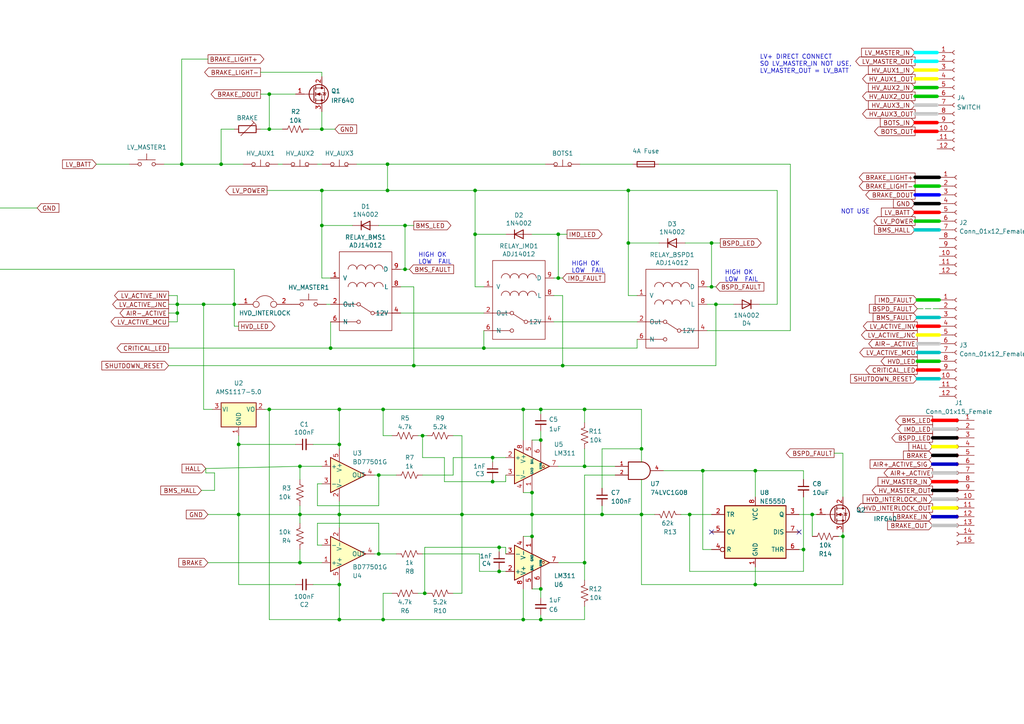
<source format=kicad_sch>
(kicad_sch (version 20211123) (generator eeschema)

  (uuid e63e39d7-6ac0-4ffd-8aa3-1841a4541b55)

  (paper "A4")

  (lib_symbols
    (symbol "74xGxx:74LVC1G08" (pin_names (offset 1.016)) (in_bom yes) (on_board yes)
      (property "Reference" "U" (id 0) (at -2.54 3.81 0)
        (effects (font (size 1.27 1.27)))
      )
      (property "Value" "74LVC1G08" (id 1) (at 0 -3.81 0)
        (effects (font (size 1.27 1.27)))
      )
      (property "Footprint" "" (id 2) (at 0 0 0)
        (effects (font (size 1.27 1.27)) hide)
      )
      (property "Datasheet" "http://www.ti.com/lit/sg/scyt129e/scyt129e.pdf" (id 3) (at 0 0 0)
        (effects (font (size 1.27 1.27)) hide)
      )
      (property "ki_keywords" "Single Gate AND LVC CMOS" (id 4) (at 0 0 0)
        (effects (font (size 1.27 1.27)) hide)
      )
      (property "ki_description" "Single AND Gate, Low-Voltage CMOS" (id 5) (at 0 0 0)
        (effects (font (size 1.27 1.27)) hide)
      )
      (property "ki_fp_filters" "SOT* SG-*" (id 6) (at 0 0 0)
        (effects (font (size 1.27 1.27)) hide)
      )
      (symbol "74LVC1G08_0_1"
        (arc (start 0 -2.54) (mid 2.54 0) (end 0 2.54)
          (stroke (width 0.254) (type default) (color 0 0 0 0))
          (fill (type none))
        )
        (polyline
          (pts
            (xy 0 -2.54)
            (xy -3.81 -2.54)
            (xy -3.81 2.54)
            (xy 0 2.54)
          )
          (stroke (width 0.254) (type default) (color 0 0 0 0))
          (fill (type none))
        )
      )
      (symbol "74LVC1G08_1_1"
        (pin input line (at -7.62 1.27 0) (length 3.81)
          (name "~" (effects (font (size 1.016 1.016))))
          (number "1" (effects (font (size 1.016 1.016))))
        )
        (pin input line (at -7.62 -1.27 0) (length 3.81)
          (name "~" (effects (font (size 1.016 1.016))))
          (number "2" (effects (font (size 1.016 1.016))))
        )
        (pin power_in line (at 0 -2.54 270) (length 0) hide
          (name "GND" (effects (font (size 1.016 1.016))))
          (number "3" (effects (font (size 1.016 1.016))))
        )
        (pin output line (at 6.35 0 180) (length 3.81)
          (name "~" (effects (font (size 1.016 1.016))))
          (number "4" (effects (font (size 1.016 1.016))))
        )
        (pin power_in line (at 0 2.54 90) (length 0) hide
          (name "VCC" (effects (font (size 1.016 1.016))))
          (number "5" (effects (font (size 1.016 1.016))))
        )
      )
    )
    (symbol "Comparator:LM311" (pin_names (offset 0.127)) (in_bom yes) (on_board yes)
      (property "Reference" "U" (id 0) (at 3.81 6.35 0)
        (effects (font (size 1.27 1.27)) (justify left))
      )
      (property "Value" "LM311" (id 1) (at 3.81 3.81 0)
        (effects (font (size 1.27 1.27)) (justify left))
      )
      (property "Footprint" "" (id 2) (at 0 0 0)
        (effects (font (size 1.27 1.27)) hide)
      )
      (property "Datasheet" "https://www.st.com/resource/en/datasheet/lm311.pdf" (id 3) (at 0 0 0)
        (effects (font (size 1.27 1.27)) hide)
      )
      (property "ki_keywords" "cmp open collector" (id 4) (at 0 0 0)
        (effects (font (size 1.27 1.27)) hide)
      )
      (property "ki_description" "Voltage Comparator, DIP-8/SOIC-8" (id 5) (at 0 0 0)
        (effects (font (size 1.27 1.27)) hide)
      )
      (property "ki_fp_filters" "SOIC*3.9x4.9mm*P1.27mm* DIP*W7.62mm*" (id 6) (at 0 0 0)
        (effects (font (size 1.27 1.27)) hide)
      )
      (symbol "LM311_0_1"
        (polyline
          (pts
            (xy 5.08 0)
            (xy -5.08 5.08)
            (xy -5.08 -5.08)
            (xy 5.08 0)
          )
          (stroke (width 0.254) (type default) (color 0 0 0 0))
          (fill (type background))
        )
        (polyline
          (pts
            (xy 3.683 -0.381)
            (xy 3.302 -0.381)
            (xy 3.683 0)
            (xy 3.302 0.381)
            (xy 2.921 0)
            (xy 3.302 -0.381)
            (xy 2.921 -0.381)
          )
          (stroke (width 0.127) (type default) (color 0 0 0 0))
          (fill (type none))
        )
      )
      (symbol "LM311_1_1"
        (pin passive line (at 0 -7.62 90) (length 5.08)
          (name "GND" (effects (font (size 0.635 0.635))))
          (number "1" (effects (font (size 1.27 1.27))))
        )
        (pin input line (at -7.62 2.54 0) (length 2.54)
          (name "+" (effects (font (size 1.27 1.27))))
          (number "2" (effects (font (size 1.27 1.27))))
        )
        (pin input line (at -7.62 -2.54 0) (length 2.54)
          (name "-" (effects (font (size 1.27 1.27))))
          (number "3" (effects (font (size 1.27 1.27))))
        )
        (pin power_in line (at -2.54 -7.62 90) (length 3.81)
          (name "V-" (effects (font (size 1.27 1.27))))
          (number "4" (effects (font (size 1.27 1.27))))
        )
        (pin input line (at 0 7.62 270) (length 5.08)
          (name "BAL" (effects (font (size 0.635 0.635))))
          (number "5" (effects (font (size 1.27 1.27))))
        )
        (pin input line (at 2.54 7.62 270) (length 6.35)
          (name "STRB" (effects (font (size 0.508 0.508))))
          (number "6" (effects (font (size 1.27 1.27))))
        )
        (pin open_collector line (at 7.62 0 180) (length 2.54)
          (name "~" (effects (font (size 1.27 1.27))))
          (number "7" (effects (font (size 1.27 1.27))))
        )
        (pin power_in line (at -2.54 7.62 270) (length 3.81)
          (name "V+" (effects (font (size 1.27 1.27))))
          (number "8" (effects (font (size 1.27 1.27))))
        )
      )
    )
    (symbol "Connector:Conn_01x12_Female" (pin_names (offset 1.016) hide) (in_bom yes) (on_board yes)
      (property "Reference" "J" (id 0) (at 0 15.24 0)
        (effects (font (size 1.27 1.27)))
      )
      (property "Value" "Conn_01x12_Female" (id 1) (at 0 -17.78 0)
        (effects (font (size 1.27 1.27)))
      )
      (property "Footprint" "" (id 2) (at 0 0 0)
        (effects (font (size 1.27 1.27)) hide)
      )
      (property "Datasheet" "~" (id 3) (at 0 0 0)
        (effects (font (size 1.27 1.27)) hide)
      )
      (property "ki_keywords" "connector" (id 4) (at 0 0 0)
        (effects (font (size 1.27 1.27)) hide)
      )
      (property "ki_description" "Generic connector, single row, 01x12, script generated (kicad-library-utils/schlib/autogen/connector/)" (id 5) (at 0 0 0)
        (effects (font (size 1.27 1.27)) hide)
      )
      (property "ki_fp_filters" "Connector*:*_1x??_*" (id 6) (at 0 0 0)
        (effects (font (size 1.27 1.27)) hide)
      )
      (symbol "Conn_01x12_Female_1_1"
        (arc (start 0 -14.732) (mid -0.508 -15.24) (end 0 -15.748)
          (stroke (width 0.1524) (type default) (color 0 0 0 0))
          (fill (type none))
        )
        (arc (start 0 -12.192) (mid -0.508 -12.7) (end 0 -13.208)
          (stroke (width 0.1524) (type default) (color 0 0 0 0))
          (fill (type none))
        )
        (arc (start 0 -9.652) (mid -0.508 -10.16) (end 0 -10.668)
          (stroke (width 0.1524) (type default) (color 0 0 0 0))
          (fill (type none))
        )
        (arc (start 0 -7.112) (mid -0.508 -7.62) (end 0 -8.128)
          (stroke (width 0.1524) (type default) (color 0 0 0 0))
          (fill (type none))
        )
        (arc (start 0 -4.572) (mid -0.508 -5.08) (end 0 -5.588)
          (stroke (width 0.1524) (type default) (color 0 0 0 0))
          (fill (type none))
        )
        (arc (start 0 -2.032) (mid -0.508 -2.54) (end 0 -3.048)
          (stroke (width 0.1524) (type default) (color 0 0 0 0))
          (fill (type none))
        )
        (polyline
          (pts
            (xy -1.27 -15.24)
            (xy -0.508 -15.24)
          )
          (stroke (width 0.1524) (type default) (color 0 0 0 0))
          (fill (type none))
        )
        (polyline
          (pts
            (xy -1.27 -12.7)
            (xy -0.508 -12.7)
          )
          (stroke (width 0.1524) (type default) (color 0 0 0 0))
          (fill (type none))
        )
        (polyline
          (pts
            (xy -1.27 -10.16)
            (xy -0.508 -10.16)
          )
          (stroke (width 0.1524) (type default) (color 0 0 0 0))
          (fill (type none))
        )
        (polyline
          (pts
            (xy -1.27 -7.62)
            (xy -0.508 -7.62)
          )
          (stroke (width 0.1524) (type default) (color 0 0 0 0))
          (fill (type none))
        )
        (polyline
          (pts
            (xy -1.27 -5.08)
            (xy -0.508 -5.08)
          )
          (stroke (width 0.1524) (type default) (color 0 0 0 0))
          (fill (type none))
        )
        (polyline
          (pts
            (xy -1.27 -2.54)
            (xy -0.508 -2.54)
          )
          (stroke (width 0.1524) (type default) (color 0 0 0 0))
          (fill (type none))
        )
        (polyline
          (pts
            (xy -1.27 0)
            (xy -0.508 0)
          )
          (stroke (width 0.1524) (type default) (color 0 0 0 0))
          (fill (type none))
        )
        (polyline
          (pts
            (xy -1.27 2.54)
            (xy -0.508 2.54)
          )
          (stroke (width 0.1524) (type default) (color 0 0 0 0))
          (fill (type none))
        )
        (polyline
          (pts
            (xy -1.27 5.08)
            (xy -0.508 5.08)
          )
          (stroke (width 0.1524) (type default) (color 0 0 0 0))
          (fill (type none))
        )
        (polyline
          (pts
            (xy -1.27 7.62)
            (xy -0.508 7.62)
          )
          (stroke (width 0.1524) (type default) (color 0 0 0 0))
          (fill (type none))
        )
        (polyline
          (pts
            (xy -1.27 10.16)
            (xy -0.508 10.16)
          )
          (stroke (width 0.1524) (type default) (color 0 0 0 0))
          (fill (type none))
        )
        (polyline
          (pts
            (xy -1.27 12.7)
            (xy -0.508 12.7)
          )
          (stroke (width 0.1524) (type default) (color 0 0 0 0))
          (fill (type none))
        )
        (arc (start 0 0.508) (mid -0.508 0) (end 0 -0.508)
          (stroke (width 0.1524) (type default) (color 0 0 0 0))
          (fill (type none))
        )
        (arc (start 0 3.048) (mid -0.508 2.54) (end 0 2.032)
          (stroke (width 0.1524) (type default) (color 0 0 0 0))
          (fill (type none))
        )
        (arc (start 0 5.588) (mid -0.508 5.08) (end 0 4.572)
          (stroke (width 0.1524) (type default) (color 0 0 0 0))
          (fill (type none))
        )
        (arc (start 0 8.128) (mid -0.508 7.62) (end 0 7.112)
          (stroke (width 0.1524) (type default) (color 0 0 0 0))
          (fill (type none))
        )
        (arc (start 0 10.668) (mid -0.508 10.16) (end 0 9.652)
          (stroke (width 0.1524) (type default) (color 0 0 0 0))
          (fill (type none))
        )
        (arc (start 0 13.208) (mid -0.508 12.7) (end 0 12.192)
          (stroke (width 0.1524) (type default) (color 0 0 0 0))
          (fill (type none))
        )
        (pin passive line (at -5.08 12.7 0) (length 3.81)
          (name "Pin_1" (effects (font (size 1.27 1.27))))
          (number "1" (effects (font (size 1.27 1.27))))
        )
        (pin passive line (at -5.08 -10.16 0) (length 3.81)
          (name "Pin_10" (effects (font (size 1.27 1.27))))
          (number "10" (effects (font (size 1.27 1.27))))
        )
        (pin passive line (at -5.08 -12.7 0) (length 3.81)
          (name "Pin_11" (effects (font (size 1.27 1.27))))
          (number "11" (effects (font (size 1.27 1.27))))
        )
        (pin passive line (at -5.08 -15.24 0) (length 3.81)
          (name "Pin_12" (effects (font (size 1.27 1.27))))
          (number "12" (effects (font (size 1.27 1.27))))
        )
        (pin passive line (at -5.08 10.16 0) (length 3.81)
          (name "Pin_2" (effects (font (size 1.27 1.27))))
          (number "2" (effects (font (size 1.27 1.27))))
        )
        (pin passive line (at -5.08 7.62 0) (length 3.81)
          (name "Pin_3" (effects (font (size 1.27 1.27))))
          (number "3" (effects (font (size 1.27 1.27))))
        )
        (pin passive line (at -5.08 5.08 0) (length 3.81)
          (name "Pin_4" (effects (font (size 1.27 1.27))))
          (number "4" (effects (font (size 1.27 1.27))))
        )
        (pin passive line (at -5.08 2.54 0) (length 3.81)
          (name "Pin_5" (effects (font (size 1.27 1.27))))
          (number "5" (effects (font (size 1.27 1.27))))
        )
        (pin passive line (at -5.08 0 0) (length 3.81)
          (name "Pin_6" (effects (font (size 1.27 1.27))))
          (number "6" (effects (font (size 1.27 1.27))))
        )
        (pin passive line (at -5.08 -2.54 0) (length 3.81)
          (name "Pin_7" (effects (font (size 1.27 1.27))))
          (number "7" (effects (font (size 1.27 1.27))))
        )
        (pin passive line (at -5.08 -5.08 0) (length 3.81)
          (name "Pin_8" (effects (font (size 1.27 1.27))))
          (number "8" (effects (font (size 1.27 1.27))))
        )
        (pin passive line (at -5.08 -7.62 0) (length 3.81)
          (name "Pin_9" (effects (font (size 1.27 1.27))))
          (number "9" (effects (font (size 1.27 1.27))))
        )
      )
    )
    (symbol "Connector:Conn_01x15_Female" (pin_names (offset 1.016) hide) (in_bom yes) (on_board yes)
      (property "Reference" "J" (id 0) (at 0 20.32 0)
        (effects (font (size 1.27 1.27)))
      )
      (property "Value" "Conn_01x15_Female" (id 1) (at 0 -20.32 0)
        (effects (font (size 1.27 1.27)))
      )
      (property "Footprint" "" (id 2) (at 0 0 0)
        (effects (font (size 1.27 1.27)) hide)
      )
      (property "Datasheet" "~" (id 3) (at 0 0 0)
        (effects (font (size 1.27 1.27)) hide)
      )
      (property "ki_keywords" "connector" (id 4) (at 0 0 0)
        (effects (font (size 1.27 1.27)) hide)
      )
      (property "ki_description" "Generic connector, single row, 01x15, script generated (kicad-library-utils/schlib/autogen/connector/)" (id 5) (at 0 0 0)
        (effects (font (size 1.27 1.27)) hide)
      )
      (property "ki_fp_filters" "Connector*:*_1x??_*" (id 6) (at 0 0 0)
        (effects (font (size 1.27 1.27)) hide)
      )
      (symbol "Conn_01x15_Female_1_1"
        (arc (start 0 -17.272) (mid -0.508 -17.78) (end 0 -18.288)
          (stroke (width 0.1524) (type default) (color 0 0 0 0))
          (fill (type none))
        )
        (arc (start 0 -14.732) (mid -0.508 -15.24) (end 0 -15.748)
          (stroke (width 0.1524) (type default) (color 0 0 0 0))
          (fill (type none))
        )
        (arc (start 0 -12.192) (mid -0.508 -12.7) (end 0 -13.208)
          (stroke (width 0.1524) (type default) (color 0 0 0 0))
          (fill (type none))
        )
        (arc (start 0 -9.652) (mid -0.508 -10.16) (end 0 -10.668)
          (stroke (width 0.1524) (type default) (color 0 0 0 0))
          (fill (type none))
        )
        (arc (start 0 -7.112) (mid -0.508 -7.62) (end 0 -8.128)
          (stroke (width 0.1524) (type default) (color 0 0 0 0))
          (fill (type none))
        )
        (arc (start 0 -4.572) (mid -0.508 -5.08) (end 0 -5.588)
          (stroke (width 0.1524) (type default) (color 0 0 0 0))
          (fill (type none))
        )
        (arc (start 0 -2.032) (mid -0.508 -2.54) (end 0 -3.048)
          (stroke (width 0.1524) (type default) (color 0 0 0 0))
          (fill (type none))
        )
        (polyline
          (pts
            (xy -1.27 -17.78)
            (xy -0.508 -17.78)
          )
          (stroke (width 0.1524) (type default) (color 0 0 0 0))
          (fill (type none))
        )
        (polyline
          (pts
            (xy -1.27 -15.24)
            (xy -0.508 -15.24)
          )
          (stroke (width 0.1524) (type default) (color 0 0 0 0))
          (fill (type none))
        )
        (polyline
          (pts
            (xy -1.27 -12.7)
            (xy -0.508 -12.7)
          )
          (stroke (width 0.1524) (type default) (color 0 0 0 0))
          (fill (type none))
        )
        (polyline
          (pts
            (xy -1.27 -10.16)
            (xy -0.508 -10.16)
          )
          (stroke (width 0.1524) (type default) (color 0 0 0 0))
          (fill (type none))
        )
        (polyline
          (pts
            (xy -1.27 -7.62)
            (xy -0.508 -7.62)
          )
          (stroke (width 0.1524) (type default) (color 0 0 0 0))
          (fill (type none))
        )
        (polyline
          (pts
            (xy -1.27 -5.08)
            (xy -0.508 -5.08)
          )
          (stroke (width 0.1524) (type default) (color 0 0 0 0))
          (fill (type none))
        )
        (polyline
          (pts
            (xy -1.27 -2.54)
            (xy -0.508 -2.54)
          )
          (stroke (width 0.1524) (type default) (color 0 0 0 0))
          (fill (type none))
        )
        (polyline
          (pts
            (xy -1.27 0)
            (xy -0.508 0)
          )
          (stroke (width 0.1524) (type default) (color 0 0 0 0))
          (fill (type none))
        )
        (polyline
          (pts
            (xy -1.27 2.54)
            (xy -0.508 2.54)
          )
          (stroke (width 0.1524) (type default) (color 0 0 0 0))
          (fill (type none))
        )
        (polyline
          (pts
            (xy -1.27 5.08)
            (xy -0.508 5.08)
          )
          (stroke (width 0.1524) (type default) (color 0 0 0 0))
          (fill (type none))
        )
        (polyline
          (pts
            (xy -1.27 7.62)
            (xy -0.508 7.62)
          )
          (stroke (width 0.1524) (type default) (color 0 0 0 0))
          (fill (type none))
        )
        (polyline
          (pts
            (xy -1.27 10.16)
            (xy -0.508 10.16)
          )
          (stroke (width 0.1524) (type default) (color 0 0 0 0))
          (fill (type none))
        )
        (polyline
          (pts
            (xy -1.27 12.7)
            (xy -0.508 12.7)
          )
          (stroke (width 0.1524) (type default) (color 0 0 0 0))
          (fill (type none))
        )
        (polyline
          (pts
            (xy -1.27 15.24)
            (xy -0.508 15.24)
          )
          (stroke (width 0.1524) (type default) (color 0 0 0 0))
          (fill (type none))
        )
        (polyline
          (pts
            (xy -1.27 17.78)
            (xy -0.508 17.78)
          )
          (stroke (width 0.1524) (type default) (color 0 0 0 0))
          (fill (type none))
        )
        (arc (start 0 0.508) (mid -0.508 0) (end 0 -0.508)
          (stroke (width 0.1524) (type default) (color 0 0 0 0))
          (fill (type none))
        )
        (arc (start 0 3.048) (mid -0.508 2.54) (end 0 2.032)
          (stroke (width 0.1524) (type default) (color 0 0 0 0))
          (fill (type none))
        )
        (arc (start 0 5.588) (mid -0.508 5.08) (end 0 4.572)
          (stroke (width 0.1524) (type default) (color 0 0 0 0))
          (fill (type none))
        )
        (arc (start 0 8.128) (mid -0.508 7.62) (end 0 7.112)
          (stroke (width 0.1524) (type default) (color 0 0 0 0))
          (fill (type none))
        )
        (arc (start 0 10.668) (mid -0.508 10.16) (end 0 9.652)
          (stroke (width 0.1524) (type default) (color 0 0 0 0))
          (fill (type none))
        )
        (arc (start 0 13.208) (mid -0.508 12.7) (end 0 12.192)
          (stroke (width 0.1524) (type default) (color 0 0 0 0))
          (fill (type none))
        )
        (arc (start 0 15.748) (mid -0.508 15.24) (end 0 14.732)
          (stroke (width 0.1524) (type default) (color 0 0 0 0))
          (fill (type none))
        )
        (arc (start 0 18.288) (mid -0.508 17.78) (end 0 17.272)
          (stroke (width 0.1524) (type default) (color 0 0 0 0))
          (fill (type none))
        )
        (pin passive line (at -5.08 17.78 0) (length 3.81)
          (name "Pin_1" (effects (font (size 1.27 1.27))))
          (number "1" (effects (font (size 1.27 1.27))))
        )
        (pin passive line (at -5.08 -5.08 0) (length 3.81)
          (name "Pin_10" (effects (font (size 1.27 1.27))))
          (number "10" (effects (font (size 1.27 1.27))))
        )
        (pin passive line (at -5.08 -7.62 0) (length 3.81)
          (name "Pin_11" (effects (font (size 1.27 1.27))))
          (number "11" (effects (font (size 1.27 1.27))))
        )
        (pin passive line (at -5.08 -10.16 0) (length 3.81)
          (name "Pin_12" (effects (font (size 1.27 1.27))))
          (number "12" (effects (font (size 1.27 1.27))))
        )
        (pin passive line (at -5.08 -12.7 0) (length 3.81)
          (name "Pin_13" (effects (font (size 1.27 1.27))))
          (number "13" (effects (font (size 1.27 1.27))))
        )
        (pin passive line (at -5.08 -15.24 0) (length 3.81)
          (name "Pin_14" (effects (font (size 1.27 1.27))))
          (number "14" (effects (font (size 1.27 1.27))))
        )
        (pin passive line (at -5.08 -17.78 0) (length 3.81)
          (name "Pin_15" (effects (font (size 1.27 1.27))))
          (number "15" (effects (font (size 1.27 1.27))))
        )
        (pin passive line (at -5.08 15.24 0) (length 3.81)
          (name "Pin_2" (effects (font (size 1.27 1.27))))
          (number "2" (effects (font (size 1.27 1.27))))
        )
        (pin passive line (at -5.08 12.7 0) (length 3.81)
          (name "Pin_3" (effects (font (size 1.27 1.27))))
          (number "3" (effects (font (size 1.27 1.27))))
        )
        (pin passive line (at -5.08 10.16 0) (length 3.81)
          (name "Pin_4" (effects (font (size 1.27 1.27))))
          (number "4" (effects (font (size 1.27 1.27))))
        )
        (pin passive line (at -5.08 7.62 0) (length 3.81)
          (name "Pin_5" (effects (font (size 1.27 1.27))))
          (number "5" (effects (font (size 1.27 1.27))))
        )
        (pin passive line (at -5.08 5.08 0) (length 3.81)
          (name "Pin_6" (effects (font (size 1.27 1.27))))
          (number "6" (effects (font (size 1.27 1.27))))
        )
        (pin passive line (at -5.08 2.54 0) (length 3.81)
          (name "Pin_7" (effects (font (size 1.27 1.27))))
          (number "7" (effects (font (size 1.27 1.27))))
        )
        (pin passive line (at -5.08 0 0) (length 3.81)
          (name "Pin_8" (effects (font (size 1.27 1.27))))
          (number "8" (effects (font (size 1.27 1.27))))
        )
        (pin passive line (at -5.08 -2.54 0) (length 3.81)
          (name "Pin_9" (effects (font (size 1.27 1.27))))
          (number "9" (effects (font (size 1.27 1.27))))
        )
      )
    )
    (symbol "Device:C_Small" (pin_numbers hide) (pin_names (offset 0.254) hide) (in_bom yes) (on_board yes)
      (property "Reference" "C" (id 0) (at 0.254 1.778 0)
        (effects (font (size 1.27 1.27)) (justify left))
      )
      (property "Value" "C_Small" (id 1) (at 0.254 -2.032 0)
        (effects (font (size 1.27 1.27)) (justify left))
      )
      (property "Footprint" "" (id 2) (at 0 0 0)
        (effects (font (size 1.27 1.27)) hide)
      )
      (property "Datasheet" "~" (id 3) (at 0 0 0)
        (effects (font (size 1.27 1.27)) hide)
      )
      (property "ki_keywords" "capacitor cap" (id 4) (at 0 0 0)
        (effects (font (size 1.27 1.27)) hide)
      )
      (property "ki_description" "Unpolarized capacitor, small symbol" (id 5) (at 0 0 0)
        (effects (font (size 1.27 1.27)) hide)
      )
      (property "ki_fp_filters" "C_*" (id 6) (at 0 0 0)
        (effects (font (size 1.27 1.27)) hide)
      )
      (symbol "C_Small_0_1"
        (polyline
          (pts
            (xy -1.524 -0.508)
            (xy 1.524 -0.508)
          )
          (stroke (width 0.3302) (type default) (color 0 0 0 0))
          (fill (type none))
        )
        (polyline
          (pts
            (xy -1.524 0.508)
            (xy 1.524 0.508)
          )
          (stroke (width 0.3048) (type default) (color 0 0 0 0))
          (fill (type none))
        )
      )
      (symbol "C_Small_1_1"
        (pin passive line (at 0 2.54 270) (length 2.032)
          (name "~" (effects (font (size 1.27 1.27))))
          (number "1" (effects (font (size 1.27 1.27))))
        )
        (pin passive line (at 0 -2.54 90) (length 2.032)
          (name "~" (effects (font (size 1.27 1.27))))
          (number "2" (effects (font (size 1.27 1.27))))
        )
      )
    )
    (symbol "Device:Fuse" (pin_numbers hide) (pin_names (offset 0)) (in_bom yes) (on_board yes)
      (property "Reference" "F" (id 0) (at 2.032 0 90)
        (effects (font (size 1.27 1.27)))
      )
      (property "Value" "Fuse" (id 1) (at -1.905 0 90)
        (effects (font (size 1.27 1.27)))
      )
      (property "Footprint" "" (id 2) (at -1.778 0 90)
        (effects (font (size 1.27 1.27)) hide)
      )
      (property "Datasheet" "~" (id 3) (at 0 0 0)
        (effects (font (size 1.27 1.27)) hide)
      )
      (property "ki_keywords" "fuse" (id 4) (at 0 0 0)
        (effects (font (size 1.27 1.27)) hide)
      )
      (property "ki_description" "Fuse" (id 5) (at 0 0 0)
        (effects (font (size 1.27 1.27)) hide)
      )
      (property "ki_fp_filters" "*Fuse*" (id 6) (at 0 0 0)
        (effects (font (size 1.27 1.27)) hide)
      )
      (symbol "Fuse_0_1"
        (rectangle (start -0.762 -2.54) (end 0.762 2.54)
          (stroke (width 0.254) (type default) (color 0 0 0 0))
          (fill (type none))
        )
        (polyline
          (pts
            (xy 0 2.54)
            (xy 0 -2.54)
          )
          (stroke (width 0) (type default) (color 0 0 0 0))
          (fill (type none))
        )
      )
      (symbol "Fuse_1_1"
        (pin passive line (at 0 3.81 270) (length 1.27)
          (name "~" (effects (font (size 1.27 1.27))))
          (number "1" (effects (font (size 1.27 1.27))))
        )
        (pin passive line (at 0 -3.81 90) (length 1.27)
          (name "~" (effects (font (size 1.27 1.27))))
          (number "2" (effects (font (size 1.27 1.27))))
        )
      )
    )
    (symbol "Device:Jumper" (pin_names (offset 0.762) hide) (in_bom yes) (on_board yes)
      (property "Reference" "JP" (id 0) (at 0 3.81 0)
        (effects (font (size 1.27 1.27)))
      )
      (property "Value" "Device_Jumper" (id 1) (at 0 -2.032 0)
        (effects (font (size 1.27 1.27)))
      )
      (property "Footprint" "" (id 2) (at 0 0 0)
        (effects (font (size 1.27 1.27)) hide)
      )
      (property "Datasheet" "" (id 3) (at 0 0 0)
        (effects (font (size 1.27 1.27)) hide)
      )
      (property "ki_fp_filters" "SolderJumper* Jumper* TestPoint*2Pads* TestPoint*Bridge*" (id 4) (at 0 0 0)
        (effects (font (size 1.27 1.27)) hide)
      )
      (symbol "Jumper_0_1"
        (circle (center -2.54 0) (radius 0.889)
          (stroke (width 0) (type default) (color 0 0 0 0))
          (fill (type none))
        )
        (arc (start 2.5146 1.27) (mid 0.0127 2.5097) (end -2.4892 1.27)
          (stroke (width 0) (type default) (color 0 0 0 0))
          (fill (type none))
        )
        (circle (center 2.54 0) (radius 0.889)
          (stroke (width 0) (type default) (color 0 0 0 0))
          (fill (type none))
        )
        (pin passive line (at -7.62 0 0) (length 4.191)
          (name "1" (effects (font (size 1.27 1.27))))
          (number "1" (effects (font (size 1.27 1.27))))
        )
        (pin passive line (at 7.62 0 180) (length 4.191)
          (name "2" (effects (font (size 1.27 1.27))))
          (number "2" (effects (font (size 1.27 1.27))))
        )
      )
    )
    (symbol "Device:Q_NMOS_GDS" (pin_names (offset 0) hide) (in_bom yes) (on_board yes)
      (property "Reference" "Q" (id 0) (at 5.08 1.27 0)
        (effects (font (size 1.27 1.27)) (justify left))
      )
      (property "Value" "Q_NMOS_GDS" (id 1) (at 5.08 -1.27 0)
        (effects (font (size 1.27 1.27)) (justify left))
      )
      (property "Footprint" "" (id 2) (at 5.08 2.54 0)
        (effects (font (size 1.27 1.27)) hide)
      )
      (property "Datasheet" "~" (id 3) (at 0 0 0)
        (effects (font (size 1.27 1.27)) hide)
      )
      (property "ki_keywords" "transistor NMOS N-MOS N-MOSFET" (id 4) (at 0 0 0)
        (effects (font (size 1.27 1.27)) hide)
      )
      (property "ki_description" "N-MOSFET transistor, gate/drain/source" (id 5) (at 0 0 0)
        (effects (font (size 1.27 1.27)) hide)
      )
      (symbol "Q_NMOS_GDS_0_1"
        (polyline
          (pts
            (xy 0.254 0)
            (xy -2.54 0)
          )
          (stroke (width 0) (type default) (color 0 0 0 0))
          (fill (type none))
        )
        (polyline
          (pts
            (xy 0.254 1.905)
            (xy 0.254 -1.905)
          )
          (stroke (width 0.254) (type default) (color 0 0 0 0))
          (fill (type none))
        )
        (polyline
          (pts
            (xy 0.762 -1.27)
            (xy 0.762 -2.286)
          )
          (stroke (width 0.254) (type default) (color 0 0 0 0))
          (fill (type none))
        )
        (polyline
          (pts
            (xy 0.762 0.508)
            (xy 0.762 -0.508)
          )
          (stroke (width 0.254) (type default) (color 0 0 0 0))
          (fill (type none))
        )
        (polyline
          (pts
            (xy 0.762 2.286)
            (xy 0.762 1.27)
          )
          (stroke (width 0.254) (type default) (color 0 0 0 0))
          (fill (type none))
        )
        (polyline
          (pts
            (xy 2.54 2.54)
            (xy 2.54 1.778)
          )
          (stroke (width 0) (type default) (color 0 0 0 0))
          (fill (type none))
        )
        (polyline
          (pts
            (xy 2.54 -2.54)
            (xy 2.54 0)
            (xy 0.762 0)
          )
          (stroke (width 0) (type default) (color 0 0 0 0))
          (fill (type none))
        )
        (polyline
          (pts
            (xy 0.762 -1.778)
            (xy 3.302 -1.778)
            (xy 3.302 1.778)
            (xy 0.762 1.778)
          )
          (stroke (width 0) (type default) (color 0 0 0 0))
          (fill (type none))
        )
        (polyline
          (pts
            (xy 1.016 0)
            (xy 2.032 0.381)
            (xy 2.032 -0.381)
            (xy 1.016 0)
          )
          (stroke (width 0) (type default) (color 0 0 0 0))
          (fill (type outline))
        )
        (polyline
          (pts
            (xy 2.794 0.508)
            (xy 2.921 0.381)
            (xy 3.683 0.381)
            (xy 3.81 0.254)
          )
          (stroke (width 0) (type default) (color 0 0 0 0))
          (fill (type none))
        )
        (polyline
          (pts
            (xy 3.302 0.381)
            (xy 2.921 -0.254)
            (xy 3.683 -0.254)
            (xy 3.302 0.381)
          )
          (stroke (width 0) (type default) (color 0 0 0 0))
          (fill (type none))
        )
        (circle (center 1.651 0) (radius 2.794)
          (stroke (width 0.254) (type default) (color 0 0 0 0))
          (fill (type none))
        )
        (circle (center 2.54 -1.778) (radius 0.254)
          (stroke (width 0) (type default) (color 0 0 0 0))
          (fill (type outline))
        )
        (circle (center 2.54 1.778) (radius 0.254)
          (stroke (width 0) (type default) (color 0 0 0 0))
          (fill (type outline))
        )
      )
      (symbol "Q_NMOS_GDS_1_1"
        (pin input line (at -5.08 0 0) (length 2.54)
          (name "G" (effects (font (size 1.27 1.27))))
          (number "1" (effects (font (size 1.27 1.27))))
        )
        (pin passive line (at 2.54 5.08 270) (length 2.54)
          (name "D" (effects (font (size 1.27 1.27))))
          (number "2" (effects (font (size 1.27 1.27))))
        )
        (pin passive line (at 2.54 -5.08 90) (length 2.54)
          (name "S" (effects (font (size 1.27 1.27))))
          (number "3" (effects (font (size 1.27 1.27))))
        )
      )
    )
    (symbol "Device:RTRIM" (pin_numbers hide) (pin_names (offset 0)) (in_bom yes) (on_board yes)
      (property "Reference" "R" (id 0) (at 2.54 -2.54 90)
        (effects (font (size 1.27 1.27)) (justify left))
      )
      (property "Value" "Device_RTRIM" (id 1) (at -2.54 -0.635 90)
        (effects (font (size 1.27 1.27)) (justify left))
      )
      (property "Footprint" "" (id 2) (at -1.778 0 90)
        (effects (font (size 1.27 1.27)) hide)
      )
      (property "Datasheet" "" (id 3) (at 0 0 0)
        (effects (font (size 1.27 1.27)) hide)
      )
      (property "ki_fp_filters" "R_*" (id 4) (at 0 0 0)
        (effects (font (size 1.27 1.27)) hide)
      )
      (symbol "RTRIM_0_1"
        (rectangle (start -1.016 -2.54) (end 1.016 2.54)
          (stroke (width 0.254) (type default) (color 0 0 0 0))
          (fill (type none))
        )
        (polyline
          (pts
            (xy -1.905 -1.905)
            (xy 1.905 1.905)
            (xy 2.54 1.27)
            (xy 1.27 2.54)
          )
          (stroke (width 0) (type default) (color 0 0 0 0))
          (fill (type none))
        )
      )
      (symbol "RTRIM_1_1"
        (pin passive line (at 0 3.81 270) (length 1.27)
          (name "~" (effects (font (size 1.27 1.27))))
          (number "1" (effects (font (size 1.27 1.27))))
        )
        (pin passive line (at 0 -3.81 90) (length 1.27)
          (name "~" (effects (font (size 1.27 1.27))))
          (number "2" (effects (font (size 1.27 1.27))))
        )
      )
    )
    (symbol "Device:R_US" (pin_numbers hide) (pin_names (offset 0)) (in_bom yes) (on_board yes)
      (property "Reference" "R" (id 0) (at 2.54 0 90)
        (effects (font (size 1.27 1.27)))
      )
      (property "Value" "R_US" (id 1) (at -2.54 0 90)
        (effects (font (size 1.27 1.27)))
      )
      (property "Footprint" "" (id 2) (at 1.016 -0.254 90)
        (effects (font (size 1.27 1.27)) hide)
      )
      (property "Datasheet" "~" (id 3) (at 0 0 0)
        (effects (font (size 1.27 1.27)) hide)
      )
      (property "ki_keywords" "R res resistor" (id 4) (at 0 0 0)
        (effects (font (size 1.27 1.27)) hide)
      )
      (property "ki_description" "Resistor, US symbol" (id 5) (at 0 0 0)
        (effects (font (size 1.27 1.27)) hide)
      )
      (property "ki_fp_filters" "R_*" (id 6) (at 0 0 0)
        (effects (font (size 1.27 1.27)) hide)
      )
      (symbol "R_US_0_1"
        (polyline
          (pts
            (xy 0 -2.286)
            (xy 0 -2.54)
          )
          (stroke (width 0) (type default) (color 0 0 0 0))
          (fill (type none))
        )
        (polyline
          (pts
            (xy 0 2.286)
            (xy 0 2.54)
          )
          (stroke (width 0) (type default) (color 0 0 0 0))
          (fill (type none))
        )
        (polyline
          (pts
            (xy 0 -0.762)
            (xy 1.016 -1.143)
            (xy 0 -1.524)
            (xy -1.016 -1.905)
            (xy 0 -2.286)
          )
          (stroke (width 0) (type default) (color 0 0 0 0))
          (fill (type none))
        )
        (polyline
          (pts
            (xy 0 0.762)
            (xy 1.016 0.381)
            (xy 0 0)
            (xy -1.016 -0.381)
            (xy 0 -0.762)
          )
          (stroke (width 0) (type default) (color 0 0 0 0))
          (fill (type none))
        )
        (polyline
          (pts
            (xy 0 2.286)
            (xy 1.016 1.905)
            (xy 0 1.524)
            (xy -1.016 1.143)
            (xy 0 0.762)
          )
          (stroke (width 0) (type default) (color 0 0 0 0))
          (fill (type none))
        )
      )
      (symbol "R_US_1_1"
        (pin passive line (at 0 3.81 270) (length 1.27)
          (name "~" (effects (font (size 1.27 1.27))))
          (number "1" (effects (font (size 1.27 1.27))))
        )
        (pin passive line (at 0 -3.81 90) (length 1.27)
          (name "~" (effects (font (size 1.27 1.27))))
          (number "2" (effects (font (size 1.27 1.27))))
        )
      )
    )
    (symbol "Diode:1N4001" (pin_numbers hide) (pin_names (offset 1.016) hide) (in_bom yes) (on_board yes)
      (property "Reference" "D" (id 0) (at 0 2.54 0)
        (effects (font (size 1.27 1.27)))
      )
      (property "Value" "1N4001" (id 1) (at 0 -2.54 0)
        (effects (font (size 1.27 1.27)))
      )
      (property "Footprint" "Diode_THT:D_DO-41_SOD81_P10.16mm_Horizontal" (id 2) (at 0 -4.445 0)
        (effects (font (size 1.27 1.27)) hide)
      )
      (property "Datasheet" "http://www.vishay.com/docs/88503/1n4001.pdf" (id 3) (at 0 0 0)
        (effects (font (size 1.27 1.27)) hide)
      )
      (property "ki_keywords" "diode" (id 4) (at 0 0 0)
        (effects (font (size 1.27 1.27)) hide)
      )
      (property "ki_description" "50V 1A General Purpose Rectifier Diode, DO-41" (id 5) (at 0 0 0)
        (effects (font (size 1.27 1.27)) hide)
      )
      (property "ki_fp_filters" "D*DO?41*" (id 6) (at 0 0 0)
        (effects (font (size 1.27 1.27)) hide)
      )
      (symbol "1N4001_0_1"
        (polyline
          (pts
            (xy -1.27 1.27)
            (xy -1.27 -1.27)
          )
          (stroke (width 0.254) (type default) (color 0 0 0 0))
          (fill (type none))
        )
        (polyline
          (pts
            (xy 1.27 0)
            (xy -1.27 0)
          )
          (stroke (width 0) (type default) (color 0 0 0 0))
          (fill (type none))
        )
        (polyline
          (pts
            (xy 1.27 1.27)
            (xy 1.27 -1.27)
            (xy -1.27 0)
            (xy 1.27 1.27)
          )
          (stroke (width 0.254) (type default) (color 0 0 0 0))
          (fill (type none))
        )
      )
      (symbol "1N4001_1_1"
        (pin passive line (at -3.81 0 0) (length 2.54)
          (name "K" (effects (font (size 1.27 1.27))))
          (number "1" (effects (font (size 1.27 1.27))))
        )
        (pin passive line (at 3.81 0 180) (length 2.54)
          (name "A" (effects (font (size 1.27 1.27))))
          (number "2" (effects (font (size 1.27 1.27))))
        )
      )
    )
    (symbol "LMV7219M5_1" (pin_names (offset 0.127)) (in_bom yes) (on_board yes)
      (property "Reference" "U?" (id 0) (at 1.27 5.08 0)
        (effects (font (size 1.27 1.27)) (justify left))
      )
      (property "Value" "BD77501G" (id 1) (at 1.27 -5.08 0)
        (effects (font (size 1.27 1.27)) (justify left))
      )
      (property "Footprint" "Package_TO_SOT_SMD:SOT-23-5" (id 2) (at -2.54 -5.08 0)
        (effects (font (size 1.27 1.27)) (justify left) hide)
      )
      (property "Datasheet" "https://www.ti.com/lit/ds/symlink/lmv7219.pdf" (id 3) (at 0 5.08 0)
        (effects (font (size 1.27 1.27)) hide)
      )
      (property "ki_keywords" "cmp" (id 4) (at 0 0 0)
        (effects (font (size 1.27 1.27)) hide)
      )
      (property "ki_description" "Single Low-Power High-Speed Push-Pull Output Comparator, SOT-23-5" (id 5) (at 0 0 0)
        (effects (font (size 1.27 1.27)) hide)
      )
      (property "ki_fp_filters" "SOT?23*" (id 6) (at 0 0 0)
        (effects (font (size 1.27 1.27)) hide)
      )
      (symbol "LMV7219M5_1_0_1"
        (polyline
          (pts
            (xy -5.08 5.08)
            (xy 5.08 0)
            (xy -5.08 -5.08)
            (xy -5.08 5.08)
          )
          (stroke (width 0.254) (type default) (color 0 0 0 0))
          (fill (type background))
        )
        (pin power_in line (at -2.54 -7.62 90) (length 3.81)
          (name "V-" (effects (font (size 1.27 1.27))))
          (number "2" (effects (font (size 1.27 1.27))))
        )
        (pin power_in line (at -2.54 7.62 270) (length 3.81)
          (name "V+" (effects (font (size 1.27 1.27))))
          (number "5" (effects (font (size 1.27 1.27))))
        )
      )
      (symbol "LMV7219M5_1_1_1"
        (pin input line (at -7.62 2.54 0) (length 2.54)
          (name "+" (effects (font (size 1.27 1.27))))
          (number "1" (effects (font (size 1.27 1.27))))
        )
        (pin input line (at -7.62 -2.54 0) (length 2.54)
          (name "-" (effects (font (size 1.27 1.27))))
          (number "3" (effects (font (size 1.27 1.27))))
        )
        (pin output line (at 7.62 0 180) (length 2.54)
          (name "OUT" (effects (font (size 1.27 1.27))))
          (number "4" (effects (font (size 1.27 1.27))))
        )
      )
    )
    (symbol "NewThing:ADJ14024" (pin_names (offset 1.016)) (in_bom yes) (on_board yes)
      (property "Reference" "U" (id 0) (at -5.08 27.94 0)
        (effects (font (size 1.27 1.27)))
      )
      (property "Value" "NewThing_ADJ14024" (id 1) (at 0 0 0)
        (effects (font (size 1.27 1.27)))
      )
      (property "Footprint" "" (id 2) (at 0 0 0)
        (effects (font (size 1.27 1.27)) hide)
      )
      (property "Datasheet" "" (id 3) (at 0 0 0)
        (effects (font (size 1.27 1.27)) hide)
      )
      (symbol "ADJ14024_0_1"
        (rectangle (start -7.62 25.4) (end 7.62 2.54)
          (stroke (width 0) (type default) (color 0 0 0 0))
          (fill (type none))
        )
        (arc (start -2.54 20.32) (mid -3.81 21.59) (end -5.08 20.32)
          (stroke (width 0) (type default) (color 0 0 0 0))
          (fill (type none))
        )
        (polyline
          (pts
            (xy -7.62 7.62)
            (xy -7.62 7.62)
          )
          (stroke (width 0) (type default) (color 0 0 0 0))
          (fill (type none))
        )
        (polyline
          (pts
            (xy -2.54 7.62)
            (xy -7.62 7.62)
          )
          (stroke (width 0) (type default) (color 0 0 0 0))
          (fill (type none))
        )
        (polyline
          (pts
            (xy 2.54 5.08)
            (xy 7.62 5.08)
          )
          (stroke (width 0) (type default) (color 0 0 0 0))
          (fill (type none))
        )
        (polyline
          (pts
            (xy 2.54 10.16)
            (xy 7.62 10.16)
          )
          (stroke (width 0) (type default) (color 0 0 0 0))
          (fill (type none))
        )
        (arc (start 0 20.32) (mid -1.27 21.59) (end -2.54 20.32)
          (stroke (width 0) (type default) (color 0 0 0 0))
          (fill (type none))
        )
        (arc (start 2.54 20.32) (mid 1.27 21.59) (end 0 20.32)
          (stroke (width 0) (type default) (color 0 0 0 0))
          (fill (type none))
        )
        (arc (start 5.08 20.32) (mid 3.81 21.59) (end 2.54 20.32)
          (stroke (width 0) (type default) (color 0 0 0 0))
          (fill (type none))
        )
      )
      (symbol "ADJ14024_1_1"
        (arc (start -2.54 15.24) (mid -3.81 16.51) (end -5.08 15.24)
          (stroke (width 0) (type default) (color 0 0 0 0))
          (fill (type none))
        )
        (circle (center -2.032 7.62) (radius 0.508)
          (stroke (width 0) (type default) (color 0 0 0 0))
          (fill (type none))
        )
        (polyline
          (pts
            (xy -1.524 7.874)
            (xy 1.651 9.906)
          )
          (stroke (width 0) (type default) (color 0 0 0 0))
          (fill (type none))
        )
        (arc (start 0 15.24) (mid -1.27 16.51) (end -2.54 15.24)
          (stroke (width 0) (type default) (color 0 0 0 0))
          (fill (type none))
        )
        (circle (center 2.032 5.08) (radius 0.508)
          (stroke (width 0) (type default) (color 0 0 0 0))
          (fill (type none))
        )
        (circle (center 2.032 10.16) (radius 0.508)
          (stroke (width 0) (type default) (color 0 0 0 0))
          (fill (type none))
        )
        (arc (start 2.54 15.24) (mid 1.27 16.51) (end 0 15.24)
          (stroke (width 0) (type default) (color 0 0 0 0))
          (fill (type none))
        )
        (arc (start 5.08 15.24) (mid 3.81 16.51) (end 2.54 15.24)
          (stroke (width 0) (type default) (color 0 0 0 0))
          (fill (type none))
        )
        (pin input line (at 10.16 17.78 180) (length 2.54)
          (name "V" (effects (font (size 1.27 1.27))))
          (number "1" (effects (font (size 1.27 1.27))))
        )
        (pin input line (at 10.16 10.16 180) (length 2.54)
          (name "Out" (effects (font (size 1.27 1.27))))
          (number "2" (effects (font (size 1.27 1.27))))
        )
        (pin input line (at -10.16 7.62 0) (length 2.54)
          (name "12V" (effects (font (size 1.27 1.27))))
          (number "4" (effects (font (size 1.27 1.27))))
        )
        (pin input line (at 10.16 5.08 180) (length 2.54)
          (name "N" (effects (font (size 1.27 1.27))))
          (number "6" (effects (font (size 1.27 1.27))))
        )
        (pin input line (at -10.16 15.24 0) (length 2.54)
          (name "L" (effects (font (size 1.27 1.27))))
          (number "8" (effects (font (size 1.27 1.27))))
        )
        (pin input line (at -10.16 20.32 0) (length 2.54)
          (name "D" (effects (font (size 1.27 1.27))))
          (number "9" (effects (font (size 1.27 1.27))))
        )
      )
    )
    (symbol "New_Library:JQ1-12V-F" (pin_names (offset -0.254) hide) (in_bom yes) (on_board yes)
      (property "Reference" "U" (id 0) (at 22.86 12.7 0)
        (effects (font (size 1.524 1.524)))
      )
      (property "Value" "JQ1-12V-F" (id 1) (at 22.86 10.16 0)
        (effects (font (size 1.524 1.524)))
      )
      (property "Footprint" "RELAY_JQ1_PAN" (id 2) (at 22.86 8.636 0)
        (effects (font (size 1.524 1.524)) hide)
      )
      (property "Datasheet" "" (id 3) (at 0 0 0)
        (effects (font (size 1.524 1.524)))
      )
      (property "ki_locked" "" (id 4) (at 0 0 0)
        (effects (font (size 1.27 1.27)))
      )
      (property "ki_fp_filters" "RELAY_JQ1_PAN" (id 5) (at 0 0 0)
        (effects (font (size 1.27 1.27)) hide)
      )
      (symbol "JQ1-12V-F_1_1"
        (polyline
          (pts
            (xy 7.62 -20.32)
            (xy 38.1 -20.32)
          )
          (stroke (width 0.127) (type default) (color 0 0 0 0))
          (fill (type none))
        )
        (polyline
          (pts
            (xy 7.62 7.62)
            (xy 7.62 -20.32)
          )
          (stroke (width 0.127) (type default) (color 0 0 0 0))
          (fill (type none))
        )
        (polyline
          (pts
            (xy 12.7 -12.7)
            (xy 7.62 -12.7)
          )
          (stroke (width 0.127) (type default) (color 0 0 0 0))
          (fill (type none))
        )
        (polyline
          (pts
            (xy 12.7 -12.7)
            (xy 35.56 -7.62)
          )
          (stroke (width 0.127) (type default) (color 0 0 0 0))
          (fill (type none))
        )
        (polyline
          (pts
            (xy 12.7 0)
            (xy 7.62 0)
          )
          (stroke (width 0.127) (type default) (color 0 0 0 0))
          (fill (type none))
        )
        (polyline
          (pts
            (xy 12.7 2.54)
            (xy 12.7 0)
          )
          (stroke (width 0.127) (type default) (color 0 0 0 0))
          (fill (type none))
        )
        (polyline
          (pts
            (xy 17.78 2.54)
            (xy 17.78 0)
          )
          (stroke (width 0.127) (type default) (color 0 0 0 0))
          (fill (type none))
        )
        (polyline
          (pts
            (xy 22.86 -8.255)
            (xy 22.86 -9.525)
          )
          (stroke (width 0.127) (type default) (color 0 0 0 0))
          (fill (type none))
        )
        (polyline
          (pts
            (xy 22.86 -6.35)
            (xy 22.86 -7.62)
          )
          (stroke (width 0.127) (type default) (color 0 0 0 0))
          (fill (type none))
        )
        (polyline
          (pts
            (xy 22.86 -4.445)
            (xy 22.86 -5.715)
          )
          (stroke (width 0.127) (type default) (color 0 0 0 0))
          (fill (type none))
        )
        (polyline
          (pts
            (xy 22.86 -2.54)
            (xy 22.86 -3.81)
          )
          (stroke (width 0.127) (type default) (color 0 0 0 0))
          (fill (type none))
        )
        (polyline
          (pts
            (xy 22.86 -1.905)
            (xy 22.86 -0.635)
          )
          (stroke (width 0.127) (type default) (color 0 0 0 0))
          (fill (type none))
        )
        (polyline
          (pts
            (xy 22.86 2.54)
            (xy 22.86 0)
          )
          (stroke (width 0.127) (type default) (color 0 0 0 0))
          (fill (type none))
        )
        (polyline
          (pts
            (xy 27.94 2.54)
            (xy 27.94 0)
          )
          (stroke (width 0.127) (type default) (color 0 0 0 0))
          (fill (type none))
        )
        (polyline
          (pts
            (xy 33.02 -17.78)
            (xy 33.02 -16.51)
          )
          (stroke (width 0.127) (type default) (color 0 0 0 0))
          (fill (type none))
        )
        (polyline
          (pts
            (xy 33.02 0)
            (xy 38.1 0)
          )
          (stroke (width 0.127) (type default) (color 0 0 0 0))
          (fill (type none))
        )
        (polyline
          (pts
            (xy 33.02 2.54)
            (xy 33.02 0)
          )
          (stroke (width 0.127) (type default) (color 0 0 0 0))
          (fill (type none))
        )
        (polyline
          (pts
            (xy 33.0454 -6.477)
            (xy 33.0454 -5.1562)
          )
          (stroke (width 0.127) (type default) (color 0 0 0 0))
          (fill (type none))
        )
        (polyline
          (pts
            (xy 33.0454 -5.1562)
            (xy 38.1254 -5.1562)
          )
          (stroke (width 0.127) (type default) (color 0 0 0 0))
          (fill (type none))
        )
        (polyline
          (pts
            (xy 38.1 -20.32)
            (xy 38.1 7.62)
          )
          (stroke (width 0.127) (type default) (color 0 0 0 0))
          (fill (type none))
        )
        (polyline
          (pts
            (xy 38.1 -17.78)
            (xy 33.02 -17.78)
          )
          (stroke (width 0.127) (type default) (color 0 0 0 0))
          (fill (type none))
        )
        (polyline
          (pts
            (xy 38.1 7.62)
            (xy 7.62 7.62)
          )
          (stroke (width 0.127) (type default) (color 0 0 0 0))
          (fill (type none))
        )
        (polyline
          (pts
            (xy 32.385 -5.715)
            (xy 33.655 -5.715)
            (xy 33.02 -6.985)
            (xy 32.385 -5.715)
          )
          (stroke (width 0) (type default) (color 0 0 0 0))
          (fill (type outline))
        )
        (polyline
          (pts
            (xy 33.655 -17.145)
            (xy 32.385 -17.145)
            (xy 33.02 -15.875)
            (xy 33.655 -17.145)
          )
          (stroke (width 0) (type default) (color 0 0 0 0))
          (fill (type outline))
        )
        (arc (start 12.7 2.54) (mid 15.24 0) (end 17.78 2.54)
          (stroke (width 0.127) (type default) (color 0 0 0 0))
          (fill (type none))
        )
        (arc (start 17.78 2.54) (mid 20.32 0) (end 22.86 2.54)
          (stroke (width 0.127) (type default) (color 0 0 0 0))
          (fill (type none))
        )
        (arc (start 22.86 2.54) (mid 25.4 0) (end 27.94 2.54)
          (stroke (width 0.127) (type default) (color 0 0 0 0))
          (fill (type none))
        )
        (arc (start 27.94 2.54) (mid 30.48 0) (end 33.02 2.54)
          (stroke (width 0.127) (type default) (color 0 0 0 0))
          (fill (type none))
        )
        (pin unspecified line (at 45.72 0 180) (length 7.62)
          (name "1" (effects (font (size 1.4986 1.4986))))
          (number "1" (effects (font (size 1.4986 1.4986))))
        )
        (pin unspecified line (at 0 -12.7 0) (length 7.62)
          (name "2" (effects (font (size 1.4986 1.4986))))
          (number "2" (effects (font (size 1.4986 1.4986))))
        )
        (pin unspecified line (at 45.72 -17.78 180) (length 7.62)
          (name "3" (effects (font (size 1.4986 1.4986))))
          (number "3" (effects (font (size 1.4986 1.4986))))
        )
        (pin unspecified line (at 45.72 -5.08 180) (length 7.62)
          (name "4" (effects (font (size 1.4986 1.4986))))
          (number "4" (effects (font (size 1.4986 1.4986))))
        )
        (pin unspecified line (at 0 0 0) (length 7.62)
          (name "5" (effects (font (size 1.4986 1.4986))))
          (number "5" (effects (font (size 1.4986 1.4986))))
        )
      )
    )
    (symbol "Regulator_Linear:AMS1117-5.0" (pin_names (offset 0.254)) (in_bom yes) (on_board yes)
      (property "Reference" "U" (id 0) (at -3.81 3.175 0)
        (effects (font (size 1.27 1.27)))
      )
      (property "Value" "AMS1117-5.0" (id 1) (at 0 3.175 0)
        (effects (font (size 1.27 1.27)) (justify left))
      )
      (property "Footprint" "Package_TO_SOT_SMD:SOT-223-3_TabPin2" (id 2) (at 0 5.08 0)
        (effects (font (size 1.27 1.27)) hide)
      )
      (property "Datasheet" "http://www.advanced-monolithic.com/pdf/ds1117.pdf" (id 3) (at 2.54 -6.35 0)
        (effects (font (size 1.27 1.27)) hide)
      )
      (property "ki_keywords" "linear regulator ldo fixed positive" (id 4) (at 0 0 0)
        (effects (font (size 1.27 1.27)) hide)
      )
      (property "ki_description" "1A Low Dropout regulator, positive, 5.0V fixed output, SOT-223" (id 5) (at 0 0 0)
        (effects (font (size 1.27 1.27)) hide)
      )
      (property "ki_fp_filters" "SOT?223*TabPin2*" (id 6) (at 0 0 0)
        (effects (font (size 1.27 1.27)) hide)
      )
      (symbol "AMS1117-5.0_0_1"
        (rectangle (start -5.08 -5.08) (end 5.08 1.905)
          (stroke (width 0.254) (type default) (color 0 0 0 0))
          (fill (type background))
        )
      )
      (symbol "AMS1117-5.0_1_1"
        (pin power_in line (at 0 -7.62 90) (length 2.54)
          (name "GND" (effects (font (size 1.27 1.27))))
          (number "1" (effects (font (size 1.27 1.27))))
        )
        (pin power_out line (at 7.62 0 180) (length 2.54)
          (name "VO" (effects (font (size 1.27 1.27))))
          (number "2" (effects (font (size 1.27 1.27))))
        )
        (pin power_in line (at -7.62 0 0) (length 2.54)
          (name "VI" (effects (font (size 1.27 1.27))))
          (number "3" (effects (font (size 1.27 1.27))))
        )
      )
    )
    (symbol "Switch:SW_Push" (pin_numbers hide) (pin_names (offset 1.016) hide) (in_bom yes) (on_board yes)
      (property "Reference" "SW" (id 0) (at 1.27 2.54 0)
        (effects (font (size 1.27 1.27)) (justify left))
      )
      (property "Value" "SW_Push" (id 1) (at 0 -1.524 0)
        (effects (font (size 1.27 1.27)))
      )
      (property "Footprint" "" (id 2) (at 0 5.08 0)
        (effects (font (size 1.27 1.27)) hide)
      )
      (property "Datasheet" "~" (id 3) (at 0 5.08 0)
        (effects (font (size 1.27 1.27)) hide)
      )
      (property "ki_keywords" "switch normally-open pushbutton push-button" (id 4) (at 0 0 0)
        (effects (font (size 1.27 1.27)) hide)
      )
      (property "ki_description" "Push button switch, generic, two pins" (id 5) (at 0 0 0)
        (effects (font (size 1.27 1.27)) hide)
      )
      (symbol "SW_Push_0_1"
        (circle (center -2.032 0) (radius 0.508)
          (stroke (width 0) (type default) (color 0 0 0 0))
          (fill (type none))
        )
        (polyline
          (pts
            (xy 0 1.27)
            (xy 0 3.048)
          )
          (stroke (width 0) (type default) (color 0 0 0 0))
          (fill (type none))
        )
        (polyline
          (pts
            (xy 2.54 1.27)
            (xy -2.54 1.27)
          )
          (stroke (width 0) (type default) (color 0 0 0 0))
          (fill (type none))
        )
        (circle (center 2.032 0) (radius 0.508)
          (stroke (width 0) (type default) (color 0 0 0 0))
          (fill (type none))
        )
        (pin passive line (at -5.08 0 0) (length 2.54)
          (name "1" (effects (font (size 1.27 1.27))))
          (number "1" (effects (font (size 1.27 1.27))))
        )
        (pin passive line (at 5.08 0 180) (length 2.54)
          (name "2" (effects (font (size 1.27 1.27))))
          (number "2" (effects (font (size 1.27 1.27))))
        )
      )
    )
    (symbol "Switch:SW_Push_Open" (pin_numbers hide) (pin_names (offset 1.016) hide) (in_bom yes) (on_board yes)
      (property "Reference" "SW" (id 0) (at 0 2.54 0)
        (effects (font (size 1.27 1.27)))
      )
      (property "Value" "SW_Push_Open" (id 1) (at 0 -1.905 0)
        (effects (font (size 1.27 1.27)))
      )
      (property "Footprint" "" (id 2) (at 0 5.08 0)
        (effects (font (size 1.27 1.27)) hide)
      )
      (property "Datasheet" "~" (id 3) (at 0 5.08 0)
        (effects (font (size 1.27 1.27)) hide)
      )
      (property "ki_keywords" "switch normally-closed pushbutton push-button" (id 4) (at 0 0 0)
        (effects (font (size 1.27 1.27)) hide)
      )
      (property "ki_description" "Push button switch, push-to-open, generic, two pins" (id 5) (at 0 0 0)
        (effects (font (size 1.27 1.27)) hide)
      )
      (symbol "SW_Push_Open_0_1"
        (circle (center -2.032 0) (radius 0.508)
          (stroke (width 0) (type default) (color 0 0 0 0))
          (fill (type none))
        )
        (polyline
          (pts
            (xy -2.54 -0.635)
            (xy 2.54 -0.635)
          )
          (stroke (width 0) (type default) (color 0 0 0 0))
          (fill (type none))
        )
        (polyline
          (pts
            (xy 0 -0.635)
            (xy 0 1.27)
          )
          (stroke (width 0) (type default) (color 0 0 0 0))
          (fill (type none))
        )
        (circle (center 2.032 0) (radius 0.508)
          (stroke (width 0) (type default) (color 0 0 0 0))
          (fill (type none))
        )
        (pin passive line (at -5.08 0 0) (length 2.54)
          (name "A" (effects (font (size 1.27 1.27))))
          (number "1" (effects (font (size 1.27 1.27))))
        )
      )
      (symbol "SW_Push_Open_1_1"
        (pin passive line (at 5.08 0 180) (length 2.54)
          (name "B" (effects (font (size 1.27 1.27))))
          (number "2" (effects (font (size 1.27 1.27))))
        )
      )
    )
    (symbol "Timer:NE555D" (in_bom yes) (on_board yes)
      (property "Reference" "U" (id 0) (at -10.16 8.89 0)
        (effects (font (size 1.27 1.27)) (justify left))
      )
      (property "Value" "NE555D" (id 1) (at 2.54 8.89 0)
        (effects (font (size 1.27 1.27)) (justify left))
      )
      (property "Footprint" "Package_SO:SOIC-8_3.9x4.9mm_P1.27mm" (id 2) (at 21.59 -10.16 0)
        (effects (font (size 1.27 1.27)) hide)
      )
      (property "Datasheet" "http://www.ti.com/lit/ds/symlink/ne555.pdf" (id 3) (at 21.59 -10.16 0)
        (effects (font (size 1.27 1.27)) hide)
      )
      (property "ki_keywords" "single timer 555" (id 4) (at 0 0 0)
        (effects (font (size 1.27 1.27)) hide)
      )
      (property "ki_description" "Precision Timers, 555 compatible, SOIC-8" (id 5) (at 0 0 0)
        (effects (font (size 1.27 1.27)) hide)
      )
      (property "ki_fp_filters" "SOIC*3.9x4.9mm*P1.27mm*" (id 6) (at 0 0 0)
        (effects (font (size 1.27 1.27)) hide)
      )
      (symbol "NE555D_0_0"
        (pin power_in line (at 0 -10.16 90) (length 2.54)
          (name "GND" (effects (font (size 1.27 1.27))))
          (number "1" (effects (font (size 1.27 1.27))))
        )
        (pin power_in line (at 0 10.16 270) (length 2.54)
          (name "VCC" (effects (font (size 1.27 1.27))))
          (number "8" (effects (font (size 1.27 1.27))))
        )
      )
      (symbol "NE555D_0_1"
        (rectangle (start -8.89 -7.62) (end 8.89 7.62)
          (stroke (width 0.254) (type default) (color 0 0 0 0))
          (fill (type background))
        )
        (rectangle (start -8.89 -7.62) (end 8.89 7.62)
          (stroke (width 0.254) (type default) (color 0 0 0 0))
          (fill (type background))
        )
      )
      (symbol "NE555D_1_1"
        (pin input line (at -12.7 5.08 0) (length 3.81)
          (name "TR" (effects (font (size 1.27 1.27))))
          (number "2" (effects (font (size 1.27 1.27))))
        )
        (pin output line (at 12.7 5.08 180) (length 3.81)
          (name "Q" (effects (font (size 1.27 1.27))))
          (number "3" (effects (font (size 1.27 1.27))))
        )
        (pin input inverted (at -12.7 -5.08 0) (length 3.81)
          (name "R" (effects (font (size 1.27 1.27))))
          (number "4" (effects (font (size 1.27 1.27))))
        )
        (pin input line (at -12.7 0 0) (length 3.81)
          (name "CV" (effects (font (size 1.27 1.27))))
          (number "5" (effects (font (size 1.27 1.27))))
        )
        (pin input line (at 12.7 -5.08 180) (length 3.81)
          (name "THR" (effects (font (size 1.27 1.27))))
          (number "6" (effects (font (size 1.27 1.27))))
        )
        (pin input line (at 12.7 0 180) (length 3.81)
          (name "DIS" (effects (font (size 1.27 1.27))))
          (number "7" (effects (font (size 1.27 1.27))))
        )
      )
    )
  )

  (junction (at 154.305 149.225) (diameter 0) (color 0 0 0 0)
    (uuid 01f18b55-48d6-4a40-88ea-e5978dc6c964)
  )
  (junction (at 112.395 47.625) (diameter 0) (color 0 0 0 0)
    (uuid 0abebbfd-5438-41bc-8a59-6ad99b886f3c)
  )
  (junction (at 161.925 67.945) (diameter 0) (color 0 0 0 0)
    (uuid 0e463808-51a8-4fe7-a3dd-e5cba2e81679)
  )
  (junction (at 112.395 55.245) (diameter 0) (color 0 0 0 0)
    (uuid 2e435b0f-671e-4da0-9b1a-48c487e95e18)
  )
  (junction (at 98.425 149.225) (diameter 0) (color 0 0 0 0)
    (uuid 2f670aab-9e89-41fe-876d-bce239efa431)
  )
  (junction (at 86.995 135.255) (diameter 0) (color 0 0 0 0)
    (uuid 312b1e58-9b66-4b2d-a1b3-1fc15a2c69a6)
  )
  (junction (at 186.055 130.175) (diameter 0) (color 0 0 0 0)
    (uuid 35d35ecc-35d5-4891-8a97-348283c292df)
  )
  (junction (at 51.435 90.805) (diameter 0) (color 0 0 0 0)
    (uuid 39349f81-a647-4568-a49b-eb371290ec0d)
  )
  (junction (at 86.995 163.195) (diameter 0) (color 0 0 0 0)
    (uuid 398ac0ce-a6d7-46e9-b0d2-f38a583f93bc)
  )
  (junction (at 156.845 170.815) (diameter 0) (color 0 0 0 0)
    (uuid 3a96ba08-295e-4b0c-940a-8c636d2e8791)
  )
  (junction (at 154.305 155.575) (diameter 0) (color 0 0 0 0)
    (uuid 3b82d8e3-a040-434a-9991-6271f6273782)
  )
  (junction (at 161.925 80.645) (diameter 0) (color 0 0 0 0)
    (uuid 3fd0b65e-9dcc-4cde-917a-b3cacc42de47)
  )
  (junction (at 140.335 100.965) (diameter 0) (color 0 0 0 0)
    (uuid 3fd645e4-1c4f-4c07-afcb-59e3215127ca)
  )
  (junction (at 98.425 179.705) (diameter 0) (color 0 0 0 0)
    (uuid 46088382-79ac-4353-aa89-fc04c12ff305)
  )
  (junction (at 86.995 149.225) (diameter 0) (color 0 0 0 0)
    (uuid 4b680c6f-6bf5-42bc-954e-399a8095278c)
  )
  (junction (at 69.215 128.905) (diameter 0) (color 0 0 0 0)
    (uuid 4bcce46c-d9ae-4ab2-a9c8-5cc8f50b0e43)
  )
  (junction (at 151.765 179.705) (diameter 0) (color 0 0 0 0)
    (uuid 544157e9-58b0-4d75-860f-b8679c400aa1)
  )
  (junction (at 144.78 158.75) (diameter 0) (color 0 0 0 0)
    (uuid 54d0cebf-ca14-4db0-9910-22941bc45a98)
  )
  (junction (at 235.585 149.225) (diameter 0) (color 0 0 0 0)
    (uuid 570e06c8-e282-47ad-a16f-1c101653bcd2)
  )
  (junction (at 98.425 118.745) (diameter 0) (color 0 0 0 0)
    (uuid 5788f6ee-a950-4b1b-aaa9-d2665c0c4242)
  )
  (junction (at 156.845 179.705) (diameter 0) (color 0 0 0 0)
    (uuid 5805d656-927a-4296-aa49-a0ba3d7b6fe1)
  )
  (junction (at 244.475 155.575) (diameter 0) (color 0 0 0 0)
    (uuid 5914939e-95f1-4848-b987-27742538e48f)
  )
  (junction (at 156.845 118.745) (diameter 0) (color 0 0 0 0)
    (uuid 64b61241-8bda-4750-89dd-2ebbc378c5f9)
  )
  (junction (at 133.985 149.225) (diameter 0) (color 0 0 0 0)
    (uuid 6f5f0c33-b595-427a-8f2d-635a21b1d521)
  )
  (junction (at 206.375 83.185) (diameter 0) (color 0 0 0 0)
    (uuid 7457f92b-d768-49d2-a7c7-6385146769b6)
  )
  (junction (at 219.075 169.545) (diameter 0) (color 0 0 0 0)
    (uuid 81fa679c-a92a-4d03-8dba-7b7ddbe3b862)
  )
  (junction (at 137.795 67.945) (diameter 0) (color 0 0 0 0)
    (uuid 82f2e0d6-2fda-41d6-9b1f-1d94d4f9cb34)
  )
  (junction (at 93.345 37.465) (diameter 0) (color 0 0 0 0)
    (uuid 8781291e-cbb2-406c-8d33-4c9ef34481d5)
  )
  (junction (at 203.835 136.525) (diameter 0) (color 0 0 0 0)
    (uuid 8b014bea-020e-4c32-8a2e-afb44e577967)
  )
  (junction (at 78.105 27.305) (diameter 0) (color 0 0 0 0)
    (uuid 8b487b8b-12fd-4cf3-8cdb-1ef50af640be)
  )
  (junction (at 59.055 88.265) (diameter 0) (color 0 0 0 0)
    (uuid 8eab53eb-1b58-4ced-903f-88fe8ec24e10)
  )
  (junction (at 169.545 118.745) (diameter 0) (color 0 0 0 0)
    (uuid 9428c84f-f95c-4fa2-a59d-586cb3c5d4fd)
  )
  (junction (at 98.425 169.545) (diameter 0) (color 0 0 0 0)
    (uuid 95b30749-aec6-48f0-8358-fd329add7197)
  )
  (junction (at 98.425 128.905) (diameter 0) (color 0 0 0 0)
    (uuid 9c7765b1-1026-4264-833e-5fa1c39587b3)
  )
  (junction (at 163.195 106.045) (diameter 0) (color 0 0 0 0)
    (uuid 9fdf8bbc-e3ca-4283-a65c-7015973dbcab)
  )
  (junction (at 169.545 135.255) (diameter 0) (color 0 0 0 0)
    (uuid a3211a09-e8bb-45b4-9fce-27397cf3f049)
  )
  (junction (at 200.025 149.225) (diameter 0) (color 0 0 0 0)
    (uuid a4e658ae-75b3-4b98-a317-251aa26f5622)
  )
  (junction (at 111.125 179.705) (diameter 0) (color 0 0 0 0)
    (uuid a818dbd6-8d05-4bed-8e76-065b136c4a97)
  )
  (junction (at 219.075 136.525) (diameter 0) (color 0 0 0 0)
    (uuid a9881c4d-1698-40b0-8ef8-bcb44452f73f)
  )
  (junction (at 109.855 137.795) (diameter 0) (color 0 0 0 0)
    (uuid b33915f1-896a-4971-bf05-1a91d75ab3fc)
  )
  (junction (at 120.015 106.045) (diameter 0) (color 0 0 0 0)
    (uuid b51e6374-6b7d-472e-92f2-9dae266de01e)
  )
  (junction (at 51.435 88.265) (diameter 0) (color 0 0 0 0)
    (uuid b7bb8bee-8b45-4682-ba4f-3c97e6c96b19)
  )
  (junction (at 93.345 65.405) (diameter 0) (color 0 0 0 0)
    (uuid b84e5c3c-d5ba-45dc-a996-457d3d15ea34)
  )
  (junction (at 78.105 118.745) (diameter 0) (color 0 0 0 0)
    (uuid ba92ede8-b024-43d8-b2b3-d980495956c4)
  )
  (junction (at 182.245 55.245) (diameter 0) (color 0 0 0 0)
    (uuid c28b7c81-22dc-402b-9254-51430890607f)
  )
  (junction (at 186.055 149.225) (diameter 0) (color 0 0 0 0)
    (uuid c2edc526-248a-4311-bf42-385de82f20d7)
  )
  (junction (at 52.705 47.625) (diameter 0) (color 0 0 0 0)
    (uuid c4ae0d70-d448-4f94-b2e0-925a19b2f515)
  )
  (junction (at 78.105 37.465) (diameter 0) (color 0 0 0 0)
    (uuid c609c484-2253-4f34-947c-2a26d9dba820)
  )
  (junction (at 142.875 139.7) (diameter 0) (color 0 0 0 0)
    (uuid c7dc6ce5-fc1b-4b59-ba74-47bc7bca464b)
  )
  (junction (at 67.945 88.265) (diameter 0) (color 0 0 0 0)
    (uuid c94215f9-113f-448f-98fd-054d6638fcc8)
  )
  (junction (at 109.855 160.655) (diameter 0) (color 0 0 0 0)
    (uuid c95246c9-d5b7-4a1a-acdf-abbfffd5ef88)
  )
  (junction (at 154.305 142.875) (diameter 0) (color 0 0 0 0)
    (uuid c9885123-a10f-435c-b990-754dee090790)
  )
  (junction (at 151.765 118.745) (diameter 0) (color 0 0 0 0)
    (uuid c9d7f80c-93d3-40b6-82bc-9669a79c7f05)
  )
  (junction (at 207.645 88.265) (diameter 0) (color 0 0 0 0)
    (uuid cd37445d-7e69-43c7-a246-3c19a9e80192)
  )
  (junction (at 64.135 47.625) (diameter 0) (color 0 0 0 0)
    (uuid d41115c9-7c02-4897-9fd1-4a591b7b2833)
  )
  (junction (at 206.375 70.485) (diameter 0) (color 0 0 0 0)
    (uuid d4b7535d-26d7-448d-9ab0-3a8da52b3f70)
  )
  (junction (at 233.045 159.385) (diameter 0) (color 0 0 0 0)
    (uuid d8d734de-94b6-4db4-b630-c5060091044f)
  )
  (junction (at 137.795 55.245) (diameter 0) (color 0 0 0 0)
    (uuid da492421-a211-4983-b0d9-f67dcbbbad16)
  )
  (junction (at 174.625 149.225) (diameter 0) (color 0 0 0 0)
    (uuid dd81f792-3a25-482c-b21e-05ec2d4eb5d6)
  )
  (junction (at 169.545 163.195) (diameter 0) (color 0 0 0 0)
    (uuid de4d9514-3cb5-4e56-aa34-9a36cc7ab2fb)
  )
  (junction (at 122.555 126.365) (diameter 0) (color 0 0 0 0)
    (uuid e6a821a1-5d08-48bd-b8e3-94ecf04b3e69)
  )
  (junction (at 144.78 165.735) (diameter 0) (color 0 0 0 0)
    (uuid e72eb9df-bed0-4c60-b16a-6863ea8d0319)
  )
  (junction (at 69.215 149.225) (diameter 0) (color 0 0 0 0)
    (uuid e7dde0d3-3ac1-418e-87d9-d9726ff40441)
  )
  (junction (at 111.125 118.745) (diameter 0) (color 0 0 0 0)
    (uuid e82afd7a-801a-4e3e-8de5-eae8d5f80978)
  )
  (junction (at 142.875 132.715) (diameter 0) (color 0 0 0 0)
    (uuid e85705c7-e2a6-4d53-a85c-6c783418e0d2)
  )
  (junction (at 156.845 127.635) (diameter 0) (color 0 0 0 0)
    (uuid eb84e2f0-c873-4eb9-b0db-dd71bfafb64c)
  )
  (junction (at 95.885 100.965) (diameter 0) (color 0 0 0 0)
    (uuid ec08b450-01ec-4ec7-a2c0-7827a3b475fe)
  )
  (junction (at 123.19 172.085) (diameter 0) (color 0 0 0 0)
    (uuid eefeaa69-a5fe-42d9-8e5a-806a1b488e12)
  )
  (junction (at 117.475 78.105) (diameter 0) (color 0 0 0 0)
    (uuid f5677c41-5f29-4841-b647-470fd7be97f4)
  )
  (junction (at 117.475 65.405) (diameter 0) (color 0 0 0 0)
    (uuid f6806eaf-5433-4e72-bf48-f267edd377d9)
  )
  (junction (at 93.345 55.245) (diameter 0) (color 0 0 0 0)
    (uuid fbb8afbe-95f7-49e0-9ec6-6fabf7c68608)
  )
  (junction (at 182.245 70.485) (diameter 0) (color 0 0 0 0)
    (uuid fe9e9f21-2e7d-4a1f-9cf8-dbb5f94d13c1)
  )

  (no_connect (at 231.775 154.305) (uuid 223b1bf5-aeb0-4409-ae26-7a05947090b1))
  (no_connect (at 206.375 154.305) (uuid b413ae81-6cdf-4dbb-8fe0-87b77f1bd3d0))

  (wire (pts (xy 111.125 179.705) (xy 151.765 179.705))
    (stroke (width 0) (type default) (color 0 0 0 0))
    (uuid 021b2d69-a9cd-4da6-96cb-34c5471ab313)
  )
  (wire (pts (xy 86.995 149.225) (xy 98.425 149.225))
    (stroke (width 0) (type default) (color 0 0 0 0))
    (uuid 03180fc3-312d-4869-989b-36a0aa8fbbab)
  )
  (wire (pts (xy 229.235 95.885) (xy 205.105 95.885))
    (stroke (width 0) (type default) (color 0 0 0 0))
    (uuid 03493525-9e42-4edf-a568-7919892a473f)
  )
  (wire (pts (xy 133.985 172.085) (xy 133.985 149.225))
    (stroke (width 0) (type default) (color 0 0 0 0))
    (uuid 03d91a1d-a585-47a4-99f9-06bc1c5af887)
  )
  (wire (pts (xy 169.545 135.255) (xy 178.435 135.255))
    (stroke (width 0) (type default) (color 0 0 0 0))
    (uuid 03e75cc6-2d96-4d7f-9d3b-b64b049a6429)
  )
  (wire (pts (xy 146.685 67.945) (xy 137.795 67.945))
    (stroke (width 0) (type default) (color 0 0 0 0))
    (uuid 05c77619-1ce3-4723-b67e-0d019cbf4a4c)
  )
  (wire (pts (xy 67.945 78.105) (xy 67.945 88.265))
    (stroke (width 0) (type default) (color 0 0 0 0))
    (uuid 061a7cdc-b409-4101-babe-bad3b941f399)
  )
  (wire (pts (xy 161.925 67.945) (xy 164.465 67.945))
    (stroke (width 0) (type default) (color 0 0 0 0))
    (uuid 06238c72-f351-48ec-8a71-67d629a9b0b4)
  )
  (wire (pts (xy 69.215 128.905) (xy 69.215 149.225))
    (stroke (width 0) (type default) (color 0 0 0 0))
    (uuid 069233a4-10e9-4ab0-93ae-dd50bb113bf6)
  )
  (wire (pts (xy 86.995 146.685) (xy 86.995 149.225))
    (stroke (width 0) (type default) (color 0 0 0 0))
    (uuid 074bd178-4b8d-4443-a5fb-cfcbc87a942c)
  )
  (wire (pts (xy 117.475 78.105) (xy 117.475 65.405))
    (stroke (width 0) (type default) (color 0 0 0 0))
    (uuid 08402209-d3fd-42d4-8065-6a77e812c43c)
  )
  (wire (pts (xy 142.875 139.065) (xy 142.875 139.7))
    (stroke (width 0) (type default) (color 0 0 0 0))
    (uuid 09578cae-3e9a-4372-a934-d377a0227b7c)
  )
  (wire (pts (xy 186.055 118.745) (xy 186.055 130.175))
    (stroke (width 0) (type default) (color 0 0 0 0))
    (uuid 0ae82e1e-e87b-4074-a3ac-4ce032970e6f)
  )
  (wire (pts (xy 265.43 64.135) (xy 272.415 64.135))
    (stroke (width 1) (type default) (color 0 194 0 1))
    (uuid 0af281b9-5fc7-46fd-88dc-e66d9165cdf2)
  )
  (wire (pts (xy 142.875 139.7) (xy 146.685 139.7))
    (stroke (width 0) (type default) (color 0 0 0 0))
    (uuid 0c45290b-d76f-4c88-a4f6-10a6b4367d24)
  )
  (wire (pts (xy 265.43 56.515) (xy 272.415 56.515))
    (stroke (width 1) (type default) (color 0 0 255 1))
    (uuid 0c618621-3a3f-4739-9a24-d570f4035667)
  )
  (wire (pts (xy 219.075 169.545) (xy 244.475 169.545))
    (stroke (width 0) (type default) (color 0 0 0 0))
    (uuid 0c7c929d-fc42-48df-9f41-c33294038cd9)
  )
  (wire (pts (xy 92.075 146.685) (xy 109.855 146.685))
    (stroke (width 0) (type default) (color 0 0 0 0))
    (uuid 0c990048-7035-4646-8b07-f79fbfddff62)
  )
  (wire (pts (xy 103.505 47.625) (xy 112.395 47.625))
    (stroke (width 0) (type default) (color 0 0 0 0))
    (uuid 0dc2cd70-6de8-45e8-a340-01c8679e5b63)
  )
  (wire (pts (xy 109.855 160.655) (xy 109.855 151.765))
    (stroke (width 0) (type default) (color 0 0 0 0))
    (uuid 0e1e548c-ec74-46cb-aa6e-5e8839149d3f)
  )
  (wire (pts (xy 133.985 126.365) (xy 133.985 149.225))
    (stroke (width 0) (type default) (color 0 0 0 0))
    (uuid 0f39e560-9336-4a48-a641-fec45e29a92d)
  )
  (wire (pts (xy 265.43 38.1) (xy 271.78 38.1))
    (stroke (width 1) (type default) (color 255 0 0 1))
    (uuid 0f6ca36b-4e91-4d2e-9f6d-1a233014754f)
  )
  (wire (pts (xy 182.245 70.485) (xy 191.135 70.485))
    (stroke (width 0) (type default) (color 0 0 0 0))
    (uuid 1159df6c-6629-41f1-a8b5-e0c16ac2435d)
  )
  (wire (pts (xy 111.125 172.085) (xy 111.125 179.705))
    (stroke (width 0) (type default) (color 0 0 0 0))
    (uuid 116d155f-066d-4394-8897-f470a7ea739b)
  )
  (wire (pts (xy 200.025 149.225) (xy 200.025 165.735))
    (stroke (width 0) (type default) (color 0 0 0 0))
    (uuid 131f59d7-81d1-463c-9746-94c7e6ca44ed)
  )
  (wire (pts (xy 144.78 158.75) (xy 144.78 160.02))
    (stroke (width 0) (type default) (color 0 0 0 0))
    (uuid 158550de-1466-4574-adf7-871a4f192a4e)
  )
  (wire (pts (xy 117.475 65.405) (xy 120.015 65.405))
    (stroke (width 0) (type default) (color 0 0 0 0))
    (uuid 17c5b7fe-662b-4974-9d1a-80d6ebd1ea5f)
  )
  (wire (pts (xy 80.645 47.625) (xy 81.915 47.625))
    (stroke (width 0) (type default) (color 0 0 0 0))
    (uuid 1b045f10-2695-4131-ad5a-92fba9bb2b89)
  )
  (wire (pts (xy 93.345 80.645) (xy 93.345 65.405))
    (stroke (width 0) (type default) (color 0 0 0 0))
    (uuid 1ce35f55-7b10-4f85-a37b-4d1001366d27)
  )
  (wire (pts (xy 160.655 85.725) (xy 163.195 85.725))
    (stroke (width 0) (type default) (color 0 0 0 0))
    (uuid 1d90650c-309a-4292-994f-f7e8b71aa4fe)
  )
  (wire (pts (xy 92.075 151.765) (xy 109.855 151.765))
    (stroke (width 0) (type default) (color 0 0 0 0))
    (uuid 1e0670b1-a793-48f4-9da3-84fa0c929ebd)
  )
  (wire (pts (xy 67.945 88.265) (xy 69.215 88.265))
    (stroke (width 0) (type default) (color 0 0 0 0))
    (uuid 1f16c423-5a09-4e62-aa92-b6b9f364f9e3)
  )
  (wire (pts (xy 144.78 158.75) (xy 146.685 158.75))
    (stroke (width 0) (type default) (color 0 0 0 0))
    (uuid 1f29d2e6-7cd1-4d55-a840-cbd748f8e68f)
  )
  (wire (pts (xy 235.585 149.225) (xy 235.585 155.575))
    (stroke (width 0) (type default) (color 0 0 0 0))
    (uuid 1f3221c1-4baa-402d-95dc-dc90b854dc09)
  )
  (wire (pts (xy 117.475 65.405) (xy 109.855 65.405))
    (stroke (width 0) (type default) (color 0 0 0 0))
    (uuid 2231b7ac-f92b-4941-9374-f0bfb259582f)
  )
  (wire (pts (xy 163.195 85.725) (xy 163.195 106.045))
    (stroke (width 0) (type default) (color 0 0 0 0))
    (uuid 22d9cb2d-0146-4cda-abbe-b730dbd0734e)
  )
  (wire (pts (xy 192.405 136.525) (xy 203.835 136.525))
    (stroke (width 0) (type default) (color 0 0 0 0))
    (uuid 24c3ed88-b44c-461f-a72a-c41465279cde)
  )
  (wire (pts (xy 62.23 137.16) (xy 59.69 137.16))
    (stroke (width 0) (type default) (color 0 0 0 0))
    (uuid 250c8859-53d9-4b16-9e33-bcef2d0d08db)
  )
  (wire (pts (xy 139.065 165.735) (xy 144.78 165.735))
    (stroke (width 0) (type default) (color 0 0 0 0))
    (uuid 2646122b-034d-4817-af32-cf5ad01ca4c3)
  )
  (wire (pts (xy 182.245 70.485) (xy 182.245 85.725))
    (stroke (width 0) (type default) (color 0 0 0 0))
    (uuid 267be05a-0275-4937-bf0c-a7a54781ce5a)
  )
  (wire (pts (xy -67.945 60.325) (xy -48.895 60.325))
    (stroke (width 0) (type default) (color 0 0 0 0))
    (uuid 2727f037-c592-475d-8fa3-bcffe1c62f7f)
  )
  (wire (pts (xy 86.995 135.255) (xy 93.345 135.255))
    (stroke (width 0) (type default) (color 0 0 0 0))
    (uuid 279041df-5701-40f8-b43b-c55f9f224924)
  )
  (wire (pts (xy 169.545 137.795) (xy 169.545 163.195))
    (stroke (width 0) (type default) (color 0 0 0 0))
    (uuid 2ab4e285-80ef-4098-93e3-671fb896f742)
  )
  (wire (pts (xy 182.245 85.725) (xy 184.785 85.725))
    (stroke (width 0) (type default) (color 0 0 0 0))
    (uuid 2ad56319-a398-4217-9d3b-efe80f3d78dc)
  )
  (wire (pts (xy 200.025 165.735) (xy 233.045 165.735))
    (stroke (width 0) (type default) (color 0 0 0 0))
    (uuid 2bd8e8f1-1a24-4dbc-9d3e-02ec45243012)
  )
  (wire (pts (xy 161.925 80.645) (xy 163.195 80.645))
    (stroke (width 0) (type default) (color 0 0 0 0))
    (uuid 2be5b708-76d3-4fa2-bd24-ba040ea870cf)
  )
  (wire (pts (xy 229.235 47.625) (xy 229.235 95.885))
    (stroke (width 0) (type default) (color 0 0 0 0))
    (uuid 2c471abf-4676-4834-a661-17c81fec1d5b)
  )
  (wire (pts (xy 154.305 142.875) (xy 154.305 149.225))
    (stroke (width 0) (type default) (color 0 0 0 0))
    (uuid 2c888038-917e-41df-b5eb-b211b97604f8)
  )
  (wire (pts (xy 270.51 142.24) (xy 277.495 142.24))
    (stroke (width 1) (type default) (color 0 0 0 1))
    (uuid 2cadfc40-f19d-40d7-891b-b5451b59da76)
  )
  (wire (pts (xy 205.105 88.265) (xy 207.645 88.265))
    (stroke (width 0) (type default) (color 0 0 0 0))
    (uuid 2ceb269c-002a-4d1d-8fcc-3039e49371b1)
  )
  (wire (pts (xy 86.995 163.195) (xy 86.995 159.385))
    (stroke (width 0) (type default) (color 0 0 0 0))
    (uuid 2da0c218-f525-488e-ae52-b37371a9c8c4)
  )
  (wire (pts (xy 60.325 149.225) (xy 69.215 149.225))
    (stroke (width 0) (type default) (color 0 0 0 0))
    (uuid 2fca283b-07ad-4fe4-8cca-34dc149535e1)
  )
  (wire (pts (xy 78.105 27.305) (xy 78.105 37.465))
    (stroke (width 0) (type default) (color 0 0 0 0))
    (uuid 316172bf-52bc-46b4-adac-2d48a0e34563)
  )
  (wire (pts (xy 266.065 104.775) (xy 272.415 104.775))
    (stroke (width 1) (type default) (color 0 194 0 1))
    (uuid 3174137f-df58-47f4-b4e0-cbaff69b14f2)
  )
  (wire (pts (xy 233.045 136.525) (xy 219.075 136.525))
    (stroke (width 0) (type default) (color 0 0 0 0))
    (uuid 32062560-499b-44dc-9b07-a0809ef2ea64)
  )
  (wire (pts (xy 233.045 165.735) (xy 233.045 159.385))
    (stroke (width 0) (type default) (color 0 0 0 0))
    (uuid 3230db71-e343-4ca7-bfe8-9565703f0c4c)
  )
  (wire (pts (xy 116.205 83.185) (xy 120.015 83.185))
    (stroke (width 0) (type default) (color 0 0 0 0))
    (uuid 32b13f48-766e-4a55-8288-076cc8c02164)
  )
  (wire (pts (xy 131.445 132.715) (xy 142.875 132.715))
    (stroke (width 0) (type default) (color 0 0 0 0))
    (uuid 35c7b937-91fd-45b7-ba9b-d8002e5399af)
  )
  (wire (pts (xy 98.425 149.225) (xy 133.985 149.225))
    (stroke (width 0) (type default) (color 0 0 0 0))
    (uuid 382ce14f-0b78-4c2d-9fe1-67023cc607e4)
  )
  (wire (pts (xy 62.23 137.16) (xy 62.23 142.24))
    (stroke (width 0) (type default) (color 0 0 0 0))
    (uuid 393f0e56-c2d5-4ea4-8463-50265bc94d2d)
  )
  (wire (pts (xy 169.545 118.745) (xy 169.545 122.555))
    (stroke (width 0) (type default) (color 0 0 0 0))
    (uuid 39bb9734-8b7d-4247-bc38-bd4a5d9ed06f)
  )
  (wire (pts (xy 52.705 47.625) (xy 64.135 47.625))
    (stroke (width 0) (type default) (color 0 0 0 0))
    (uuid 3ab37c7d-34e3-49dd-9039-55fc28bdb078)
  )
  (wire (pts (xy 206.375 83.185) (xy 207.645 83.185))
    (stroke (width 0) (type default) (color 0 0 0 0))
    (uuid 3b6f4330-bdb8-40df-a620-2777b9dcf025)
  )
  (wire (pts (xy 78.105 37.465) (xy 81.915 37.465))
    (stroke (width 0) (type default) (color 0 0 0 0))
    (uuid 3c1baf09-a0fa-4d5b-9e19-dad36989c504)
  )
  (wire (pts (xy 78.105 118.745) (xy 78.105 179.705))
    (stroke (width 0) (type default) (color 0 0 0 0))
    (uuid 3d33aeba-5fad-431d-9fc6-10af2aa4505a)
  )
  (wire (pts (xy 219.075 169.545) (xy 186.055 169.545))
    (stroke (width 0) (type default) (color 0 0 0 0))
    (uuid 3d87904c-d85c-4bbf-97c6-adb08964aa03)
  )
  (wire (pts (xy 154.305 155.575) (xy 154.305 149.225))
    (stroke (width 0) (type default) (color 0 0 0 0))
    (uuid 3e308dc9-2a7e-453c-9c0d-ed6716a1e4ef)
  )
  (wire (pts (xy 233.045 144.145) (xy 233.045 159.385))
    (stroke (width 0) (type default) (color 0 0 0 0))
    (uuid 3eade326-98e9-4f73-9969-c3de1dd20284)
  )
  (wire (pts (xy 98.425 128.905) (xy 98.425 130.175))
    (stroke (width 0) (type default) (color 0 0 0 0))
    (uuid 3fcf52ed-116d-4c30-b924-45182f2e4435)
  )
  (wire (pts (xy 270.51 152.4) (xy 277.495 152.4))
    (stroke (width 1) (type default) (color 194 194 194 1))
    (uuid 41c368ef-e41c-4d46-bf12-aa0d32af4437)
  )
  (wire (pts (xy 92.075 158.115) (xy 92.075 151.765))
    (stroke (width 0) (type default) (color 0 0 0 0))
    (uuid 4274c955-0ff2-4ffd-b308-32c7740d7229)
  )
  (wire (pts (xy 51.435 88.265) (xy 59.055 88.265))
    (stroke (width 0) (type default) (color 0 0 0 0))
    (uuid 42bc3c7f-b3b6-4f0c-a537-b14815fbc249)
  )
  (wire (pts (xy 266.065 89.535) (xy 272.415 89.535))
    (stroke (width 0) (type dash) (color 0 0 0 0))
    (uuid 42ca61bc-4a99-4164-ae2c-026ec3baf448)
  )
  (wire (pts (xy 64.135 47.625) (xy 70.485 47.625))
    (stroke (width 0) (type default) (color 0 0 0 0))
    (uuid 42d1103b-01a9-4ce4-8c43-2c32be677f5a)
  )
  (wire (pts (xy 139.065 160.655) (xy 139.065 165.735))
    (stroke (width 0) (type default) (color 0 0 0 0))
    (uuid 43d1b320-be08-4c34-893b-273664b3ea68)
  )
  (wire (pts (xy 131.445 137.795) (xy 131.445 132.715))
    (stroke (width 0) (type default) (color 0 0 0 0))
    (uuid 43d2d4b8-f1d7-4f2a-aa85-7cb4bf6c251c)
  )
  (wire (pts (xy 241.935 131.445) (xy 244.475 131.445))
    (stroke (width 0) (type default) (color 0 0 0 0))
    (uuid 43d6a7dc-ede7-42a0-80b8-3bc25a5c4a75)
  )
  (wire (pts (xy 265.43 53.975) (xy 272.415 53.975))
    (stroke (width 1) (type default) (color 0 194 0 1))
    (uuid 448419db-dae2-4eda-b69e-66db0cf5c0d8)
  )
  (wire (pts (xy 151.765 142.875) (xy 154.305 142.875))
    (stroke (width 0) (type default) (color 0 0 0 0))
    (uuid 44a15e1c-f254-4648-a79e-78dd546b3ad3)
  )
  (wire (pts (xy 265.43 15.24) (xy 271.78 15.24))
    (stroke (width 1) (type default) (color 0 255 255 1))
    (uuid 44caae53-1a52-43c9-bdd2-601a68a99b9d)
  )
  (wire (pts (xy 69.215 149.225) (xy 86.995 149.225))
    (stroke (width 0) (type default) (color 0 0 0 0))
    (uuid 4713d2a5-700c-4223-8e8c-bc814fca4fb1)
  )
  (wire (pts (xy 98.425 118.745) (xy 98.425 128.905))
    (stroke (width 0) (type default) (color 0 0 0 0))
    (uuid 4791f0c8-eca1-472a-b5e7-1c3eff883c30)
  )
  (wire (pts (xy 95.885 100.965) (xy 140.335 100.965))
    (stroke (width 0) (type default) (color 0 0 0 0))
    (uuid 49c37692-773a-4783-950a-c26c3d94c603)
  )
  (wire (pts (xy 266.065 99.695) (xy 272.415 99.695))
    (stroke (width 1) (type default) (color 194 194 194 1))
    (uuid 4aaae322-af46-403e-a193-1b7a15f13f7f)
  )
  (wire (pts (xy 61.595 118.745) (xy 59.055 118.745))
    (stroke (width 0) (type default) (color 0 0 0 0))
    (uuid 4c72f16d-8cd5-48da-94bc-78d9517b0075)
  )
  (wire (pts (xy 154.305 127.635) (xy 156.845 127.635))
    (stroke (width 0) (type default) (color 0 0 0 0))
    (uuid 528fa016-8dda-47a4-ac5a-14ef00dc9116)
  )
  (wire (pts (xy 156.845 179.705) (xy 151.765 179.705))
    (stroke (width 0) (type default) (color 0 0 0 0))
    (uuid 52bad23a-58b1-4b0a-8a4a-7eecb3af8646)
  )
  (wire (pts (xy 156.845 125.095) (xy 156.845 127.635))
    (stroke (width 0) (type default) (color 0 0 0 0))
    (uuid 5362a7bb-6a5c-4582-8a84-dd179357b30c)
  )
  (wire (pts (xy 266.065 109.855) (xy 272.415 109.855))
    (stroke (width 1) (type default) (color 0 194 194 1))
    (uuid 54b76306-2181-414a-bbd3-4dab8262b39f)
  )
  (wire (pts (xy 265.43 20.32) (xy 271.78 20.32))
    (stroke (width 1) (type default) (color 255 255 0 1))
    (uuid 552d2777-af2b-41ec-a31e-cd43b7c8490e)
  )
  (wire (pts (xy 51.435 85.725) (xy 51.435 88.265))
    (stroke (width 0) (type default) (color 0 0 0 0))
    (uuid 55dcd4b1-3ec3-494e-849b-67d739100f19)
  )
  (wire (pts (xy 109.855 137.795) (xy 114.935 137.795))
    (stroke (width 0) (type default) (color 0 0 0 0))
    (uuid 571912b7-93f1-48e7-9716-795cf2eaaab5)
  )
  (wire (pts (xy 244.475 154.305) (xy 244.475 155.575))
    (stroke (width 0) (type default) (color 0 0 0 0))
    (uuid 57eb24f7-992c-4ddb-bb00-54c32ff100ad)
  )
  (wire (pts (xy 161.925 67.945) (xy 161.925 80.645))
    (stroke (width 0) (type default) (color 0 0 0 0))
    (uuid 599cca88-87e6-4132-8254-2ef0bbd3c10d)
  )
  (wire (pts (xy 60.325 163.195) (xy 86.995 163.195))
    (stroke (width 0) (type default) (color 0 0 0 0))
    (uuid 59ef6ce2-45ac-469c-a048-8dda8c329f97)
  )
  (wire (pts (xy 270.51 132.08) (xy 277.495 132.08))
    (stroke (width 1) (type default) (color 0 0 0 1))
    (uuid 5ba1bb0c-87c6-4d83-b562-1653a447da26)
  )
  (wire (pts (xy 144.78 165.735) (xy 146.685 165.735))
    (stroke (width 0) (type default) (color 0 0 0 0))
    (uuid 5bd90a2c-0720-49d7-b471-8bd4be0104c6)
  )
  (wire (pts (xy 154.305 149.225) (xy 174.625 149.225))
    (stroke (width 0) (type default) (color 0 0 0 0))
    (uuid 5c19c8eb-a9eb-4833-b94e-16d408a4c614)
  )
  (wire (pts (xy 112.395 47.625) (xy 158.115 47.625))
    (stroke (width 0) (type default) (color 0 0 0 0))
    (uuid 5c5eaa92-cce1-4c12-a008-9dfd9b3268d6)
  )
  (wire (pts (xy 69.215 128.905) (xy 85.725 128.905))
    (stroke (width 0) (type default) (color 0 0 0 0))
    (uuid 5c9a0412-4fb3-44e0-8564-dd1f1d19974f)
  )
  (wire (pts (xy 93.345 55.245) (xy 112.395 55.245))
    (stroke (width 0) (type default) (color 0 0 0 0))
    (uuid 5ec86b18-885b-45cd-a6bc-9821f8c40a0b)
  )
  (wire (pts (xy 156.845 118.745) (xy 169.545 118.745))
    (stroke (width 0) (type default) (color 0 0 0 0))
    (uuid 5f3ac091-d5f3-4e8d-bed3-d7d84d73e753)
  )
  (wire (pts (xy 59.69 135.89) (xy 86.995 135.255))
    (stroke (width 0) (type default) (color 0 0 0 0))
    (uuid 616d2ae0-660e-4201-aead-18acef1aaa51)
  )
  (wire (pts (xy 94.615 88.265) (xy 95.885 88.265))
    (stroke (width 0) (type default) (color 0 0 0 0))
    (uuid 64b46f63-6e09-4261-974e-314eb1064777)
  )
  (wire (pts (xy 270.51 134.62) (xy 277.495 134.62))
    (stroke (width 1) (type default) (color 0 0 194 1))
    (uuid 667fd1b1-7426-4503-b11a-a8c34c05dd8c)
  )
  (wire (pts (xy 191.135 47.625) (xy 229.235 47.625))
    (stroke (width 0) (type default) (color 0 0 0 0))
    (uuid 684d6211-1ffe-4604-aab1-07f0567b1ae0)
  )
  (wire (pts (xy 265.43 30.48) (xy 271.78 30.48))
    (stroke (width 1) (type default) (color 194 194 194 1))
    (uuid 692dffb0-eeb3-460d-80d8-8bd9541d6d51)
  )
  (wire (pts (xy 231.775 149.225) (xy 235.585 149.225))
    (stroke (width 0) (type default) (color 0 0 0 0))
    (uuid 6ae5519f-a82c-423d-89f5-15a3d808e9b8)
  )
  (wire (pts (xy 184.785 98.425) (xy 184.785 100.965))
    (stroke (width 0) (type default) (color 0 0 0 0))
    (uuid 6ae637ec-7362-4a65-97c0-20e6d5770fa2)
  )
  (wire (pts (xy 109.855 160.655) (xy 114.935 160.655))
    (stroke (width 0) (type default) (color 0 0 0 0))
    (uuid 6bcf9f76-ef05-4af0-a533-4c772475fd58)
  )
  (wire (pts (xy 137.795 55.245) (xy 137.795 67.945))
    (stroke (width 0) (type default) (color 0 0 0 0))
    (uuid 6c20966e-92d4-4959-9ba6-2946d25c7acd)
  )
  (wire (pts (xy 108.585 160.655) (xy 109.855 160.655))
    (stroke (width 0) (type default) (color 0 0 0 0))
    (uuid 6d63f474-3068-4498-806c-b83853047f41)
  )
  (wire (pts (xy 182.245 55.245) (xy 182.245 70.485))
    (stroke (width 0) (type default) (color 0 0 0 0))
    (uuid 6d7729f9-9d51-4b7c-bb0a-c926d4ef9093)
  )
  (wire (pts (xy 265.43 27.94) (xy 271.78 27.94))
    (stroke (width 1) (type default) (color 0 194 0 1))
    (uuid 6e58d35e-842e-41f9-b302-a0606bc2c8e5)
  )
  (wire (pts (xy 108.585 137.795) (xy 109.855 137.795))
    (stroke (width 0) (type default) (color 0 0 0 0))
    (uuid 6e8e2ce6-25e4-45c5-9bc7-02a69f9cfe4b)
  )
  (wire (pts (xy 98.425 145.415) (xy 98.425 149.225))
    (stroke (width 0) (type default) (color 0 0 0 0))
    (uuid 6f0cedfe-c86d-4e25-b64a-6c2635e4efb5)
  )
  (wire (pts (xy 219.075 164.465) (xy 219.075 169.545))
    (stroke (width 0) (type default) (color 0 0 0 0))
    (uuid 6f2a61dd-5d58-4f9a-947c-9eede02ebaf9)
  )
  (wire (pts (xy 116.205 78.105) (xy 117.475 78.105))
    (stroke (width 0) (type default) (color 0 0 0 0))
    (uuid 6fed9995-8ff3-4083-85d0-0bba783437a3)
  )
  (wire (pts (xy 270.51 147.32) (xy 277.495 147.32))
    (stroke (width 1) (type default) (color 255 255 0 1))
    (uuid 7085f004-00f0-4a01-96a0-f17b9334734d)
  )
  (wire (pts (xy 116.205 90.805) (xy 140.335 90.805))
    (stroke (width 0) (type default) (color 0 0 0 0))
    (uuid 716d3e07-623e-497f-945c-16daf2a02cec)
  )
  (wire (pts (xy 48.895 85.725) (xy 51.435 85.725))
    (stroke (width 0) (type default) (color 0 0 0 0))
    (uuid 71721ead-7191-497d-a00f-8fb300e9f5c2)
  )
  (wire (pts (xy 144.78 165.1) (xy 144.78 165.735))
    (stroke (width 0) (type default) (color 0 0 0 0))
    (uuid 719bf2e0-5e5d-4c1c-a2a4-f786f1849e85)
  )
  (wire (pts (xy 207.645 88.265) (xy 207.645 106.045))
    (stroke (width 0) (type default) (color 0 0 0 0))
    (uuid 729ec6c1-399d-419e-a69c-f6fb09d801a5)
  )
  (wire (pts (xy 111.125 118.745) (xy 151.765 118.745))
    (stroke (width 0) (type default) (color 0 0 0 0))
    (uuid 72ba5474-7379-4b9c-915b-82f389a67577)
  )
  (wire (pts (xy 86.995 163.195) (xy 93.345 163.195))
    (stroke (width 0) (type default) (color 0 0 0 0))
    (uuid 732f4616-9686-45b7-995e-72519f23bdcd)
  )
  (wire (pts (xy 122.555 132.715) (xy 128.905 132.715))
    (stroke (width 0) (type default) (color 0 0 0 0))
    (uuid 7338b5a9-3a85-4450-86b4-5007c87a58ff)
  )
  (wire (pts (xy 51.435 93.345) (xy 48.895 93.345))
    (stroke (width 0) (type default) (color 0 0 0 0))
    (uuid 735ca608-844b-43da-824c-192e28c319d3)
  )
  (wire (pts (xy 52.705 47.625) (xy 52.705 17.145))
    (stroke (width 0) (type default) (color 0 0 0 0))
    (uuid 747aec7c-69d3-480d-850e-7b5b9dac4015)
  )
  (wire (pts (xy 265.43 17.78) (xy 271.78 17.78))
    (stroke (width 1) (type default) (color 0 255 255 1))
    (uuid 7622577b-cb45-48f8-91b9-adcbe403ee14)
  )
  (wire (pts (xy 154.305 67.945) (xy 161.925 67.945))
    (stroke (width 0) (type default) (color 0 0 0 0))
    (uuid 792fab33-7b74-409c-85da-e8ac19dad894)
  )
  (wire (pts (xy 169.545 118.745) (xy 186.055 118.745))
    (stroke (width 0) (type default) (color 0 0 0 0))
    (uuid 7bdf0f3e-3a1c-4abb-9c33-d80432067514)
  )
  (wire (pts (xy 156.845 118.745) (xy 151.765 118.745))
    (stroke (width 0) (type default) (color 0 0 0 0))
    (uuid 7bf62f93-87a1-4db1-8ca9-79ce9596c2b8)
  )
  (wire (pts (xy -3.175 78.105) (xy 67.945 78.105))
    (stroke (width 0) (type default) (color 0 0 0 0))
    (uuid 7c704232-04a8-49e1-8b01-b49b908593e9)
  )
  (wire (pts (xy 244.475 155.575) (xy 244.475 169.545))
    (stroke (width 0) (type default) (color 0 0 0 0))
    (uuid 7ce1f786-7a18-4eef-a77e-235ded1e3c77)
  )
  (wire (pts (xy 64.135 37.465) (xy 64.135 47.625))
    (stroke (width 0) (type default) (color 0 0 0 0))
    (uuid 7ffe756e-7031-40a9-a22e-c934089443a6)
  )
  (wire (pts (xy 52.705 17.145) (xy 60.325 17.145))
    (stroke (width 0) (type default) (color 0 0 0 0))
    (uuid 80aba698-f856-4622-a82a-3c7395930a26)
  )
  (wire (pts (xy 151.765 179.705) (xy 151.765 170.815))
    (stroke (width 0) (type default) (color 0 0 0 0))
    (uuid 80ac0b57-0388-409c-bf8b-2ee44690ae03)
  )
  (wire (pts (xy 198.755 70.485) (xy 206.375 70.485))
    (stroke (width 0) (type default) (color 0 0 0 0))
    (uuid 83e6323e-c1d6-44e5-ace0-3d300f8821e3)
  )
  (wire (pts (xy 270.51 139.7) (xy 277.495 139.7))
    (stroke (width 1) (type default) (color 255 0 0 1))
    (uuid 867a36b2-313a-48d8-961f-fe02c778bb09)
  )
  (wire (pts (xy 93.345 37.465) (xy 97.155 37.465))
    (stroke (width 0) (type default) (color 0 0 0 0))
    (uuid 8778d1c5-07c3-4374-9b2c-eb48d2f32042)
  )
  (wire (pts (xy 169.545 130.175) (xy 169.545 135.255))
    (stroke (width 0) (type default) (color 0 0 0 0))
    (uuid 87cac154-b9d1-4a7e-a967-b26bda25a107)
  )
  (wire (pts (xy 156.845 173.355) (xy 156.845 170.815))
    (stroke (width 0) (type default) (color 0 0 0 0))
    (uuid 883e7763-c7c3-4085-8e36-b949c37033d0)
  )
  (wire (pts (xy 161.925 135.255) (xy 169.545 135.255))
    (stroke (width 0) (type default) (color 0 0 0 0))
    (uuid 884b30ea-af8f-4f82-a557-df4823436067)
  )
  (wire (pts (xy 156.845 120.015) (xy 156.845 118.745))
    (stroke (width 0) (type default) (color 0 0 0 0))
    (uuid 888c76fa-7b17-4835-83d9-86e7676bd4ef)
  )
  (wire (pts (xy 206.375 83.185) (xy 206.375 70.485))
    (stroke (width 0) (type default) (color 0 0 0 0))
    (uuid 89b31927-f663-4a3a-a530-c0fd8571c8d7)
  )
  (wire (pts (xy 128.905 139.7) (xy 142.875 139.7))
    (stroke (width 0) (type default) (color 0 0 0 0))
    (uuid 8a3add20-c253-4adc-b840-becd588ad034)
  )
  (wire (pts (xy 265.43 33.02) (xy 271.78 33.02))
    (stroke (width 1) (type default) (color 194 194 194 1))
    (uuid 8af22483-6986-4db8-a478-e3da735ace71)
  )
  (wire (pts (xy 265.43 22.86) (xy 271.78 22.86))
    (stroke (width 1) (type default) (color 255 255 0 1))
    (uuid 8ce025a1-9853-4cfa-8a57-0f90476397e9)
  )
  (wire (pts (xy 111.125 126.365) (xy 111.125 118.745))
    (stroke (width 0) (type default) (color 0 0 0 0))
    (uuid 8d418f4a-1f96-40d9-af23-daa03b7feb31)
  )
  (wire (pts (xy 86.995 151.765) (xy 86.995 149.225))
    (stroke (width 0) (type default) (color 0 0 0 0))
    (uuid 8ebf6100-3981-45dc-a269-6504480f2134)
  )
  (wire (pts (xy 69.215 149.225) (xy 69.215 169.545))
    (stroke (width 0) (type default) (color 0 0 0 0))
    (uuid 8ee03db8-8ad7-4bb8-92b9-76bda4b0907f)
  )
  (wire (pts (xy 140.335 95.885) (xy 140.335 100.965))
    (stroke (width 0) (type default) (color 0 0 0 0))
    (uuid 8f823fa7-9625-488d-86a8-edebc666e2b1)
  )
  (wire (pts (xy 169.545 175.895) (xy 169.545 179.705))
    (stroke (width 0) (type default) (color 0 0 0 0))
    (uuid 917b5326-3ee0-4010-87d4-41a23aedd531)
  )
  (wire (pts (xy 163.195 106.045) (xy 207.645 106.045))
    (stroke (width 0) (type default) (color 0 0 0 0))
    (uuid 926f4738-cb7b-4379-bba2-492c7899975b)
  )
  (wire (pts (xy 78.105 27.305) (xy 85.725 27.305))
    (stroke (width 0) (type default) (color 0 0 0 0))
    (uuid 92887ca2-ec31-4498-981b-8dceb06ee776)
  )
  (wire (pts (xy 75.565 27.305) (xy 78.105 27.305))
    (stroke (width 0) (type default) (color 0 0 0 0))
    (uuid 952273a1-b0c0-4d7a-93ce-f59799a5c249)
  )
  (wire (pts (xy 270.51 129.54) (xy 277.495 129.54))
    (stroke (width 1) (type default) (color 255 255 0 1))
    (uuid 961d5576-cf70-464a-94eb-b819b39c0f5b)
  )
  (wire (pts (xy 133.985 149.225) (xy 154.305 149.225))
    (stroke (width 0) (type default) (color 0 0 0 0))
    (uuid 96597868-124d-4a3c-974d-f269e7248232)
  )
  (wire (pts (xy 64.135 37.465) (xy 67.945 37.465))
    (stroke (width 0) (type default) (color 0 0 0 0))
    (uuid 98afd5f8-5eb7-42cb-92a7-4bb0e32eb918)
  )
  (wire (pts (xy 266.065 97.155) (xy 272.415 97.155))
    (stroke (width 1) (type default) (color 255 255 0 1))
    (uuid 99bd1e3e-3b8d-4310-b606-44af8c0588ed)
  )
  (wire (pts (xy 98.425 169.545) (xy 98.425 168.275))
    (stroke (width 0) (type default) (color 0 0 0 0))
    (uuid 9a9a81d4-4b02-4e51-b077-4c33c37c3f03)
  )
  (wire (pts (xy 95.885 80.645) (xy 93.345 80.645))
    (stroke (width 0) (type default) (color 0 0 0 0))
    (uuid 9b0f93ef-a45a-4738-a37f-ee43c3ce3020)
  )
  (wire (pts (xy 140.335 83.185) (xy 137.795 83.185))
    (stroke (width 0) (type default) (color 0 0 0 0))
    (uuid 9cb58f46-f724-447a-977f-c25c4fa3c7c4)
  )
  (wire (pts (xy 122.555 126.365) (xy 123.825 126.365))
    (stroke (width 0) (type default) (color 0 0 0 0))
    (uuid 9d2fde8e-b826-4531-95cf-8efc22c2d5d7)
  )
  (wire (pts (xy 27.94 47.625) (xy 37.465 47.625))
    (stroke (width 0) (type default) (color 0 0 0 0))
    (uuid 9d5e7df5-7472-4dc8-a9fc-73987a422b16)
  )
  (wire (pts (xy 98.425 153.035) (xy 98.425 149.225))
    (stroke (width 0) (type default) (color 0 0 0 0))
    (uuid 9f7adb6b-5df9-4d03-b0e6-cbdba04bf2fb)
  )
  (wire (pts (xy 93.345 47.625) (xy 92.075 47.625))
    (stroke (width 0) (type default) (color 0 0 0 0))
    (uuid 9f9a1dc2-1e64-4561-84e9-c59e56eccfbe)
  )
  (wire (pts (xy 270.51 121.92) (xy 277.495 121.92))
    (stroke (width 1) (type default) (color 255 0 0 1))
    (uuid a13c2742-df56-475c-a227-fbd57c1cb203)
  )
  (wire (pts (xy 59.69 137.16) (xy 59.69 135.89))
    (stroke (width 0) (type default) (color 0 0 0 0))
    (uuid a2e977b9-6800-45b4-ae87-35d4429567ec)
  )
  (wire (pts (xy 186.055 149.225) (xy 189.865 149.225))
    (stroke (width 0) (type default) (color 0 0 0 0))
    (uuid a45d6a95-35ca-4a4b-8709-dc847dc368c4)
  )
  (wire (pts (xy 93.345 65.405) (xy 93.345 55.245))
    (stroke (width 0) (type default) (color 0 0 0 0))
    (uuid a55e1730-9cc6-449f-95c7-a4b048ce6ae3)
  )
  (wire (pts (xy 123.19 172.085) (xy 123.19 158.75))
    (stroke (width 0) (type default) (color 0 0 0 0))
    (uuid a623f881-bf21-4f21-bf99-f5c7db3a5968)
  )
  (wire (pts (xy 98.425 179.705) (xy 111.125 179.705))
    (stroke (width 0) (type default) (color 0 0 0 0))
    (uuid a659890f-c262-401d-95e1-315d3cf4375a)
  )
  (wire (pts (xy 76.835 118.745) (xy 78.105 118.745))
    (stroke (width 0) (type default) (color 0 0 0 0))
    (uuid a716e681-e2d2-4217-9700-8aaa0b177bfd)
  )
  (wire (pts (xy 93.345 32.385) (xy 93.345 37.465))
    (stroke (width 0) (type default) (color 0 0 0 0))
    (uuid a7238a92-fd90-4f03-97ca-e07dac351f72)
  )
  (wire (pts (xy -3.175 60.325) (xy 10.795 60.325))
    (stroke (width 0) (type default) (color 0 0 0 0))
    (uuid a7409129-13bc-4d7a-8cc3-d55e89e4a486)
  )
  (wire (pts (xy 225.425 55.245) (xy 182.245 55.245))
    (stroke (width 0) (type default) (color 0 0 0 0))
    (uuid a7928873-604e-41b4-8f3c-a9332a26491c)
  )
  (wire (pts (xy 160.655 93.345) (xy 184.785 93.345))
    (stroke (width 0) (type default) (color 0 0 0 0))
    (uuid a7b587c7-8813-4d2d-9fb8-181646238694)
  )
  (wire (pts (xy 168.275 47.625) (xy 183.515 47.625))
    (stroke (width 0) (type default) (color 0 0 0 0))
    (uuid a841a7d3-0ef1-4325-bb7b-62ef4b4fd7ef)
  )
  (wire (pts (xy 48.895 100.965) (xy 95.885 100.965))
    (stroke (width 0) (type default) (color 0 0 0 0))
    (uuid a94bff12-7060-4bcd-bf86-841cb9e69064)
  )
  (wire (pts (xy 233.045 136.525) (xy 233.045 139.065))
    (stroke (width 0) (type default) (color 0 0 0 0))
    (uuid abc99c1d-371a-46da-9c0e-ac8fa4c77b83)
  )
  (wire (pts (xy 98.425 179.705) (xy 98.425 169.545))
    (stroke (width 0) (type default) (color 0 0 0 0))
    (uuid abe00674-f224-458e-b299-3c29db445920)
  )
  (wire (pts (xy 123.19 172.085) (xy 123.825 172.085))
    (stroke (width 0) (type default) (color 0 0 0 0))
    (uuid ac060b34-f677-47ee-900d-de2d436a0594)
  )
  (wire (pts (xy 266.065 94.615) (xy 272.415 94.615))
    (stroke (width 1) (type default) (color 255 0 0 1))
    (uuid acb9ce60-a3ad-438f-9692-7df7af66bb88)
  )
  (wire (pts (xy 270.51 149.86) (xy 277.495 149.86))
    (stroke (width 1) (type default) (color 0 0 194 1))
    (uuid acf8f0e5-102f-4807-90b0-a2970c146295)
  )
  (wire (pts (xy 265.43 59.055) (xy 272.415 59.055))
    (stroke (width 1) (type default) (color 0 0 0 1))
    (uuid ad1b11b8-c307-4033-98b8-be675f4d2f7b)
  )
  (wire (pts (xy 128.905 132.715) (xy 128.905 139.7))
    (stroke (width 0) (type default) (color 0 0 0 0))
    (uuid ae877162-4ceb-4c8a-bbfe-7112f9e7e7ea)
  )
  (wire (pts (xy 51.435 88.265) (xy 51.435 90.805))
    (stroke (width 0) (type default) (color 0 0 0 0))
    (uuid afadc09f-0628-42ff-b630-9cf4ae0a8b3f)
  )
  (wire (pts (xy 140.335 100.965) (xy 184.785 100.965))
    (stroke (width 0) (type default) (color 0 0 0 0))
    (uuid b0c06db7-a576-4fd8-83c7-c014cc52b2d6)
  )
  (wire (pts (xy 146.685 139.7) (xy 146.685 137.795))
    (stroke (width 0) (type default) (color 0 0 0 0))
    (uuid b0cead16-6461-4e3e-9ca3-2e43f46ff1b9)
  )
  (wire (pts (xy 186.055 130.175) (xy 174.625 130.175))
    (stroke (width 0) (type default) (color 0 0 0 0))
    (uuid b180f6d0-d840-4b9f-8540-82b63ef22fd3)
  )
  (wire (pts (xy 206.375 159.385) (xy 203.835 159.385))
    (stroke (width 0) (type default) (color 0 0 0 0))
    (uuid b2222e6a-882c-40d4-b385-6d8027e3c680)
  )
  (wire (pts (xy 266.065 107.315) (xy 272.415 107.315))
    (stroke (width 1) (type default) (color 255 0 0 1))
    (uuid b265664d-b352-4984-b13a-3161a04a5899)
  )
  (wire (pts (xy 123.19 158.75) (xy 144.78 158.75))
    (stroke (width 0) (type default) (color 0 0 0 0))
    (uuid b28cafae-d394-4513-8ad8-4a26f2715041)
  )
  (wire (pts (xy 186.055 139.065) (xy 186.055 149.225))
    (stroke (width 0) (type default) (color 0 0 0 0))
    (uuid b2fb7a1b-c9ba-4acd-a02e-25484040900c)
  )
  (wire (pts (xy 117.475 78.105) (xy 118.745 78.105))
    (stroke (width 0) (type default) (color 0 0 0 0))
    (uuid b3627424-c4d5-42f4-9736-1aa72fac30b8)
  )
  (wire (pts (xy 137.795 55.245) (xy 182.245 55.245))
    (stroke (width 0) (type default) (color 0 0 0 0))
    (uuid b4aecb8f-0b34-4217-bca8-415bf644e67b)
  )
  (wire (pts (xy 137.795 67.945) (xy 137.795 83.185))
    (stroke (width 0) (type default) (color 0 0 0 0))
    (uuid b4f2f20f-33cd-4f53-a8a2-90c889a2452f)
  )
  (wire (pts (xy 154.305 170.815) (xy 156.845 170.815))
    (stroke (width 0) (type default) (color 0 0 0 0))
    (uuid b5459239-bbba-4698-9494-ff8aed069c28)
  )
  (wire (pts (xy 174.625 130.175) (xy 174.625 141.605))
    (stroke (width 0) (type default) (color 0 0 0 0))
    (uuid b559f405-4de0-4485-9eb1-aa1ba6266fb3)
  )
  (wire (pts (xy 225.425 88.265) (xy 225.425 55.245))
    (stroke (width 0) (type default) (color 0 0 0 0))
    (uuid b5997f1e-9cb8-4172-a147-556eeeae1850)
  )
  (wire (pts (xy 86.995 135.255) (xy 86.995 139.065))
    (stroke (width 0) (type default) (color 0 0 0 0))
    (uuid b6fc183f-bc5d-42e5-8140-8e73917464cc)
  )
  (wire (pts (xy 48.895 106.045) (xy 120.015 106.045))
    (stroke (width 0) (type default) (color 0 0 0 0))
    (uuid b7d67ba7-4b2e-4b7b-bc09-1781cc024e35)
  )
  (wire (pts (xy 78.105 179.705) (xy 98.425 179.705))
    (stroke (width 0) (type default) (color 0 0 0 0))
    (uuid b8e5fc14-76d4-4e5d-851b-fd5f4482d6c8)
  )
  (wire (pts (xy 58.42 142.24) (xy 62.23 142.24))
    (stroke (width 0) (type default) (color 0 0 0 0))
    (uuid b908b981-26a7-43ab-bb19-96137e6f2a5a)
  )
  (wire (pts (xy 92.075 140.335) (xy 93.345 140.335))
    (stroke (width 0) (type default) (color 0 0 0 0))
    (uuid ba105837-9e06-4662-9965-7593b1cae8d0)
  )
  (wire (pts (xy 266.065 86.995) (xy 272.415 86.995))
    (stroke (width 1) (type default) (color 0 194 0 1))
    (uuid bb272167-1d38-48e9-b2df-fe4b998586cf)
  )
  (wire (pts (xy 265.43 51.435) (xy 272.415 51.435))
    (stroke (width 1) (type default) (color 0 0 0 1))
    (uuid bb976d21-cc6b-444f-8024-0fbd88466964)
  )
  (wire (pts (xy 203.835 159.385) (xy 203.835 136.525))
    (stroke (width 0) (type default) (color 0 0 0 0))
    (uuid bc437823-b055-4b4d-9e9b-36084255baed)
  )
  (wire (pts (xy 197.485 149.225) (xy 200.025 149.225))
    (stroke (width 0) (type default) (color 0 0 0 0))
    (uuid bd8d17e3-5a83-48cc-a429-9d772893f3a8)
  )
  (wire (pts (xy 89.535 37.465) (xy 93.345 37.465))
    (stroke (width 0) (type default) (color 0 0 0 0))
    (uuid bda69756-c3f2-469b-b8db-4654be9ef247)
  )
  (wire (pts (xy 156.845 178.435) (xy 156.845 179.705))
    (stroke (width 0) (type default) (color 0 0 0 0))
    (uuid be4a35bf-388c-48f9-a61f-b9bdb1e6be81)
  )
  (wire (pts (xy 59.055 88.265) (xy 67.945 88.265))
    (stroke (width 0) (type default) (color 0 0 0 0))
    (uuid be77f1af-e30e-4335-9542-ca78d6e9dbe9)
  )
  (wire (pts (xy 121.285 126.365) (xy 122.555 126.365))
    (stroke (width 0) (type default) (color 0 0 0 0))
    (uuid bf74c99b-6291-4cef-a3b3-a7e4ae401405)
  )
  (wire (pts (xy 160.655 80.645) (xy 161.925 80.645))
    (stroke (width 0) (type default) (color 0 0 0 0))
    (uuid c186f92a-8ee0-4dbe-8a9b-35d528951a39)
  )
  (wire (pts (xy 186.055 169.545) (xy 186.055 149.225))
    (stroke (width 0) (type default) (color 0 0 0 0))
    (uuid c5ca144b-4a8c-4b43-8d11-73bfc7ce35b4)
  )
  (wire (pts (xy 169.545 163.195) (xy 169.545 168.275))
    (stroke (width 0) (type default) (color 0 0 0 0))
    (uuid c6746a20-a2a7-491d-8bf4-6734530b9889)
  )
  (wire (pts (xy 243.205 155.575) (xy 244.475 155.575))
    (stroke (width 0) (type default) (color 0 0 0 0))
    (uuid c72c22c7-03ff-4aff-8914-f4bb4f8b74fb)
  )
  (wire (pts (xy 69.215 169.545) (xy 85.725 169.545))
    (stroke (width 0) (type default) (color 0 0 0 0))
    (uuid c73c7613-9204-490f-8db2-c65c1d852fa6)
  )
  (wire (pts (xy 244.475 131.445) (xy 244.475 144.145))
    (stroke (width 0) (type default) (color 0 0 0 0))
    (uuid c74fc314-66d8-4de7-ba0f-a8d825b92c4d)
  )
  (wire (pts (xy 69.215 126.365) (xy 69.215 128.905))
    (stroke (width 0) (type default) (color 0 0 0 0))
    (uuid c824a5e3-df89-44cd-8628-dfb590cfba5c)
  )
  (wire (pts (xy 235.585 149.225) (xy 236.855 149.225))
    (stroke (width 0) (type default) (color 0 0 0 0))
    (uuid c82be33c-e02b-4b8b-b17d-c492fbe24198)
  )
  (wire (pts (xy 161.925 163.195) (xy 169.545 163.195))
    (stroke (width 0) (type default) (color 0 0 0 0))
    (uuid c909aa0c-2fd9-4d9c-a4ea-3fb1adec5ed8)
  )
  (wire (pts (xy 48.895 88.265) (xy 51.435 88.265))
    (stroke (width 0) (type default) (color 0 0 0 0))
    (uuid c99db9f3-3b5c-42fb-950a-bd5c7323cae5)
  )
  (wire (pts (xy 77.47 55.245) (xy 93.345 55.245))
    (stroke (width 0) (type default) (color 0 0 0 0))
    (uuid ca5b6e88-dea4-416e-8149-ed1faf4d6bd4)
  )
  (wire (pts (xy 113.665 172.085) (xy 111.125 172.085))
    (stroke (width 0) (type default) (color 0 0 0 0))
    (uuid cb7d7a60-c3f6-41de-9a14-1e4dd5641c3a)
  )
  (wire (pts (xy 67.945 94.615) (xy 69.215 94.615))
    (stroke (width 0) (type default) (color 0 0 0 0))
    (uuid ce3b7f99-7920-4450-9cce-f9c9b5b48a38)
  )
  (wire (pts (xy 122.555 137.795) (xy 131.445 137.795))
    (stroke (width 0) (type default) (color 0 0 0 0))
    (uuid d02abb4a-6862-4e43-bda0-9136ef818539)
  )
  (wire (pts (xy 98.425 118.745) (xy 111.125 118.745))
    (stroke (width 0) (type default) (color 0 0 0 0))
    (uuid d083eb6c-4193-4c6e-8bed-de8b6ee512ce)
  )
  (wire (pts (xy 265.43 66.675) (xy 272.415 66.675))
    (stroke (width 1) (type default) (color 0 194 194 1))
    (uuid d0c545ee-e35a-489f-93b2-33fb01e297e2)
  )
  (wire (pts (xy 92.075 140.335) (xy 92.075 146.685))
    (stroke (width 0) (type default) (color 0 0 0 0))
    (uuid d2b2a0fb-ef5f-4895-93c7-ef2955a86bd7)
  )
  (wire (pts (xy 78.105 118.745) (xy 98.425 118.745))
    (stroke (width 0) (type default) (color 0 0 0 0))
    (uuid d312a4d8-3900-420d-83df-acf2d1616827)
  )
  (wire (pts (xy 112.395 55.245) (xy 137.795 55.245))
    (stroke (width 0) (type default) (color 0 0 0 0))
    (uuid d359f93e-704c-4d39-a437-9e6ae37eeb8f)
  )
  (wire (pts (xy 270.51 127) (xy 277.495 127))
    (stroke (width 1) (type default) (color 0 0 0 1))
    (uuid d3934b60-afcc-4740-8259-75be42111729)
  )
  (wire (pts (xy 131.445 172.085) (xy 133.985 172.085))
    (stroke (width 0) (type default) (color 0 0 0 0))
    (uuid d3a2aff2-5f28-4465-9188-48602e8e75cc)
  )
  (wire (pts (xy 270.51 124.46) (xy 277.495 124.46))
    (stroke (width 1) (type default) (color 194 194 194 1))
    (uuid d4cc6f93-3829-473f-b644-eb741c4480fc)
  )
  (wire (pts (xy 142.875 132.715) (xy 146.685 132.715))
    (stroke (width 0) (type default) (color 0 0 0 0))
    (uuid d5ca9d6f-41c3-4170-9464-97fcc7d1575c)
  )
  (wire (pts (xy 67.945 88.265) (xy 67.945 94.615))
    (stroke (width 0) (type default) (color 0 0 0 0))
    (uuid d9bcd9a9-a340-401d-98c0-3844ecd370f3)
  )
  (wire (pts (xy 265.43 35.56) (xy 271.78 35.56))
    (stroke (width 1) (type default) (color 255 0 0 1))
    (uuid da74547b-896f-459c-8aa8-f161d000dade)
  )
  (wire (pts (xy 131.445 126.365) (xy 133.985 126.365))
    (stroke (width 0) (type default) (color 0 0 0 0))
    (uuid dab29796-d6b3-4d2d-805f-0b5d2109d9de)
  )
  (wire (pts (xy 121.285 172.085) (xy 123.19 172.085))
    (stroke (width 0) (type default) (color 0 0 0 0))
    (uuid db00ed9d-5cbd-42e1-a367-f32e41a8348a)
  )
  (wire (pts (xy 92.075 158.115) (xy 93.345 158.115))
    (stroke (width 0) (type default) (color 0 0 0 0))
    (uuid dc50a505-bdbb-49e4-a166-7ad91ea76a60)
  )
  (wire (pts (xy 90.805 169.545) (xy 98.425 169.545))
    (stroke (width 0) (type default) (color 0 0 0 0))
    (uuid dd84530f-c5fe-45e5-8faf-e2719fcb14cd)
  )
  (wire (pts (xy 51.435 90.805) (xy 48.895 90.805))
    (stroke (width 0) (type default) (color 0 0 0 0))
    (uuid de4ed296-9fb5-4bc2-9de6-dd78d5bf94a9)
  )
  (wire (pts (xy -64.135 73.025) (xy -48.895 73.025))
    (stroke (width 0) (type default) (color 0 0 0 0))
    (uuid def2d54e-5eb2-41c7-87e7-9065702de384)
  )
  (wire (pts (xy 220.345 88.265) (xy 225.425 88.265))
    (stroke (width 0) (type default) (color 0 0 0 0))
    (uuid df8da694-da12-43e9-b050-9c54dbe4c006)
  )
  (wire (pts (xy 113.665 126.365) (xy 111.125 126.365))
    (stroke (width 0) (type default) (color 0 0 0 0))
    (uuid e0f03b95-0eb4-4fed-9b1a-3564bb334a58)
  )
  (wire (pts (xy 59.055 118.745) (xy 59.055 88.265))
    (stroke (width 0) (type default) (color 0 0 0 0))
    (uuid e10569ca-2487-43d7-a8dd-e670b1d7b741)
  )
  (wire (pts (xy 265.43 25.4) (xy 271.78 25.4))
    (stroke (width 1) (type default) (color 0 194 0 1))
    (uuid e13a898a-5de8-4d94-a80e-b064cdd01fc8)
  )
  (wire (pts (xy 270.51 137.16) (xy 277.495 137.16))
    (stroke (width 1) (type default) (color 194 194 194 1))
    (uuid e202ffd8-0dda-42e4-a1a7-9a28966934ca)
  )
  (wire (pts (xy 206.375 70.485) (xy 208.915 70.485))
    (stroke (width 0) (type default) (color 0 0 0 0))
    (uuid e23187f9-dcd6-499f-90d3-0eec00b87622)
  )
  (wire (pts (xy 142.875 132.715) (xy 142.875 133.985))
    (stroke (width 0) (type default) (color 0 0 0 0))
    (uuid e4570e31-f9dd-4e13-a8d5-42733b999b4d)
  )
  (wire (pts (xy 122.555 126.365) (xy 122.555 132.715))
    (stroke (width 0) (type default) (color 0 0 0 0))
    (uuid e7165906-145f-4c8c-8c9a-48e9112ef2d2)
  )
  (wire (pts (xy 151.765 155.575) (xy 154.305 155.575))
    (stroke (width 0) (type default) (color 0 0 0 0))
    (uuid e7b9820c-ebd4-46c0-8732-cafc559c4fbc)
  )
  (wire (pts (xy 186.055 130.175) (xy 186.055 133.985))
    (stroke (width 0) (type default) (color 0 0 0 0))
    (uuid e7d18ef0-3fda-41de-bee8-09bcd775905e)
  )
  (wire (pts (xy 205.105 83.185) (xy 206.375 83.185))
    (stroke (width 0) (type default) (color 0 0 0 0))
    (uuid e7e1dfac-c1af-406d-9f8e-6fde94e0102c)
  )
  (wire (pts (xy 120.015 83.185) (xy 120.015 106.045))
    (stroke (width 0) (type default) (color 0 0 0 0))
    (uuid e8f1b820-faa5-4505-aec2-16ae742413fe)
  )
  (wire (pts (xy 270.51 144.78) (xy 277.495 144.78))
    (stroke (width 1) (type default) (color 194 194 194 1))
    (uuid e937a4fb-72b5-4766-ba14-435da56bcb95)
  )
  (wire (pts (xy 51.435 90.805) (xy 51.435 93.345))
    (stroke (width 0) (type default) (color 0 0 0 0))
    (uuid e9516375-9cac-4899-a9f9-afd4f657871e)
  )
  (wire (pts (xy 120.015 106.045) (xy 163.195 106.045))
    (stroke (width 0) (type default) (color 0 0 0 0))
    (uuid e9849bc8-6aec-48ee-9fbf-9516057c0506)
  )
  (wire (pts (xy 90.805 128.905) (xy 98.425 128.905))
    (stroke (width 0) (type default) (color 0 0 0 0))
    (uuid ea4e4e6a-929c-474e-821a-a752170b4f9c)
  )
  (wire (pts (xy 203.835 136.525) (xy 219.075 136.525))
    (stroke (width 0) (type default) (color 0 0 0 0))
    (uuid ea6e2566-2683-41e4-8014-dff521dc4537)
  )
  (wire (pts (xy 207.645 88.265) (xy 212.725 88.265))
    (stroke (width 0) (type default) (color 0 0 0 0))
    (uuid eb1f5f67-1647-4e1c-ab18-120e742c63a6)
  )
  (wire (pts (xy 112.395 47.625) (xy 112.395 55.245))
    (stroke (width 0) (type default) (color 0 0 0 0))
    (uuid ec7993b9-2e80-41d7-a9e6-32c1a4acb73d)
  )
  (wire (pts (xy 47.625 47.625) (xy 52.705 47.625))
    (stroke (width 0) (type default) (color 0 0 0 0))
    (uuid edebbfe9-d835-4a63-ba43-8f4d9713f366)
  )
  (wire (pts (xy 266.065 92.075) (xy 272.415 92.075))
    (stroke (width 1) (type default) (color 0 194 194 1))
    (uuid ee63234e-42fb-493a-9a3a-faa8dce385ba)
  )
  (wire (pts (xy 95.885 93.345) (xy 95.885 100.965))
    (stroke (width 0) (type default) (color 0 0 0 0))
    (uuid ef9338d2-be92-41eb-995e-a6475d8b74aa)
  )
  (wire (pts (xy 156.845 179.705) (xy 169.545 179.705))
    (stroke (width 0) (type default) (color 0 0 0 0))
    (uuid f0e1c089-c805-4c36-a781-0522715b0167)
  )
  (wire (pts (xy 93.345 22.225) (xy 93.345 20.955))
    (stroke (width 0) (type default) (color 0 0 0 0))
    (uuid f0fd2e44-a386-4ee9-98ea-d37af6599518)
  )
  (wire (pts (xy 200.025 149.225) (xy 206.375 149.225))
    (stroke (width 0) (type default) (color 0 0 0 0))
    (uuid f2a5bea0-af16-4f3e-96ea-c2c65e5d3519)
  )
  (wire (pts (xy 174.625 146.685) (xy 174.625 149.225))
    (stroke (width 0) (type default) (color 0 0 0 0))
    (uuid f626dfdc-a42e-49fe-92eb-181cb51736dc)
  )
  (wire (pts (xy 75.565 37.465) (xy 78.105 37.465))
    (stroke (width 0) (type default) (color 0 0 0 0))
    (uuid f6ab39d7-8d43-4958-82a0-c13a1e508052)
  )
  (wire (pts (xy 266.065 102.235) (xy 272.415 102.235))
    (stroke (width 1) (type default) (color 0 194 194 1))
    (uuid f8a243e9-b2ef-408a-8f8c-130620c3fe5b)
  )
  (wire (pts (xy 93.345 65.405) (xy 102.235 65.405))
    (stroke (width 0) (type default) (color 0 0 0 0))
    (uuid f96df586-90b1-4dc4-869b-df72f115a13d)
  )
  (wire (pts (xy 109.855 137.795) (xy 109.855 146.685))
    (stroke (width 0) (type default) (color 0 0 0 0))
    (uuid fa74e58b-1d1f-4c19-a9e0-9a5b12093d6c)
  )
  (wire (pts (xy 178.435 137.795) (xy 169.545 137.795))
    (stroke (width 0) (type default) (color 0 0 0 0))
    (uuid fa98a317-14ca-498d-8226-47acdff0c9f6)
  )
  (wire (pts (xy 233.045 159.385) (xy 231.775 159.385))
    (stroke (width 0) (type default) (color 0 0 0 0))
    (uuid fab6e5d8-40f2-4d6a-a034-ef09d49a2969)
  )
  (wire (pts (xy 174.625 149.225) (xy 186.055 149.225))
    (stroke (width 0) (type default) (color 0 0 0 0))
    (uuid fba6e488-9940-4c72-a3c3-f2539158fdfc)
  )
  (wire (pts (xy 93.345 20.955) (xy 75.565 20.955))
    (stroke (width 0) (type default) (color 0 0 0 0))
    (uuid fbfd32a9-c3c0-412d-baa0-00d63242f652)
  )
  (wire (pts (xy 122.555 160.655) (xy 139.065 160.655))
    (stroke (width 0) (type default) (color 0 0 0 0))
    (uuid fc39fdda-1f03-48e6-9966-c4215f48ab0d)
  )
  (wire (pts (xy 265.43 61.595) (xy 272.415 61.595))
    (stroke (width 1) (type default) (color 255 0 0 1))
    (uuid fdc9e098-f47a-40b1-b119-fdd36450518a)
  )
  (wire (pts (xy 146.685 158.75) (xy 146.685 160.655))
    (stroke (width 0) (type default) (color 0 0 0 0))
    (uuid fdff2fcd-c6ae-4363-94be-e87012c3e9e7)
  )
  (wire (pts (xy 219.075 136.525) (xy 219.075 144.145))
    (stroke (width 0) (type default) (color 0 0 0 0))
    (uuid fe601422-18d3-4f37-bb00-5caa5362248b)
  )
  (wire (pts (xy 151.765 118.745) (xy 151.765 127.635))
    (stroke (width 0) (type default) (color 0 0 0 0))
    (uuid ff613fa3-41c8-4c36-92a9-a9f958011df0)
  )

  (text "HIGH OK\nLOW  FAIL" (at 121.285 76.835 0)
    (effects (font (size 1.27 1.27)) (justify left bottom))
    (uuid 317ad74a-ba0e-42c1-a944-80f78a9556ba)
  )
  (text "LV+ DIRECT CONNECT\nSO LV_MASTER_IN NOT USE,\nLV_MASTER_OUT = LV_BATT\n\n"
    (at 220.345 23.495 0)
    (effects (font (size 1.27 1.27)) (justify left bottom))
    (uuid 9c85f15b-c601-4c0c-bba3-eef99b5733ed)
  )
  (text "HIGH OK\nLOW  FAIL" (at 210.185 81.915 0)
    (effects (font (size 1.27 1.27)) (justify left bottom))
    (uuid d4faf341-fbfa-4ae9-aad0-69ba44e7c909)
  )
  (text "NOT USE\n" (at 243.84 62.23 0)
    (effects (font (size 1.27 1.27)) (justify left bottom))
    (uuid de4dd726-204f-45c7-84b7-e0eda7150908)
  )
  (text "HIGH OK\nLOW  FAIL" (at 165.735 79.375 0)
    (effects (font (size 1.27 1.27)) (justify left bottom))
    (uuid fa029060-e57f-4aa6-a571-1f23e687032b)
  )

  (global_label "LV_ACTIVE_INV" (shape output) (at 48.895 85.725 180) (fields_autoplaced)
    (effects (font (size 1.27 1.27)) (justify right))
    (uuid 02103ae5-54fb-4b80-a4c2-6096261b830e)
    (property "Intersheet References" "${INTERSHEET_REFS}" (id 0) (at 33.2376 85.6456 0)
      (effects (font (size 1.27 1.27)) (justify right) hide)
    )
  )
  (global_label "BRAKE_DOUT" (shape output) (at 75.565 27.305 180) (fields_autoplaced)
    (effects (font (size 1.27 1.27)) (justify right))
    (uuid 0392df2f-b1af-48ff-aa24-2cc5cb8498b9)
    (property "Intersheet References" "${INTERSHEET_REFS}" (id 0) (at 61.2381 27.3844 0)
      (effects (font (size 1.27 1.27)) (justify right) hide)
    )
  )
  (global_label "AIR-_ACTIVE" (shape output) (at 48.895 90.805 180) (fields_autoplaced)
    (effects (font (size 1.27 1.27)) (justify right))
    (uuid 043d2135-ee0b-4418-abd9-474991e268c8)
    (property "Intersheet References" "${INTERSHEET_REFS}" (id 0) (at 34.81 90.7256 0)
      (effects (font (size 1.27 1.27)) (justify right) hide)
    )
  )
  (global_label "HVD_INTERLOCK_OUT" (shape output) (at 270.51 147.32 180) (fields_autoplaced)
    (effects (font (size 1.27 1.27)) (justify right))
    (uuid 0b7833c5-d606-49cc-9e59-c69d25655519)
    (property "Intersheet References" "${INTERSHEET_REFS}" (id 0) (at 248.6236 147.2406 0)
      (effects (font (size 1.27 1.27)) (justify right) hide)
    )
  )
  (global_label "BSPD_FAULT" (shape input) (at 266.065 89.535 180) (fields_autoplaced)
    (effects (font (size 1.27 1.27)) (justify right))
    (uuid 0d248bca-6fd2-435d-90fe-31c4681855af)
    (property "Intersheet References" "${INTERSHEET_REFS}" (id 0) (at 252.1614 89.6144 0)
      (effects (font (size 1.27 1.27)) (justify right) hide)
    )
  )
  (global_label "HVD_INTERLOCK_IN" (shape input) (at 270.51 144.78 180) (fields_autoplaced)
    (effects (font (size 1.27 1.27)) (justify right))
    (uuid 0e9a72b0-1b44-4ccd-ab6f-56d22b1df3aa)
    (property "Intersheet References" "${INTERSHEET_REFS}" (id 0) (at 250.3169 144.7006 0)
      (effects (font (size 1.27 1.27)) (justify right) hide)
    )
  )
  (global_label "BMS_LED" (shape output) (at 270.51 121.92 180) (fields_autoplaced)
    (effects (font (size 1.27 1.27)) (justify right))
    (uuid 0f7c125f-32b7-4381-840a-177e5e41b1fd)
    (property "Intersheet References" "${INTERSHEET_REFS}" (id 0) (at 259.7512 121.9994 0)
      (effects (font (size 1.27 1.27)) (justify right) hide)
    )
  )
  (global_label "HV_AUX2_OUT" (shape output) (at 265.43 27.94 180) (fields_autoplaced)
    (effects (font (size 1.27 1.27)) (justify right))
    (uuid 10ff03c1-dd7c-41ab-8c7d-6600455ef245)
    (property "Intersheet References" "${INTERSHEET_REFS}" (id 0) (at 250.1959 27.8606 0)
      (effects (font (size 1.27 1.27)) (justify right) hide)
    )
  )
  (global_label "LV_ACTIVE_JNC" (shape output) (at 266.065 97.155 180) (fields_autoplaced)
    (effects (font (size 1.27 1.27)) (justify right))
    (uuid 1432a2f0-fce5-4949-85b4-dbf0493288e9)
    (property "Intersheet References" "${INTERSHEET_REFS}" (id 0) (at 249.8633 97.0756 0)
      (effects (font (size 1.27 1.27)) (justify right) hide)
    )
  )
  (global_label "CRITICAL_LED" (shape output) (at 48.895 100.965 180) (fields_autoplaced)
    (effects (font (size 1.27 1.27)) (justify right))
    (uuid 18e9f180-adaa-4063-b433-8c7af5ab470b)
    (property "Intersheet References" "${INTERSHEET_REFS}" (id 0) (at 33.9633 100.8856 0)
      (effects (font (size 1.27 1.27)) (justify right) hide)
    )
  )
  (global_label "BOTS_IN" (shape input) (at 265.43 35.56 180) (fields_autoplaced)
    (effects (font (size 1.27 1.27)) (justify right))
    (uuid 1b25eb7c-cd74-4136-9d6e-91e5aa14693b)
    (property "Intersheet References" "${INTERSHEET_REFS}" (id 0) (at 255.3364 35.4806 0)
      (effects (font (size 1.27 1.27)) (justify right) hide)
    )
  )
  (global_label "LV_ACTIVE_MCU" (shape output) (at 48.895 93.345 180) (fields_autoplaced)
    (effects (font (size 1.27 1.27)) (justify right))
    (uuid 1e275933-5be0-491f-88b9-c7c31ea8dbc6)
    (property "Intersheet References" "${INTERSHEET_REFS}" (id 0) (at 32.2095 93.2656 0)
      (effects (font (size 1.27 1.27)) (justify right) hide)
    )
  )
  (global_label "SHUTDOWN_RESET" (shape input) (at 266.065 109.855 180) (fields_autoplaced)
    (effects (font (size 1.27 1.27)) (justify right))
    (uuid 28676dab-2d39-40ac-ac42-a9ce777aaec3)
    (property "Intersheet References" "${INTERSHEET_REFS}" (id 0) (at 246.7186 109.7756 0)
      (effects (font (size 1.27 1.27)) (justify right) hide)
    )
  )
  (global_label "LV_MASTER_OUT" (shape output) (at 265.43 17.78 180) (fields_autoplaced)
    (effects (font (size 1.27 1.27)) (justify right))
    (uuid 2a1799f9-dd0e-429c-b02b-73d6ab8b9364)
    (property "Intersheet References" "${INTERSHEET_REFS}" (id 0) (at 248.2002 17.7006 0)
      (effects (font (size 1.27 1.27)) (justify right) hide)
    )
  )
  (global_label "LV_MASTER_IN" (shape input) (at 265.43 15.24 180) (fields_autoplaced)
    (effects (font (size 1.27 1.27)) (justify right))
    (uuid 2f0476b5-0ffc-4204-8fcd-77c4bc960943)
    (property "Intersheet References" "${INTERSHEET_REFS}" (id 0) (at 249.8936 15.1606 0)
      (effects (font (size 1.27 1.27)) (justify right) hide)
    )
  )
  (global_label "AIR+_ACTIVE" (shape output) (at -64.135 73.025 180) (fields_autoplaced)
    (effects (font (size 1.27 1.27)) (justify right))
    (uuid 30149ae6-c4d5-4bec-9bc1-5bed19b1d6a9)
    (property "Intersheet References" "${INTERSHEET_REFS}" (id 0) (at -78.22 72.9456 0)
      (effects (font (size 1.27 1.27)) (justify right) hide)
    )
  )
  (global_label "BMS_LED" (shape output) (at 120.015 65.405 0) (fields_autoplaced)
    (effects (font (size 1.27 1.27)) (justify left))
    (uuid 3519f70d-de14-4eb0-8f8b-c6152c800a0d)
    (property "Intersheet References" "${INTERSHEET_REFS}" (id 0) (at 130.7738 65.3256 0)
      (effects (font (size 1.27 1.27)) (justify left) hide)
    )
  )
  (global_label "AIR+_ACTIVE" (shape output) (at 270.51 137.16 180) (fields_autoplaced)
    (effects (font (size 1.27 1.27)) (justify right))
    (uuid 381093e5-e888-4d2a-b24a-edad6503b88d)
    (property "Intersheet References" "${INTERSHEET_REFS}" (id 0) (at 256.425 137.0806 0)
      (effects (font (size 1.27 1.27)) (justify right) hide)
    )
  )
  (global_label "HV_AUX3_IN" (shape input) (at 265.43 30.48 180) (fields_autoplaced)
    (effects (font (size 1.27 1.27)) (justify right))
    (uuid 4b8731c7-75f3-4675-aecb-6de8ff4f8233)
    (property "Intersheet References" "${INTERSHEET_REFS}" (id 0) (at 251.8893 30.4006 0)
      (effects (font (size 1.27 1.27)) (justify right) hide)
    )
  )
  (global_label "IMD_FAULT" (shape input) (at 163.195 80.645 0) (fields_autoplaced)
    (effects (font (size 1.27 1.27)) (justify left))
    (uuid 518bc6cb-8998-45f3-9ca5-d6ef52682784)
    (property "Intersheet References" "${INTERSHEET_REFS}" (id 0) (at 175.4052 80.5656 0)
      (effects (font (size 1.27 1.27)) (justify left) hide)
    )
  )
  (global_label "GND" (shape input) (at 97.155 37.465 0) (fields_autoplaced)
    (effects (font (size 1.27 1.27)) (justify left))
    (uuid 5310e544-c28f-4fe1-8665-5377bc79757f)
    (property "Intersheet References" "${INTERSHEET_REFS}" (id 0) (at 103.4386 37.3856 0)
      (effects (font (size 1.27 1.27)) (justify left) hide)
    )
  )
  (global_label "HV_AUX3_OUT" (shape output) (at 265.43 33.02 180) (fields_autoplaced)
    (effects (font (size 1.27 1.27)) (justify right))
    (uuid 54d249cf-864d-40e0-9518-ffdcad908474)
    (property "Intersheet References" "${INTERSHEET_REFS}" (id 0) (at 250.1959 32.9406 0)
      (effects (font (size 1.27 1.27)) (justify right) hide)
    )
  )
  (global_label "BSPD_FAULT" (shape output) (at 241.935 131.445 180) (fields_autoplaced)
    (effects (font (size 1.27 1.27)) (justify right))
    (uuid 551a9c77-351f-46d5-a216-b0289f2b7181)
    (property "Intersheet References" "${INTERSHEET_REFS}" (id 0) (at 228.0314 131.3656 0)
      (effects (font (size 1.27 1.27)) (justify right) hide)
    )
  )
  (global_label "IMD_LED" (shape output) (at 270.51 124.46 180) (fields_autoplaced)
    (effects (font (size 1.27 1.27)) (justify right))
    (uuid 5531d9c9-7319-4e50-9bc5-2d5c8401fe23)
    (property "Intersheet References" "${INTERSHEET_REFS}" (id 0) (at 260.3559 124.5394 0)
      (effects (font (size 1.27 1.27)) (justify right) hide)
    )
  )
  (global_label "HV_MASTER_OUT" (shape output) (at 270.51 142.24 180) (fields_autoplaced)
    (effects (font (size 1.27 1.27)) (justify right))
    (uuid 56598d42-0afc-45ac-a526-29a4a0f123dd)
    (property "Intersheet References" "${INTERSHEET_REFS}" (id 0) (at 252.9779 142.1606 0)
      (effects (font (size 1.27 1.27)) (justify right) hide)
    )
  )
  (global_label "GND" (shape input) (at 10.795 60.325 0) (fields_autoplaced)
    (effects (font (size 1.27 1.27)) (justify left))
    (uuid 5e113b49-30c2-4c92-a6e5-a73aa5905c47)
    (property "Intersheet References" "${INTERSHEET_REFS}" (id 0) (at 17.0786 60.2456 0)
      (effects (font (size 1.27 1.27)) (justify left) hide)
    )
  )
  (global_label "HV_AUX1_IN" (shape input) (at 265.43 20.32 180) (fields_autoplaced)
    (effects (font (size 1.27 1.27)) (justify right))
    (uuid 61bf7d65-b06f-4257-a0a0-9f5f9a67cb5e)
    (property "Intersheet References" "${INTERSHEET_REFS}" (id 0) (at 251.8893 20.2406 0)
      (effects (font (size 1.27 1.27)) (justify right) hide)
    )
  )
  (global_label "LV_BATT" (shape input) (at 27.94 47.625 180) (fields_autoplaced)
    (effects (font (size 1.27 1.27)) (justify right))
    (uuid 626b5ec8-8450-48aa-9676-e66ed01335de)
    (property "Intersheet References" "${INTERSHEET_REFS}" (id 0) (at 18.1488 47.5456 0)
      (effects (font (size 1.27 1.27)) (justify right) hide)
    )
  )
  (global_label "HVD_LED" (shape output) (at 266.065 104.775 180) (fields_autoplaced)
    (effects (font (size 1.27 1.27)) (justify right))
    (uuid 6576f271-e025-4a15-82e5-ce0f2a0737bf)
    (property "Intersheet References" "${INTERSHEET_REFS}" (id 0) (at 255.5481 104.6956 0)
      (effects (font (size 1.27 1.27)) (justify right) hide)
    )
  )
  (global_label "BSPD_LED" (shape output) (at 208.915 70.485 0) (fields_autoplaced)
    (effects (font (size 1.27 1.27)) (justify left))
    (uuid 73872e39-ae4d-44e4-b9c1-d79891d9d4d4)
    (property "Intersheet References" "${INTERSHEET_REFS}" (id 0) (at 220.7624 70.4056 0)
      (effects (font (size 1.27 1.27)) (justify left) hide)
    )
  )
  (global_label "HV_AUX1_OUT" (shape output) (at 265.43 22.86 180) (fields_autoplaced)
    (effects (font (size 1.27 1.27)) (justify right))
    (uuid 7428a667-64e6-438f-958f-66978ee3a694)
    (property "Intersheet References" "${INTERSHEET_REFS}" (id 0) (at 250.1959 22.7806 0)
      (effects (font (size 1.27 1.27)) (justify right) hide)
    )
  )
  (global_label "BSPD_FAULT" (shape input) (at 207.645 83.185 0) (fields_autoplaced)
    (effects (font (size 1.27 1.27)) (justify left))
    (uuid 772b2560-c224-4933-9225-40be66422908)
    (property "Intersheet References" "${INTERSHEET_REFS}" (id 0) (at 221.5486 83.1056 0)
      (effects (font (size 1.27 1.27)) (justify left) hide)
    )
  )
  (global_label "AIR-_ACTIVE" (shape output) (at 266.065 99.695 180) (fields_autoplaced)
    (effects (font (size 1.27 1.27)) (justify right))
    (uuid 7803baa2-32de-4b8c-b952-001be28fa4c6)
    (property "Intersheet References" "${INTERSHEET_REFS}" (id 0) (at 251.98 99.6156 0)
      (effects (font (size 1.27 1.27)) (justify right) hide)
    )
  )
  (global_label "HALL" (shape input) (at 270.51 129.54 180) (fields_autoplaced)
    (effects (font (size 1.27 1.27)) (justify right))
    (uuid 7cad7455-78b7-4950-b64b-4ffaf62d80b8)
    (property "Intersheet References" "${INTERSHEET_REFS}" (id 0) (at 263.6217 129.4606 0)
      (effects (font (size 1.27 1.27)) (justify right) hide)
    )
  )
  (global_label "BRAKE_LIGHT+" (shape output) (at 60.325 17.145 0) (fields_autoplaced)
    (effects (font (size 1.27 1.27)) (justify left))
    (uuid 7d49c9c5-5903-4690-a2d3-e7457b1c219b)
    (property "Intersheet References" "${INTERSHEET_REFS}" (id 0) (at 76.5267 17.0656 0)
      (effects (font (size 1.27 1.27)) (justify left) hide)
    )
  )
  (global_label "BMS_HALL" (shape input) (at 58.42 142.24 180) (fields_autoplaced)
    (effects (font (size 1.27 1.27)) (justify right))
    (uuid 853b4aa5-bf64-4f10-b1c5-492731c47e3b)
    (property "Intersheet References" "${INTERSHEET_REFS}" (id 0) (at 46.6331 142.3194 0)
      (effects (font (size 1.27 1.27)) (justify right) hide)
    )
  )
  (global_label "GND" (shape input) (at 265.43 59.055 180) (fields_autoplaced)
    (effects (font (size 1.27 1.27)) (justify right))
    (uuid 8f60f140-bb62-4a54-9635-32d2ae07dc84)
    (property "Intersheet References" "${INTERSHEET_REFS}" (id 0) (at 259.1464 59.1344 0)
      (effects (font (size 1.27 1.27)) (justify right) hide)
    )
  )
  (global_label "CRITICAL_LED" (shape output) (at 266.065 107.315 180) (fields_autoplaced)
    (effects (font (size 1.27 1.27)) (justify right))
    (uuid 95bbfe12-68fe-436c-87ea-ddee418b9d21)
    (property "Intersheet References" "${INTERSHEET_REFS}" (id 0) (at 251.1333 107.2356 0)
      (effects (font (size 1.27 1.27)) (justify right) hide)
    )
  )
  (global_label "BRAKE_DOUT" (shape output) (at 265.43 56.515 180) (fields_autoplaced)
    (effects (font (size 1.27 1.27)) (justify right))
    (uuid 99f76467-fdb3-4e45-a1b3-d948d38fcfa9)
    (property "Intersheet References" "${INTERSHEET_REFS}" (id 0) (at 251.1031 56.5944 0)
      (effects (font (size 1.27 1.27)) (justify right) hide)
    )
  )
  (global_label "BRAKE_LIGHT-" (shape output) (at 75.565 20.955 180) (fields_autoplaced)
    (effects (font (size 1.27 1.27)) (justify right))
    (uuid 9cb2aa88-c3a2-4cc1-bdd9-a23918a92f25)
    (property "Intersheet References" "${INTERSHEET_REFS}" (id 0) (at 59.3633 20.8756 0)
      (effects (font (size 1.27 1.27)) (justify right) hide)
    )
  )
  (global_label "BMS_HALL" (shape input) (at 265.43 66.675 180) (fields_autoplaced)
    (effects (font (size 1.27 1.27)) (justify right))
    (uuid aca13832-4a1f-4af0-adcd-2bda79e97c00)
    (property "Intersheet References" "${INTERSHEET_REFS}" (id 0) (at 253.6431 66.7544 0)
      (effects (font (size 1.27 1.27)) (justify right) hide)
    )
  )
  (global_label "LV_ACTIVE_JNC" (shape output) (at 48.895 88.265 180) (fields_autoplaced)
    (effects (font (size 1.27 1.27)) (justify right))
    (uuid b0e002dd-b1fa-41a7-b5d3-8a6b1ac4a333)
    (property "Intersheet References" "${INTERSHEET_REFS}" (id 0) (at 32.6933 88.1856 0)
      (effects (font (size 1.27 1.27)) (justify right) hide)
    )
  )
  (global_label "HV_AUX2_IN" (shape input) (at 265.43 25.4 180) (fields_autoplaced)
    (effects (font (size 1.27 1.27)) (justify right))
    (uuid b304ef4b-72af-4a40-a77b-912ca9bfaf32)
    (property "Intersheet References" "${INTERSHEET_REFS}" (id 0) (at 251.8893 25.3206 0)
      (effects (font (size 1.27 1.27)) (justify right) hide)
    )
  )
  (global_label "BRAKE" (shape input) (at 270.51 132.08 180) (fields_autoplaced)
    (effects (font (size 1.27 1.27)) (justify right))
    (uuid b3a6d0c0-994a-4616-81c7-482c8ffad208)
    (property "Intersheet References" "${INTERSHEET_REFS}" (id 0) (at 262.0493 132.0006 0)
      (effects (font (size 1.27 1.27)) (justify right) hide)
    )
  )
  (global_label "BRAKE_IN" (shape input) (at 270.51 149.86 180) (fields_autoplaced)
    (effects (font (size 1.27 1.27)) (justify right))
    (uuid b488e4bd-ef24-480f-83ad-49dc9530d1f0)
    (property "Intersheet References" "${INTERSHEET_REFS}" (id 0) (at 259.1464 149.7806 0)
      (effects (font (size 1.27 1.27)) (justify right) hide)
    )
  )
  (global_label "BRAKE_LIGHT+" (shape output) (at 265.43 51.435 180) (fields_autoplaced)
    (effects (font (size 1.27 1.27)) (justify right))
    (uuid b5265cd9-107b-4e12-ad11-97793a7a0693)
    (property "Intersheet References" "${INTERSHEET_REFS}" (id 0) (at 249.2283 51.5144 0)
      (effects (font (size 1.27 1.27)) (justify right) hide)
    )
  )
  (global_label "LV_ACTIVE_MCU" (shape output) (at 266.065 102.235 180) (fields_autoplaced)
    (effects (font (size 1.27 1.27)) (justify right))
    (uuid b65e819c-8cd2-4286-b4eb-627a509c62a9)
    (property "Intersheet References" "${INTERSHEET_REFS}" (id 0) (at 249.3795 102.1556 0)
      (effects (font (size 1.27 1.27)) (justify right) hide)
    )
  )
  (global_label "AIR+_ACTIVE_SIG" (shape input) (at -67.945 60.325 180) (fields_autoplaced)
    (effects (font (size 1.27 1.27)) (justify right))
    (uuid b71392e8-a438-47f5-a481-c7b6fa0d6f99)
    (property "Intersheet References" "${INTERSHEET_REFS}" (id 0) (at -86.0819 60.2456 0)
      (effects (font (size 1.27 1.27)) (justify right) hide)
    )
  )
  (global_label "BSPD_LED" (shape output) (at 270.51 127 180) (fields_autoplaced)
    (effects (font (size 1.27 1.27)) (justify right))
    (uuid bc19a75c-805f-4a5a-a537-e8404b2b3034)
    (property "Intersheet References" "${INTERSHEET_REFS}" (id 0) (at 258.6626 127.0794 0)
      (effects (font (size 1.27 1.27)) (justify right) hide)
    )
  )
  (global_label "LV_POWER" (shape output) (at 265.43 64.135 180) (fields_autoplaced)
    (effects (font (size 1.27 1.27)) (justify right))
    (uuid be15977e-08c4-4134-888d-97385a0345d6)
    (property "Intersheet References" "${INTERSHEET_REFS}" (id 0) (at 253.4617 64.0556 0)
      (effects (font (size 1.27 1.27)) (justify right) hide)
    )
  )
  (global_label "HALL" (shape input) (at 59.69 135.89 180) (fields_autoplaced)
    (effects (font (size 1.27 1.27)) (justify right))
    (uuid c0650eb2-979b-4bda-ab40-56676fbfe3b8)
    (property "Intersheet References" "${INTERSHEET_REFS}" (id 0) (at 52.8017 135.8106 0)
      (effects (font (size 1.27 1.27)) (justify right) hide)
    )
  )
  (global_label "BRAKE" (shape input) (at 60.325 163.195 180) (fields_autoplaced)
    (effects (font (size 1.27 1.27)) (justify right))
    (uuid cbe4a067-825c-4c81-8a5f-290d18576059)
    (property "Intersheet References" "${INTERSHEET_REFS}" (id 0) (at 51.8643 163.1156 0)
      (effects (font (size 1.27 1.27)) (justify right) hide)
    )
  )
  (global_label "GND" (shape input) (at 60.325 149.225 180) (fields_autoplaced)
    (effects (font (size 1.27 1.27)) (justify right))
    (uuid cdb664ee-3f00-4c5a-af63-9c9dadcc63d1)
    (property "Intersheet References" "${INTERSHEET_REFS}" (id 0) (at 54.0414 149.1456 0)
      (effects (font (size 1.27 1.27)) (justify right) hide)
    )
  )
  (global_label "BRAKE_OUT" (shape input) (at 270.51 152.4 180) (fields_autoplaced)
    (effects (font (size 1.27 1.27)) (justify right))
    (uuid cf0ffdea-f2ad-40c4-871d-8d2dc39de584)
    (property "Intersheet References" "${INTERSHEET_REFS}" (id 0) (at 257.4531 152.3206 0)
      (effects (font (size 1.27 1.27)) (justify right) hide)
    )
  )
  (global_label "IMD_FAULT" (shape input) (at 266.065 86.995 180) (fields_autoplaced)
    (effects (font (size 1.27 1.27)) (justify right))
    (uuid d100b664-bc92-424d-9ace-63670172d35c)
    (property "Intersheet References" "${INTERSHEET_REFS}" (id 0) (at 253.8548 87.0744 0)
      (effects (font (size 1.27 1.27)) (justify right) hide)
    )
  )
  (global_label "SHUTDOWN_RESET" (shape input) (at 48.895 106.045 180) (fields_autoplaced)
    (effects (font (size 1.27 1.27)) (justify right))
    (uuid d28e5e59-d0f8-4887-a713-d142448c8207)
    (property "Intersheet References" "${INTERSHEET_REFS}" (id 0) (at 29.5486 105.9656 0)
      (effects (font (size 1.27 1.27)) (justify right) hide)
    )
  )
  (global_label "HVD_LED" (shape output) (at 69.215 94.615 0) (fields_autoplaced)
    (effects (font (size 1.27 1.27)) (justify left))
    (uuid d585006f-9358-47f4-9303-a822a0a26736)
    (property "Intersheet References" "${INTERSHEET_REFS}" (id 0) (at 79.7319 94.6944 0)
      (effects (font (size 1.27 1.27)) (justify left) hide)
    )
  )
  (global_label "LV_POWER" (shape output) (at 77.47 55.245 180) (fields_autoplaced)
    (effects (font (size 1.27 1.27)) (justify right))
    (uuid dc1439d3-176e-4c94-8794-1ebe8a1cb66d)
    (property "Intersheet References" "${INTERSHEET_REFS}" (id 0) (at 65.5017 55.1656 0)
      (effects (font (size 1.27 1.27)) (justify right) hide)
    )
  )
  (global_label "BOTS_OUT" (shape output) (at 265.43 38.1 180) (fields_autoplaced)
    (effects (font (size 1.27 1.27)) (justify right))
    (uuid dc3f6747-d813-4dff-8775-1fff292708ec)
    (property "Intersheet References" "${INTERSHEET_REFS}" (id 0) (at 253.6431 38.0206 0)
      (effects (font (size 1.27 1.27)) (justify right) hide)
    )
  )
  (global_label "BMS_FAULT" (shape input) (at 118.745 78.105 0) (fields_autoplaced)
    (effects (font (size 1.27 1.27)) (justify left))
    (uuid dd68fbf7-1b9e-464f-b0f8-c410d28cca58)
    (property "Intersheet References" "${INTERSHEET_REFS}" (id 0) (at 131.56 78.0256 0)
      (effects (font (size 1.27 1.27)) (justify left) hide)
    )
  )
  (global_label "BMS_FAULT" (shape input) (at 266.065 92.075 180) (fields_autoplaced)
    (effects (font (size 1.27 1.27)) (justify right))
    (uuid deb2b25e-9fb0-448e-88c5-95a67db1d371)
    (property "Intersheet References" "${INTERSHEET_REFS}" (id 0) (at 253.25 92.1544 0)
      (effects (font (size 1.27 1.27)) (justify right) hide)
    )
  )
  (global_label "LV_ACTIVE_INV" (shape output) (at 266.065 94.615 180) (fields_autoplaced)
    (effects (font (size 1.27 1.27)) (justify right))
    (uuid e2c6fb00-f93a-4e48-b707-8c54b4f0d93a)
    (property "Intersheet References" "${INTERSHEET_REFS}" (id 0) (at 250.4076 94.5356 0)
      (effects (font (size 1.27 1.27)) (justify right) hide)
    )
  )
  (global_label "AIR+_ACTIVE_SIG" (shape input) (at 270.51 134.62 180) (fields_autoplaced)
    (effects (font (size 1.27 1.27)) (justify right))
    (uuid e7353d6e-df41-47c6-a135-34076a716621)
    (property "Intersheet References" "${INTERSHEET_REFS}" (id 0) (at 252.3731 134.5406 0)
      (effects (font (size 1.27 1.27)) (justify right) hide)
    )
  )
  (global_label "HV_MASTER_IN" (shape input) (at 270.51 139.7 180) (fields_autoplaced)
    (effects (font (size 1.27 1.27)) (justify right))
    (uuid f4c43f56-30b3-4949-a45b-891d6afb557a)
    (property "Intersheet References" "${INTERSHEET_REFS}" (id 0) (at 254.6712 139.6206 0)
      (effects (font (size 1.27 1.27)) (justify right) hide)
    )
  )
  (global_label "IMD_LED" (shape output) (at 164.465 67.945 0) (fields_autoplaced)
    (effects (font (size 1.27 1.27)) (justify left))
    (uuid f8b07d01-903e-4e3f-8f6f-cdece65f4143)
    (property "Intersheet References" "${INTERSHEET_REFS}" (id 0) (at 174.6191 67.8656 0)
      (effects (font (size 1.27 1.27)) (justify left) hide)
    )
  )
  (global_label "BRAKE_LIGHT-" (shape output) (at 265.43 53.975 180) (fields_autoplaced)
    (effects (font (size 1.27 1.27)) (justify right))
    (uuid f9f887d6-7243-4a2d-9a71-d41857bff22c)
    (property "Intersheet References" "${INTERSHEET_REFS}" (id 0) (at 249.2283 53.8956 0)
      (effects (font (size 1.27 1.27)) (justify right) hide)
    )
  )
  (global_label "LV_BATT" (shape input) (at 265.43 61.595 180) (fields_autoplaced)
    (effects (font (size 1.27 1.27)) (justify right))
    (uuid fdb8b41a-73c3-48c2-9b6e-1fb76f1f7f0f)
    (property "Intersheet References" "${INTERSHEET_REFS}" (id 0) (at 255.6388 61.5156 0)
      (effects (font (size 1.27 1.27)) (justify right) hide)
    )
  )

  (symbol (lib_id "Diode:1N4001") (at 194.945 70.485 0) (mirror x) (unit 1)
    (in_bom yes) (on_board yes)
    (uuid 0088ccd1-e5dc-4cdb-b7f6-e7b2983dc5af)
    (property "Reference" "D3" (id 0) (at 194.945 64.9732 0))
    (property "Value" "1N4002" (id 1) (at 194.945 67.2846 0))
    (property "Footprint" "Diode_THT:D_DO-41_SOD81_P10.16mm_Horizontal" (id 2) (at 194.945 66.04 0)
      (effects (font (size 1.27 1.27)) hide)
    )
    (property "Datasheet" "http://www.vishay.com/docs/88503/1n4001.pdf" (id 3) (at 194.945 70.485 0)
      (effects (font (size 1.27 1.27)) hide)
    )
    (pin "1" (uuid 522ec98c-f663-42b7-a5dd-6f3331445a72))
    (pin "2" (uuid b62153a3-dd80-4823-b1b6-9a0be52853db))
  )

  (symbol (lib_id "Switch:SW_Push_Open") (at 163.195 47.625 0) (unit 1)
    (in_bom yes) (on_board yes)
    (uuid 04fe14c7-e597-4a14-9df2-5fe5f4ec0435)
    (property "Reference" "BOTS1" (id 0) (at 163.195 44.4754 0))
    (property "Value" "SW_DPST_x2" (id 1) (at 163.195 43.9674 0)
      (effects (font (size 1.27 1.27)) hide)
    )
    (property "Footprint" "" (id 2) (at 163.195 47.625 0)
      (effects (font (size 1.27 1.27)) hide)
    )
    (property "Datasheet" "~" (id 3) (at 163.195 47.625 0)
      (effects (font (size 1.27 1.27)) hide)
    )
    (pin "1" (uuid c9fcd7f4-1ee6-4857-82fd-9c21d04b714b))
    (pin "2" (uuid 8cb35ca0-0c74-4d06-95fb-e4bf935f5d64))
  )

  (symbol (lib_id "Device:R_US") (at 118.745 137.795 270) (unit 1)
    (in_bom yes) (on_board yes)
    (uuid 084b112d-dcfd-4801-aa54-60bf427059e5)
    (property "Reference" "R7" (id 0) (at 117.475 132.715 90)
      (effects (font (size 1.27 1.27)) (justify left))
    )
    (property "Value" "1k" (id 1) (at 118.745 135.255 90))
    (property "Footprint" "Resistor_THT:R_Axial_DIN0204_L3.6mm_D1.6mm_P5.08mm_Horizontal" (id 2) (at 118.491 138.811 90)
      (effects (font (size 1.27 1.27)) hide)
    )
    (property "Datasheet" "~" (id 3) (at 118.745 137.795 0)
      (effects (font (size 1.27 1.27)) hide)
    )
    (pin "1" (uuid 4240fef1-07ee-4e87-9e5d-71a8ccd28e59))
    (pin "2" (uuid 9d92388b-f9fb-415c-bdca-ff98123c4da4))
  )

  (symbol (lib_id "Device:Q_NMOS_GDS") (at 90.805 27.305 0) (unit 1)
    (in_bom yes) (on_board yes) (fields_autoplaced)
    (uuid 1200673d-b2ca-414e-bac3-885bbdf7d3d1)
    (property "Reference" "Q1" (id 0) (at 96.012 26.3965 0)
      (effects (font (size 1.27 1.27)) (justify left))
    )
    (property "Value" "IRF640" (id 1) (at 96.012 29.1716 0)
      (effects (font (size 1.27 1.27)) (justify left))
    )
    (property "Footprint" "Library:irf640" (id 2) (at 95.885 24.765 0)
      (effects (font (size 1.27 1.27)) hide)
    )
    (property "Datasheet" "~" (id 3) (at 90.805 27.305 0)
      (effects (font (size 1.27 1.27)) hide)
    )
    (pin "1" (uuid d5f0102a-ccd2-481d-aac9-a500663069d8))
    (pin "2" (uuid 8dbd1a68-f406-4c7f-8b06-9547e6122f38))
    (pin "3" (uuid b3ed612d-4b95-418f-bfae-ed954c910011))
  )

  (symbol (lib_id "Device:C_Small") (at 174.625 144.145 0) (unit 1)
    (in_bom yes) (on_board yes)
    (uuid 1336502c-11bd-4ec2-9aca-20ce8fd7c351)
    (property "Reference" "C7" (id 0) (at 177.165 142.8812 0)
      (effects (font (size 1.27 1.27)) (justify left))
    )
    (property "Value" "100nF" (id 1) (at 177.165 145.4212 0)
      (effects (font (size 1.27 1.27)) (justify left))
    )
    (property "Footprint" "Capacitor_THT:CP_Radial_D5.0mm_P2.50mm" (id 2) (at 174.625 144.145 0)
      (effects (font (size 1.27 1.27)) hide)
    )
    (property "Datasheet" "~" (id 3) (at 174.625 144.145 0)
      (effects (font (size 1.27 1.27)) hide)
    )
    (pin "1" (uuid a24c495d-6be2-4999-9a23-d78f9efcd58e))
    (pin "2" (uuid 6e4fd549-4e22-4263-aa63-fbb79f10ecb8))
  )

  (symbol (lib_id "Device:R_US") (at 86.995 142.875 0) (unit 1)
    (in_bom yes) (on_board yes)
    (uuid 176991c5-eef2-490b-a3a2-c63f70c1b762)
    (property "Reference" "R3" (id 0) (at 84.455 141.605 0)
      (effects (font (size 1.27 1.27)) (justify right))
    )
    (property "Value" "10k" (id 1) (at 84.455 144.145 0)
      (effects (font (size 1.27 1.27)) (justify right))
    )
    (property "Footprint" "Resistor_THT:R_Axial_DIN0204_L3.6mm_D1.6mm_P5.08mm_Horizontal" (id 2) (at 88.011 143.129 90)
      (effects (font (size 1.27 1.27)) hide)
    )
    (property "Datasheet" "~" (id 3) (at 86.995 142.875 0)
      (effects (font (size 1.27 1.27)) hide)
    )
    (pin "1" (uuid ce34a1dd-d07d-48bb-aebe-a3aecf00e9f5))
    (pin "2" (uuid 336d36fa-a7d0-4e31-b97e-7e2f57518017))
  )

  (symbol (lib_id "New_Library:JQ1-12V-F") (at -48.895 60.325 0) (unit 1)
    (in_bom yes) (on_board yes) (fields_autoplaced)
    (uuid 186841d7-fae1-4680-8006-7c14f06d9909)
    (property "Reference" "U1" (id 0) (at -26.0223 48.5574 0)
      (effects (font (size 1.524 1.524)))
    )
    (property "Value" "JQ1-12V-F" (id 1) (at -26.0223 51.5508 0)
      (effects (font (size 1.524 1.524)))
    )
    (property "Footprint" "Library:JQ1-12V-F" (id 2) (at -26.035 51.689 0)
      (effects (font (size 1.524 1.524)) hide)
    )
    (property "Datasheet" "" (id 3) (at -48.895 60.325 0)
      (effects (font (size 1.524 1.524)))
    )
    (pin "1" (uuid 608c3ee8-6d1a-4d44-8d8d-2a9364ba889f))
    (pin "2" (uuid b17590ac-bb78-4798-b20d-40942eeb2176))
    (pin "3" (uuid 3405fead-c3ec-4454-8d23-900b0c02339c))
    (pin "4" (uuid 1c45c826-97a4-438f-bca5-c607a8ccf2dd))
    (pin "5" (uuid e54538d4-293e-4a03-bc22-7aa9346c5107))
  )

  (symbol (lib_id "Connector:Conn_01x15_Female") (at 277.495 139.7 0) (mirror y) (unit 1)
    (in_bom yes) (on_board yes) (fields_autoplaced)
    (uuid 1b474a5b-96cb-42b7-9918-88e63d6df00e)
    (property "Reference" "J1" (id 0) (at 278.13 116.84 0))
    (property "Value" "Conn_01x15_Female" (id 1) (at 278.13 119.38 0))
    (property "Footprint" "Library:5600201520" (id 2) (at 277.495 139.7 0)
      (effects (font (size 1.27 1.27)) hide)
    )
    (property "Datasheet" "~" (id 3) (at 277.495 139.7 0)
      (effects (font (size 1.27 1.27)) hide)
    )
    (pin "1" (uuid 091c0e98-5149-4812-b513-13a90f349212))
    (pin "10" (uuid d511941e-09d3-4f07-b91b-157577ed11bc))
    (pin "11" (uuid db3d44cf-8214-4dab-9073-5d4faa48c9e0))
    (pin "12" (uuid 17934ae5-56b6-43bb-ac50-80626e0e39ab))
    (pin "13" (uuid 0f948858-a0ff-47c1-9434-63a1f1d86248))
    (pin "14" (uuid 1a488ea2-70c8-4f12-acad-f27699b29c43))
    (pin "15" (uuid f2380fe2-1f70-48e7-8e73-87664f1943dc))
    (pin "2" (uuid 3b04be2c-b4bb-4fb3-9cce-d3e57a8d7a8c))
    (pin "3" (uuid 325a9298-e6ad-401f-8f87-023bacb3ef55))
    (pin "4" (uuid ae709bff-a53e-4919-b836-00b0df5d8147))
    (pin "5" (uuid 8fbc93a4-4083-4c3c-a547-ae1310c4fec3))
    (pin "6" (uuid 97a30601-6424-4ab2-91c1-8820bac1a262))
    (pin "7" (uuid add23442-ef7f-471b-823b-24416cd6a7bb))
    (pin "8" (uuid e8d3b4a9-3773-42b0-a410-e7c2211efd95))
    (pin "9" (uuid 1dd99bbf-850f-4d91-818b-fa58742057f2))
  )

  (symbol (lib_id "Connector:Conn_01x12_Female") (at 277.495 99.695 0) (unit 1)
    (in_bom yes) (on_board yes) (fields_autoplaced)
    (uuid 2372d21e-4307-4e2e-9aae-5784bac071d1)
    (property "Reference" "J3" (id 0) (at 278.2062 100.1303 0)
      (effects (font (size 1.27 1.27)) (justify left))
    )
    (property "Value" "Conn_01x12_Female" (id 1) (at 278.2062 102.6672 0)
      (effects (font (size 1.27 1.27)) (justify left))
    )
    (property "Footprint" "Library:5600201220" (id 2) (at 277.495 99.695 0)
      (effects (font (size 1.27 1.27)) hide)
    )
    (property "Datasheet" "~" (id 3) (at 277.495 99.695 0)
      (effects (font (size 1.27 1.27)) hide)
    )
    (pin "1" (uuid d8c58f12-805a-4c62-a34d-1e961ef7fb64))
    (pin "10" (uuid 32b9a85d-31cc-4bbe-83e8-8602f6777dd5))
    (pin "11" (uuid 3984a827-38e5-4699-91c2-beae76133f51))
    (pin "12" (uuid 1611179c-0e61-4113-bd88-3715e827a97f))
    (pin "2" (uuid cdc98f98-c59b-4184-901d-dc51bdcde9fa))
    (pin "3" (uuid 941468e6-0036-421e-857d-1014c87ec7e5))
    (pin "4" (uuid 80a357b5-7171-483e-a4f2-38c8e8a155d7))
    (pin "5" (uuid d524355a-d9b0-4206-b0af-034d9f4f1db6))
    (pin "6" (uuid 17acbf88-b325-4bd1-aa16-90cdc8b53b84))
    (pin "7" (uuid 8c410e95-dd5f-4800-b82b-d5d455e60bf6))
    (pin "8" (uuid 620dea57-37ea-48e2-9340-dfb76df21f0f))
    (pin "9" (uuid ae7b0e60-8070-40dc-8a3e-833d746dbc3a))
  )

  (symbol (lib_id "Device:R_US") (at 127.635 126.365 270) (unit 1)
    (in_bom yes) (on_board yes)
    (uuid 2451d668-51ff-44ab-acfe-cfe666fa0c7e)
    (property "Reference" "R9" (id 0) (at 127.635 121.285 90))
    (property "Value" "5.2k" (id 1) (at 127.635 123.825 90))
    (property "Footprint" "Resistor_THT:R_Axial_DIN0204_L3.6mm_D1.6mm_P5.08mm_Horizontal" (id 2) (at 127.381 127.381 90)
      (effects (font (size 1.27 1.27)) hide)
    )
    (property "Datasheet" "~" (id 3) (at 127.635 126.365 0)
      (effects (font (size 1.27 1.27)) hide)
    )
    (pin "1" (uuid b102087c-eb25-4b44-aa8b-3c782cbfd9bc))
    (pin "2" (uuid e7c9f62a-790c-428c-8536-36156cd25e01))
  )

  (symbol (lib_id "Device:C_Small") (at 233.045 141.605 0) (unit 1)
    (in_bom yes) (on_board yes) (fields_autoplaced)
    (uuid 27994758-1755-48e3-ada0-9f89b9661f59)
    (property "Reference" "C8" (id 0) (at 235.585 140.3412 0)
      (effects (font (size 1.27 1.27)) (justify left))
    )
    (property "Value" "10uF" (id 1) (at 235.585 142.8812 0)
      (effects (font (size 1.27 1.27)) (justify left))
    )
    (property "Footprint" "Capacitor_THT:CP_Radial_D5.0mm_P2.50mm" (id 2) (at 233.045 141.605 0)
      (effects (font (size 1.27 1.27)) hide)
    )
    (property "Datasheet" "~" (id 3) (at 233.045 141.605 0)
      (effects (font (size 1.27 1.27)) hide)
    )
    (pin "1" (uuid 87bf82be-e16c-461b-9bae-ecedbbb19a0f))
    (pin "2" (uuid 63d2de20-f243-448e-8f9b-9238fd5af361))
  )

  (symbol (lib_id "Connector:Conn_01x12_Female") (at 277.495 64.135 0) (unit 1)
    (in_bom yes) (on_board yes) (fields_autoplaced)
    (uuid 2cec960a-78ed-469e-937c-38ade28e6f5f)
    (property "Reference" "J2" (id 0) (at 278.2062 64.5703 0)
      (effects (font (size 1.27 1.27)) (justify left))
    )
    (property "Value" "Conn_01x12_Female" (id 1) (at 278.2062 67.1072 0)
      (effects (font (size 1.27 1.27)) (justify left))
    )
    (property "Footprint" "Library:5600201220" (id 2) (at 277.495 64.135 0)
      (effects (font (size 1.27 1.27)) hide)
    )
    (property "Datasheet" "~" (id 3) (at 277.495 64.135 0)
      (effects (font (size 1.27 1.27)) hide)
    )
    (pin "1" (uuid 846f8ced-1740-4cfb-a9b6-876804c53d44))
    (pin "10" (uuid bc3533d8-ca9f-42da-b38e-2b6d066b0b9d))
    (pin "11" (uuid ce4ebb6a-88b8-444f-97e0-00411e293355))
    (pin "12" (uuid 6c830af2-471c-4473-aacd-de961fd551ea))
    (pin "2" (uuid 923470ab-452d-4191-8ea5-18c266429874))
    (pin "3" (uuid ff4c09bc-545d-4a8a-8eda-46b73ddd2eb0))
    (pin "4" (uuid 14ae898e-76cf-4c88-972c-f38ecafb391c))
    (pin "5" (uuid d5d3e5aa-0ef8-4649-b8b0-1bf7cac96567))
    (pin "6" (uuid 190cdc48-4dc8-4ac1-a58f-df57ed98ad9d))
    (pin "7" (uuid a6483821-beb9-42d1-b0b7-6c5319905d73))
    (pin "8" (uuid ab34f615-0e64-4fdd-b6a9-8e02a41220ff))
    (pin "9" (uuid 034de6b2-6921-4928-9398-777064bae273))
  )

  (symbol (lib_id "Timer:NE555D") (at 219.075 154.305 0) (unit 1)
    (in_bom yes) (on_board yes)
    (uuid 3170b254-6a0f-4ab8-a131-bd04b3acda0a)
    (property "Reference" "U8" (id 0) (at 220.345 142.875 0)
      (effects (font (size 1.27 1.27)) (justify left))
    )
    (property "Value" "NE555D" (id 1) (at 220.345 145.415 0)
      (effects (font (size 1.27 1.27)) (justify left))
    )
    (property "Footprint" "Library:NE555P" (id 2) (at 240.665 164.465 0)
      (effects (font (size 1.27 1.27)) hide)
    )
    (property "Datasheet" "http://www.ti.com/lit/ds/symlink/ne555.pdf" (id 3) (at 240.665 164.465 0)
      (effects (font (size 1.27 1.27)) hide)
    )
    (pin "1" (uuid 9e476baf-fafa-4406-b556-1eac836b4e2d))
    (pin "8" (uuid 81de41d5-1280-4e35-ad22-b76f8a8e836b))
    (pin "2" (uuid 76f2bfa2-9ef5-40e0-97fc-44aae5f0f155))
    (pin "3" (uuid 37e9135b-3782-4676-bb80-8b51311b565e))
    (pin "4" (uuid 1df894b0-6bd9-44a9-ae83-bc06d12215e1))
    (pin "5" (uuid 37a89ef0-9ec8-4461-ad1e-65a0a27a98ea))
    (pin "6" (uuid 7c019622-7717-478d-9060-42f05ab2dcda))
    (pin "7" (uuid ee8bc577-8a80-4c3d-a67d-e6eec779095a))
  )

  (symbol (lib_id "Device:R_US") (at 239.395 155.575 90) (unit 1)
    (in_bom yes) (on_board yes)
    (uuid 3e909685-af09-4c5b-8b72-901d863cf220)
    (property "Reference" "R14" (id 0) (at 239.395 160.655 90))
    (property "Value" "10k" (id 1) (at 239.395 158.115 90))
    (property "Footprint" "Resistor_THT:R_Axial_DIN0204_L3.6mm_D1.6mm_P5.08mm_Horizontal" (id 2) (at 239.649 154.559 90)
      (effects (font (size 1.27 1.27)) hide)
    )
    (property "Datasheet" "~" (id 3) (at 239.395 155.575 0)
      (effects (font (size 1.27 1.27)) hide)
    )
    (pin "1" (uuid 0753a923-93bf-488d-8302-90672e56c3a6))
    (pin "2" (uuid 27c8c828-a053-4c69-b7ae-c7f1bafdd083))
  )

  (symbol (lib_name "LMV7219M5_1") (lib_id "Comparator:LMV7219M5") (at 100.965 137.795 0) (unit 1)
    (in_bom yes) (on_board yes)
    (uuid 3fc7e44e-eaa5-446c-aee1-c1bf6217aff8)
    (property "Reference" "U3" (id 0) (at 102.235 131.445 0)
      (effects (font (size 1.27 1.27)) (justify left))
    )
    (property "Value" "BD77501G" (id 1) (at 102.235 133.985 0)
      (effects (font (size 1.27 1.27)) (justify left))
    )
    (property "Footprint" "Library:BD77501G-TR" (id 2) (at 98.425 142.875 0)
      (effects (font (size 1.27 1.27)) (justify left) hide)
    )
    (property "Datasheet" "https://www.ti.com/lit/ds/symlink/lmv7219.pdf" (id 3) (at 100.965 132.715 0)
      (effects (font (size 1.27 1.27)) hide)
    )
    (pin "2" (uuid 2d1e1fda-3c36-4d71-895c-6f1946ddf04d))
    (pin "5" (uuid f0fd0799-ace0-42b0-a563-79b81de9738f))
    (pin "1" (uuid c43a9791-6012-406d-8c2c-303c5f2e5e41))
    (pin "3" (uuid a0741fe9-d93d-4357-a2d0-5bf3cdec3ffd))
    (pin "4" (uuid 3b3d2d84-2ac8-47cd-8dba-03b5f636c156))
  )

  (symbol (lib_id "Device:C_Small") (at 88.265 128.905 90) (mirror x) (unit 1)
    (in_bom yes) (on_board yes)
    (uuid 526683c3-f134-41ff-ac4d-d8bc5c0aa2ec)
    (property "Reference" "C1" (id 0) (at 88.265 123.0884 90))
    (property "Value" "100nF" (id 1) (at 88.265 125.3998 90))
    (property "Footprint" "Capacitor_THT:CP_Radial_D5.0mm_P2.50mm" (id 2) (at 88.265 128.905 0)
      (effects (font (size 1.27 1.27)) hide)
    )
    (property "Datasheet" "~" (id 3) (at 88.265 128.905 0)
      (effects (font (size 1.27 1.27)) hide)
    )
    (pin "1" (uuid be98d2a2-7d36-4a73-94b3-c73f117673cd))
    (pin "2" (uuid 0f30fcbb-b329-4f41-9ecf-e9563f7bad41))
  )

  (symbol (lib_id "Device:R_US") (at 169.545 172.085 0) (mirror x) (unit 1)
    (in_bom yes) (on_board yes)
    (uuid 55e93042-6fff-4546-87ec-edb8203e9985)
    (property "Reference" "R12" (id 0) (at 174.625 170.815 0)
      (effects (font (size 1.27 1.27)) (justify right))
    )
    (property "Value" "10k" (id 1) (at 174.625 173.355 0)
      (effects (font (size 1.27 1.27)) (justify right))
    )
    (property "Footprint" "Resistor_THT:R_Axial_DIN0204_L3.6mm_D1.6mm_P5.08mm_Horizontal" (id 2) (at 170.561 171.831 90)
      (effects (font (size 1.27 1.27)) hide)
    )
    (property "Datasheet" "~" (id 3) (at 169.545 172.085 0)
      (effects (font (size 1.27 1.27)) hide)
    )
    (pin "1" (uuid cf9f10ff-ac9e-4b40-87d1-288e16e5a85f))
    (pin "2" (uuid 8722c8a4-fdb0-4357-8559-49ae618ba880))
  )

  (symbol (lib_id "Switch:SW_Push_Open") (at 75.565 47.625 0) (unit 1)
    (in_bom yes) (on_board yes)
    (uuid 5d69439c-bbdc-43f5-bd41-c6169c74e2f5)
    (property "Reference" "HV_AUX1" (id 0) (at 75.565 44.4754 0))
    (property "Value" "SW_DPST_x2" (id 1) (at 75.565 43.9674 0)
      (effects (font (size 1.27 1.27)) hide)
    )
    (property "Footprint" "" (id 2) (at 75.565 47.625 0)
      (effects (font (size 1.27 1.27)) hide)
    )
    (property "Datasheet" "~" (id 3) (at 75.565 47.625 0)
      (effects (font (size 1.27 1.27)) hide)
    )
    (pin "1" (uuid f8f6e65d-70e9-4022-98b8-a0f0810215e8))
    (pin "2" (uuid be813dec-c91f-4c06-808b-c742fd6baf99))
  )

  (symbol (lib_id "Device:RTRIM") (at 71.755 37.465 270) (mirror x) (unit 1)
    (in_bom yes) (on_board yes)
    (uuid 5e8722e9-7b43-46a9-8d22-878ec7a7e611)
    (property "Reference" "R1" (id 0) (at 71.755 30.734 90)
      (effects (font (size 1.27 1.27)) hide)
    )
    (property "Value" "BRAKE" (id 1) (at 71.755 34.925 90)
      (effects (font (size 1.27 1.27)) (justify top))
    )
    (property "Footprint" "" (id 2) (at 71.755 39.243 90)
      (effects (font (size 1.27 1.27)) hide)
    )
    (property "Datasheet" "~" (id 3) (at 71.755 37.465 0)
      (effects (font (size 1.27 1.27)) hide)
    )
    (pin "1" (uuid 1407bcdb-092b-40e2-b543-e87309754b16))
    (pin "2" (uuid c41f1e29-aebd-4106-9e20-ba3cc383b8ef))
  )

  (symbol (lib_id "NewThing:ADJ14024") (at 150.495 100.965 0) (mirror y) (unit 1)
    (in_bom yes) (on_board yes)
    (uuid 5ed62179-26c3-42a3-8d9b-157922d52f41)
    (property "Reference" "RELAY_IMD1" (id 0) (at 150.495 71.374 0))
    (property "Value" "ADJ14012" (id 1) (at 150.495 73.6854 0))
    (property "Footprint" "Library:ADJ14012" (id 2) (at 150.495 100.965 0)
      (effects (font (size 1.27 1.27)) hide)
    )
    (property "Datasheet" "" (id 3) (at 150.495 100.965 0)
      (effects (font (size 1.27 1.27)) hide)
    )
    (pin "1" (uuid 486fdbb7-972d-4ee3-b1ee-c420f58d1e47))
    (pin "2" (uuid 52cc67f3-d7ae-455e-ac78-1ebcc3abace0))
    (pin "4" (uuid 59105f9e-ada0-43e1-b3fb-c68ff75361e5))
    (pin "6" (uuid dfa64e3a-853f-45da-b6d7-93e2561a9b32))
    (pin "8" (uuid 52989783-c2ed-45d3-950f-2c6b6662bce9))
    (pin "9" (uuid 125b7ac6-58f8-4648-989a-7cb26078849e))
  )

  (symbol (lib_id "Device:Q_NMOS_GDS") (at 241.935 149.225 0) (unit 1)
    (in_bom yes) (on_board yes)
    (uuid 62b3c9b2-7111-4fb4-8944-c22c00c06d9d)
    (property "Reference" "Q2" (id 0) (at 248.285 147.9549 0)
      (effects (font (size 1.27 1.27)) (justify left))
    )
    (property "Value" "IRF640" (id 1) (at 253.365 150.4949 0)
      (effects (font (size 1.27 1.27)) (justify left))
    )
    (property "Footprint" "Library:irf640" (id 2) (at 247.015 146.685 0)
      (effects (font (size 1.27 1.27)) hide)
    )
    (property "Datasheet" "~" (id 3) (at 241.935 149.225 0)
      (effects (font (size 1.27 1.27)) hide)
    )
    (pin "1" (uuid 8f5f6b78-7379-40ed-b159-1ace68a64faf))
    (pin "2" (uuid 96e9151c-3ffb-4971-98de-85cb948ccc16))
    (pin "3" (uuid f61337de-df22-47d1-92dc-eb1819702425))
  )

  (symbol (lib_id "Diode:1N4001") (at 106.045 65.405 0) (mirror x) (unit 1)
    (in_bom yes) (on_board yes)
    (uuid 6c1a3235-4d99-4e6f-a98c-377099e15df8)
    (property "Reference" "D1" (id 0) (at 106.045 59.8932 0))
    (property "Value" "1N4002" (id 1) (at 106.045 62.2046 0))
    (property "Footprint" "Diode_THT:D_DO-41_SOD81_P10.16mm_Horizontal" (id 2) (at 106.045 60.96 0)
      (effects (font (size 1.27 1.27)) hide)
    )
    (property "Datasheet" "http://www.vishay.com/docs/88503/1n4001.pdf" (id 3) (at 106.045 65.405 0)
      (effects (font (size 1.27 1.27)) hide)
    )
    (pin "1" (uuid 24336cbb-ed5d-44b0-bf02-d11ae0331fac))
    (pin "2" (uuid 34fece71-a06e-47e2-b5dc-947ddf87b09e))
  )

  (symbol (lib_id "Connector:Conn_01x12_Female") (at 276.86 27.94 0) (unit 1)
    (in_bom yes) (on_board yes)
    (uuid 7fbd2070-8c6c-4c9b-83ce-62e0461ac5ca)
    (property "Reference" "J4" (id 0) (at 277.5712 28.3753 0)
      (effects (font (size 1.27 1.27)) (justify left))
    )
    (property "Value" "SWITCH" (id 1) (at 277.495 31.115 0)
      (effects (font (size 1.27 1.27)) (justify left))
    )
    (property "Footprint" "Library:5600201220" (id 2) (at 276.86 27.94 0)
      (effects (font (size 1.27 1.27)) hide)
    )
    (property "Datasheet" "~" (id 3) (at 276.86 27.94 0)
      (effects (font (size 1.27 1.27)) hide)
    )
    (pin "1" (uuid 15764b6d-21c5-46b6-83fb-e2f4cf2a9fa9))
    (pin "10" (uuid f0027f77-390e-47d3-b2f9-498b135fc53f))
    (pin "11" (uuid 57ab1cb4-e8ec-4ae2-8b1e-a2da2fbc64d0))
    (pin "12" (uuid b3989580-bbcb-4057-8952-abc10c94d7ab))
    (pin "2" (uuid 792ac81a-2a44-474d-86c2-5dc85620b819))
    (pin "3" (uuid 22804c82-a44d-4575-bad9-f6015e96fca7))
    (pin "4" (uuid 1a490f19-7525-402a-bbbb-ede5c819d291))
    (pin "5" (uuid 61a4cb5c-b30a-4364-afc7-16a9c6807245))
    (pin "6" (uuid 3021fa58-7efe-451f-bb25-4503aac281a6))
    (pin "7" (uuid 4cf917e6-ff20-4163-a3a5-5efd7144ccec))
    (pin "8" (uuid 8b6fca08-621e-4fbe-b921-2bbe3ddf31f5))
    (pin "9" (uuid b4c9c12e-f2bb-4dfb-b68f-45f759aa1086))
  )

  (symbol (lib_id "Diode:1N4001") (at 216.535 88.265 0) (mirror y) (unit 1)
    (in_bom yes) (on_board yes)
    (uuid 81b0798c-3dcf-44aa-bdff-27c7582e7f35)
    (property "Reference" "D4" (id 0) (at 216.535 93.7768 0))
    (property "Value" "1N4002" (id 1) (at 216.535 91.4654 0))
    (property "Footprint" "Diode_THT:D_DO-41_SOD81_P10.16mm_Horizontal" (id 2) (at 216.535 92.71 0)
      (effects (font (size 1.27 1.27)) hide)
    )
    (property "Datasheet" "http://www.vishay.com/docs/88503/1n4001.pdf" (id 3) (at 216.535 88.265 0)
      (effects (font (size 1.27 1.27)) hide)
    )
    (pin "1" (uuid 538ab23b-56dc-41b1-84f0-d71d488e9061))
    (pin "2" (uuid a5447a5a-3f78-463f-92b3-8019d9cbd4f4))
  )

  (symbol (lib_id "Device:C_Small") (at 156.845 122.555 0) (unit 1)
    (in_bom yes) (on_board yes) (fields_autoplaced)
    (uuid 8356d232-ef50-40f0-a742-8beed5a9bc27)
    (property "Reference" "C5" (id 0) (at 159.1691 121.6528 0)
      (effects (font (size 1.27 1.27)) (justify left))
    )
    (property "Value" "1uF" (id 1) (at 159.1691 124.4279 0)
      (effects (font (size 1.27 1.27)) (justify left))
    )
    (property "Footprint" "Capacitor_THT:CP_Radial_D5.0mm_P2.50mm" (id 2) (at 156.845 122.555 0)
      (effects (font (size 1.27 1.27)) hide)
    )
    (property "Datasheet" "~" (id 3) (at 156.845 122.555 0)
      (effects (font (size 1.27 1.27)) hide)
    )
    (pin "1" (uuid 74936d8a-1d36-412e-8d34-dbf39e66d962))
    (pin "2" (uuid d9afab37-6d16-489e-a6df-20a54d2ee9f9))
  )

  (symbol (lib_id "Switch:SW_Push_Open") (at 86.995 47.625 0) (unit 1)
    (in_bom yes) (on_board yes)
    (uuid 87a79b8f-2884-4c6d-9e08-6da03103a9bc)
    (property "Reference" "HV_AUX2" (id 0) (at 86.995 44.4754 0))
    (property "Value" "SW_DPST_x2" (id 1) (at 86.995 43.9674 0)
      (effects (font (size 1.27 1.27)) hide)
    )
    (property "Footprint" "" (id 2) (at 86.995 47.625 0)
      (effects (font (size 1.27 1.27)) hide)
    )
    (property "Datasheet" "~" (id 3) (at 86.995 47.625 0)
      (effects (font (size 1.27 1.27)) hide)
    )
    (pin "1" (uuid 6ad02073-0558-42a4-92fa-4add44c180cf))
    (pin "2" (uuid bc8836f4-9951-4b33-96ef-07d16eafd9ac))
  )

  (symbol (lib_id "Switch:SW_Push_Open") (at 98.425 47.625 0) (unit 1)
    (in_bom yes) (on_board yes)
    (uuid 914b97a7-9ab8-451c-a722-b00b43b0407a)
    (property "Reference" "HV_AUX3" (id 0) (at 98.425 44.4754 0))
    (property "Value" "SW_DPST_x2" (id 1) (at 98.425 43.9674 0)
      (effects (font (size 1.27 1.27)) hide)
    )
    (property "Footprint" "" (id 2) (at 98.425 47.625 0)
      (effects (font (size 1.27 1.27)) hide)
    )
    (property "Datasheet" "~" (id 3) (at 98.425 47.625 0)
      (effects (font (size 1.27 1.27)) hide)
    )
    (pin "1" (uuid 927b13de-a1b2-4c42-9cb3-5b1a43c05216))
    (pin "2" (uuid 1f956cf2-b76b-4fb9-b9c3-2661e20caba1))
  )

  (symbol (lib_id "Comparator:LM311") (at 154.305 163.195 0) (mirror x) (unit 1)
    (in_bom yes) (on_board yes)
    (uuid 9462ae22-4e7f-462a-824e-86cf308ddca1)
    (property "Reference" "U6" (id 0) (at 160.655 169.545 0)
      (effects (font (size 1.27 1.27)) (justify left))
    )
    (property "Value" "LM311" (id 1) (at 160.655 167.005 0)
      (effects (font (size 1.27 1.27)) (justify left))
    )
    (property "Footprint" "Library:LM311P" (id 2) (at 154.305 163.195 0)
      (effects (font (size 1.27 1.27)) hide)
    )
    (property "Datasheet" "https://www.st.com/resource/en/datasheet/lm311.pdf" (id 3) (at 154.305 163.195 0)
      (effects (font (size 1.27 1.27)) hide)
    )
    (pin "1" (uuid 791865d8-d8e2-4bb4-a45d-5c1ab6b1ca50))
    (pin "2" (uuid 877182c1-f7de-4075-b871-3852bba4d685))
    (pin "3" (uuid 0c23fd3c-8e92-44f9-9905-f0d6b673c1e2))
    (pin "4" (uuid 8fc2e36b-243b-47e2-890e-f3a8d0cb9deb))
    (pin "5" (uuid efca2809-2036-46b8-8545-a5bdd08b5301))
    (pin "6" (uuid 098660ff-f93c-4ccb-8579-57628aa895a7))
    (pin "7" (uuid f25c7d87-b8db-41e0-abfc-bec8048ef2cc))
    (pin "8" (uuid fffd8529-ec61-4c2e-ae6d-c3e663947951))
  )

  (symbol (lib_id "Device:R_US") (at 117.475 172.085 270) (mirror x) (unit 1)
    (in_bom yes) (on_board yes)
    (uuid 96eb5ece-27d8-4ab5-afe7-8640e2051015)
    (property "Reference" "R6" (id 0) (at 117.475 177.165 90))
    (property "Value" "4.7k" (id 1) (at 117.475 174.625 90))
    (property "Footprint" "Resistor_THT:R_Axial_DIN0204_L3.6mm_D1.6mm_P5.08mm_Horizontal" (id 2) (at 117.221 171.069 90)
      (effects (font (size 1.27 1.27)) hide)
    )
    (property "Datasheet" "~" (id 3) (at 117.475 172.085 0)
      (effects (font (size 1.27 1.27)) hide)
    )
    (pin "1" (uuid 86e8ff80-aa78-4d5e-beaa-330ad4719b0a))
    (pin "2" (uuid 7629cb9f-5c7a-4585-8c5f-2f63280a0e51))
  )

  (symbol (lib_id "Device:R_US") (at 169.545 126.365 0) (mirror x) (unit 1)
    (in_bom yes) (on_board yes)
    (uuid 98b6599a-8370-4d52-ab50-e7859ffdc872)
    (property "Reference" "R11" (id 0) (at 174.625 125.095 0)
      (effects (font (size 1.27 1.27)) (justify right))
    )
    (property "Value" "10k" (id 1) (at 174.625 127.635 0)
      (effects (font (size 1.27 1.27)) (justify right))
    )
    (property "Footprint" "Resistor_THT:R_Axial_DIN0204_L3.6mm_D1.6mm_P5.08mm_Horizontal" (id 2) (at 170.561 126.111 90)
      (effects (font (size 1.27 1.27)) hide)
    )
    (property "Datasheet" "~" (id 3) (at 169.545 126.365 0)
      (effects (font (size 1.27 1.27)) hide)
    )
    (pin "1" (uuid e462b99b-dc16-4632-9277-f42cc1c75e32))
    (pin "2" (uuid d9389f84-cc8b-46ce-9bf9-2f7fd6b103c4))
  )

  (symbol (lib_id "Diode:1N4001") (at 150.495 67.945 0) (mirror x) (unit 1)
    (in_bom yes) (on_board yes)
    (uuid a015eab0-6f76-42f1-9391-160e6f75d293)
    (property "Reference" "D2" (id 0) (at 150.495 62.4332 0))
    (property "Value" "1N4002" (id 1) (at 150.495 64.7446 0))
    (property "Footprint" "Diode_THT:D_DO-41_SOD81_P10.16mm_Horizontal" (id 2) (at 150.495 63.5 0)
      (effects (font (size 1.27 1.27)) hide)
    )
    (property "Datasheet" "http://www.vishay.com/docs/88503/1n4001.pdf" (id 3) (at 150.495 67.945 0)
      (effects (font (size 1.27 1.27)) hide)
    )
    (pin "1" (uuid 7745ae53-2db5-46b5-a486-e19c0557578e))
    (pin "2" (uuid a5519afb-00f1-4a13-a0b0-6474f1a66e17))
  )

  (symbol (lib_id "Device:R_US") (at 127.635 172.085 270) (mirror x) (unit 1)
    (in_bom yes) (on_board yes)
    (uuid a02123a2-48d6-42d7-8224-1acec1028ae3)
    (property "Reference" "R10" (id 0) (at 127.635 177.165 90))
    (property "Value" "5.2k" (id 1) (at 127.635 174.625 90))
    (property "Footprint" "Resistor_THT:R_Axial_DIN0204_L3.6mm_D1.6mm_P5.08mm_Horizontal" (id 2) (at 127.381 171.069 90)
      (effects (font (size 1.27 1.27)) hide)
    )
    (property "Datasheet" "~" (id 3) (at 127.635 172.085 0)
      (effects (font (size 1.27 1.27)) hide)
    )
    (pin "1" (uuid 3f9478d4-122a-4960-956c-35916e723b41))
    (pin "2" (uuid 3d349242-813e-4b0d-b017-d7c82e86c036))
  )

  (symbol (lib_id "Regulator_Linear:AMS1117-5.0") (at 69.215 118.745 0) (unit 1)
    (in_bom yes) (on_board yes) (fields_autoplaced)
    (uuid a0fbbaf8-8c31-444a-8589-c494a935cb8e)
    (property "Reference" "U2" (id 0) (at 69.215 111.125 0))
    (property "Value" "AMS1117-5.0" (id 1) (at 69.215 113.665 0))
    (property "Footprint" "Library:AMS1117-5.0" (id 2) (at 69.215 113.665 0)
      (effects (font (size 1.27 1.27)) hide)
    )
    (property "Datasheet" "http://www.advanced-monolithic.com/pdf/ds1117.pdf" (id 3) (at 71.755 125.095 0)
      (effects (font (size 1.27 1.27)) hide)
    )
    (pin "1" (uuid 032ce8f7-50b1-4b5b-8ab4-9b0ab129f543))
    (pin "2" (uuid 9cf04930-92e2-4361-96fe-0e85f3c4b63b))
    (pin "3" (uuid b1000fa4-8405-4913-bb2a-3a576510c1f7))
  )

  (symbol (lib_id "Device:R_US") (at 86.995 155.575 0) (mirror x) (unit 1)
    (in_bom yes) (on_board yes)
    (uuid a4ccff6b-8aca-4df0-a4d8-195b1f165632)
    (property "Reference" "R4" (id 0) (at 84.455 156.845 0)
      (effects (font (size 1.27 1.27)) (justify right))
    )
    (property "Value" "10k" (id 1) (at 84.455 154.305 0)
      (effects (font (size 1.27 1.27)) (justify right))
    )
    (property "Footprint" "Resistor_THT:R_Axial_DIN0204_L3.6mm_D1.6mm_P5.08mm_Horizontal" (id 2) (at 88.011 155.321 90)
      (effects (font (size 1.27 1.27)) hide)
    )
    (property "Datasheet" "~" (id 3) (at 86.995 155.575 0)
      (effects (font (size 1.27 1.27)) hide)
    )
    (pin "1" (uuid f5879ab2-b938-41a3-ab1b-ec5c0551f7a8))
    (pin "2" (uuid 340a1653-d3fe-441a-a00c-6fadb8816e05))
  )

  (symbol (lib_id "Device:C_Small") (at 156.845 175.895 0) (mirror x) (unit 1)
    (in_bom yes) (on_board yes) (fields_autoplaced)
    (uuid a94145a5-5a97-41c1-b7b5-a3ee67095173)
    (property "Reference" "C6" (id 0) (at 159.1691 176.7972 0)
      (effects (font (size 1.27 1.27)) (justify left))
    )
    (property "Value" "1uF" (id 1) (at 159.1691 174.0221 0)
      (effects (font (size 1.27 1.27)) (justify left))
    )
    (property "Footprint" "Capacitor_THT:CP_Radial_D5.0mm_P2.50mm" (id 2) (at 156.845 175.895 0)
      (effects (font (size 1.27 1.27)) hide)
    )
    (property "Datasheet" "~" (id 3) (at 156.845 175.895 0)
      (effects (font (size 1.27 1.27)) hide)
    )
    (pin "1" (uuid c90c7496-e357-4196-84e1-b6422a13a023))
    (pin "2" (uuid fed962e6-4c11-41ad-933f-6a0484a22c92))
  )

  (symbol (lib_id "Switch:SW_Push") (at 42.545 47.625 0) (unit 1)
    (in_bom yes) (on_board yes)
    (uuid abda3bfb-41b9-4ffb-b2db-7e906f63c5e5)
    (property "Reference" "LV_MASTER1" (id 0) (at 42.545 42.7228 0))
    (property "Value" "SW_DPST_x2" (id 1) (at 42.545 43.9674 0)
      (effects (font (size 1.27 1.27)) hide)
    )
    (property "Footprint" "" (id 2) (at 42.545 47.625 0)
      (effects (font (size 1.27 1.27)) hide)
    )
    (property "Datasheet" "~" (id 3) (at 42.545 47.625 0)
      (effects (font (size 1.27 1.27)) hide)
    )
    (pin "1" (uuid f63443f0-7149-4a12-9631-d74d50b12fd4))
    (pin "2" (uuid 4dc686d8-9632-4900-9a7d-248241e8f730))
  )

  (symbol (lib_id "NewThing:ADJ14024") (at 194.945 103.505 0) (mirror y) (unit 1)
    (in_bom yes) (on_board yes)
    (uuid ac6f6ed4-8668-453c-b29a-e5d6005ea361)
    (property "Reference" "RELAY_BSPD1" (id 0) (at 194.945 73.914 0))
    (property "Value" "ADJ14012" (id 1) (at 194.945 76.2254 0))
    (property "Footprint" "Library:ADJ14012" (id 2) (at 194.945 103.505 0)
      (effects (font (size 1.27 1.27)) hide)
    )
    (property "Datasheet" "" (id 3) (at 194.945 103.505 0)
      (effects (font (size 1.27 1.27)) hide)
    )
    (pin "1" (uuid f95acf52-40ba-412b-9d45-8c2880174473))
    (pin "2" (uuid 340170db-45d6-4c78-9448-445128dd4314))
    (pin "4" (uuid 09cf0645-d8e1-425c-a1b1-50dc308b5fe2))
    (pin "6" (uuid c8c01ccd-b5d2-48a3-9337-31437bc0d5b2))
    (pin "8" (uuid f33c1be6-4001-4ece-aa46-3a20267b8ad4))
    (pin "9" (uuid 139845db-428c-441f-ab00-21d347aa3d8b))
  )

  (symbol (lib_id "74xGxx:74LVC1G08") (at 186.055 136.525 0) (unit 1)
    (in_bom yes) (on_board yes)
    (uuid bbbe638a-e56f-4270-af80-e1e96cce71e8)
    (property "Reference" "U7" (id 0) (at 188.595 140.335 0)
      (effects (font (size 1.27 1.27)) (justify left))
    )
    (property "Value" "74LVC1G08" (id 1) (at 188.595 142.875 0)
      (effects (font (size 1.27 1.27)) (justify left))
    )
    (property "Footprint" "Library:74LVC1G08GW_125" (id 2) (at 186.055 136.525 0)
      (effects (font (size 1.27 1.27)) hide)
    )
    (property "Datasheet" "http://www.ti.com/lit/sg/scyt129e/scyt129e.pdf" (id 3) (at 186.055 136.525 0)
      (effects (font (size 1.27 1.27)) hide)
    )
    (pin "1" (uuid 4e5c0499-4917-48e7-9f4d-c201cc63ee81))
    (pin "2" (uuid 1efab745-4ea2-4503-bd05-3123a3de84ef))
    (pin "3" (uuid e2546db5-a1db-4f9e-8034-a00a080f8427))
    (pin "4" (uuid 5677ce6f-2f2b-441c-afdd-2baebbd3014e))
    (pin "5" (uuid dfec3e8d-8c25-49f6-a37d-8d2d914dbfd2))
  )

  (symbol (lib_id "Device:R_US") (at 118.745 160.655 270) (mirror x) (unit 1)
    (in_bom yes) (on_board yes)
    (uuid bcfbf0fc-e1d4-4713-9434-d5f3b1b90b7a)
    (property "Reference" "R8" (id 0) (at 117.475 165.735 90)
      (effects (font (size 1.27 1.27)) (justify left))
    )
    (property "Value" "1k" (id 1) (at 118.745 163.195 90))
    (property "Footprint" "Resistor_THT:R_Axial_DIN0204_L3.6mm_D1.6mm_P5.08mm_Horizontal" (id 2) (at 118.491 159.639 90)
      (effects (font (size 1.27 1.27)) hide)
    )
    (property "Datasheet" "~" (id 3) (at 118.745 160.655 0)
      (effects (font (size 1.27 1.27)) hide)
    )
    (pin "1" (uuid 4206ccdf-4d5e-4a49-85ca-882972e6150d))
    (pin "2" (uuid 365f8d25-a297-4f89-a07e-59a6a6975ec7))
  )

  (symbol (lib_name "LMV7219M5_1") (lib_id "Comparator:LMV7219M5") (at 100.965 160.655 0) (mirror x) (unit 1)
    (in_bom yes) (on_board yes)
    (uuid c3c0c2d5-f711-466e-ac12-378fa93d8683)
    (property "Reference" "U4" (id 0) (at 102.235 167.005 0)
      (effects (font (size 1.27 1.27)) (justify left))
    )
    (property "Value" "BD77501G" (id 1) (at 102.235 164.465 0)
      (effects (font (size 1.27 1.27)) (justify left))
    )
    (property "Footprint" "Library:BD77501G-TR" (id 2) (at 98.425 155.575 0)
      (effects (font (size 1.27 1.27)) (justify left) hide)
    )
    (property "Datasheet" "https://www.ti.com/lit/ds/symlink/lmv7219.pdf" (id 3) (at 100.965 165.735 0)
      (effects (font (size 1.27 1.27)) hide)
    )
    (pin "2" (uuid 359d092c-c359-42b7-9d21-55f013d66e0d))
    (pin "5" (uuid 24f4ca8a-b89e-4b56-bcc7-8bd43bb3d11a))
    (pin "1" (uuid a3fe4351-40c5-439f-b2ce-943ba00790a3))
    (pin "3" (uuid c5ddb5b3-ad5c-4b95-988a-1085ab1e494b))
    (pin "4" (uuid 3be24049-710e-4c21-b592-150779e27859))
  )

  (symbol (lib_id "Device:R_US") (at 193.675 149.225 270) (mirror x) (unit 1)
    (in_bom yes) (on_board yes)
    (uuid c4250139-e044-4f1e-ada6-325e27678faf)
    (property "Reference" "R13" (id 0) (at 192.405 154.305 90)
      (effects (font (size 1.27 1.27)) (justify left))
    )
    (property "Value" "62k" (id 1) (at 193.675 151.765 90))
    (property "Footprint" "Resistor_THT:R_Axial_DIN0204_L3.6mm_D1.6mm_P5.08mm_Horizontal" (id 2) (at 193.421 148.209 90)
      (effects (font (size 1.27 1.27)) hide)
    )
    (property "Datasheet" "~" (id 3) (at 193.675 149.225 0)
      (effects (font (size 1.27 1.27)) hide)
    )
    (pin "1" (uuid f33292b6-e256-451d-9bfa-7d07ba9e670f))
    (pin "2" (uuid f0eaad98-d205-41c4-a0e6-ff5881df4ae0))
  )

  (symbol (lib_id "Device:R_US") (at 117.475 126.365 270) (unit 1)
    (in_bom yes) (on_board yes)
    (uuid cd676e39-8b0b-4a97-a5f7-f1a894ba4f9c)
    (property "Reference" "R5" (id 0) (at 117.475 121.285 90))
    (property "Value" "4.7k" (id 1) (at 117.475 123.825 90))
    (property "Footprint" "Resistor_THT:R_Axial_DIN0204_L3.6mm_D1.6mm_P5.08mm_Horizontal" (id 2) (at 117.221 127.381 90)
      (effects (font (size 1.27 1.27)) hide)
    )
    (property "Datasheet" "~" (id 3) (at 117.475 126.365 0)
      (effects (font (size 1.27 1.27)) hide)
    )
    (pin "1" (uuid 2e49cb80-72d5-4c7c-ad59-9d99ad1c9f65))
    (pin "2" (uuid a0943e33-5217-4cb2-9cb6-2c232f98dc8e))
  )

  (symbol (lib_id "Switch:SW_Push") (at 89.535 88.265 0) (unit 1)
    (in_bom yes) (on_board yes)
    (uuid ce891766-6938-4d56-b79d-ae359292360c)
    (property "Reference" "HV_MASTER1" (id 0) (at 89.535 83.3628 0))
    (property "Value" "SW_DPST_x2" (id 1) (at 89.535 84.6074 0)
      (effects (font (size 1.27 1.27)) hide)
    )
    (property "Footprint" "" (id 2) (at 89.535 88.265 0)
      (effects (font (size 1.27 1.27)) hide)
    )
    (property "Datasheet" "~" (id 3) (at 89.535 88.265 0)
      (effects (font (size 1.27 1.27)) hide)
    )
    (pin "1" (uuid 88948196-6a74-42af-a5e6-9dd2ac95ca88))
    (pin "2" (uuid 9971c3bf-26e0-4673-ae70-dced6a212970))
  )

  (symbol (lib_id "Comparator:LM311") (at 154.305 135.255 0) (unit 1)
    (in_bom yes) (on_board yes)
    (uuid d0f188d9-dfb1-44a8-ad95-8dc6e323156b)
    (property "Reference" "U5" (id 0) (at 160.655 128.905 0)
      (effects (font (size 1.27 1.27)) (justify left))
    )
    (property "Value" "LM311" (id 1) (at 160.655 131.445 0)
      (effects (font (size 1.27 1.27)) (justify left))
    )
    (property "Footprint" "Library:LM311P" (id 2) (at 154.305 135.255 0)
      (effects (font (size 1.27 1.27)) hide)
    )
    (property "Datasheet" "https://www.st.com/resource/en/datasheet/lm311.pdf" (id 3) (at 154.305 135.255 0)
      (effects (font (size 1.27 1.27)) hide)
    )
    (pin "1" (uuid 2c1ead4c-ba2b-4a8a-bb34-69dfd6a07338))
    (pin "2" (uuid 1b6d0560-1178-425c-aa39-65ccb9b9adf6))
    (pin "3" (uuid 26fb18d1-6ffa-4a4a-b050-bfff5417256a))
    (pin "4" (uuid 00f08a0b-82b9-45e5-8519-9f3c6377cd02))
    (pin "5" (uuid c7d84f6e-a707-4ffd-8ab8-e4d824111c03))
    (pin "6" (uuid 606bed62-2645-43b2-8746-701feb5d482c))
    (pin "7" (uuid c9994eea-4a76-4588-a706-ad2e04aff285))
    (pin "8" (uuid 03273d97-5274-435d-8d30-f6cf1379d2ec))
  )

  (symbol (lib_id "Device:C_Small") (at 142.875 136.525 0) (unit 1)
    (in_bom yes) (on_board yes)
    (uuid d337bedd-aa0b-4401-9bda-d7ac17531682)
    (property "Reference" "C3" (id 0) (at 140.551 137.4399 0)
      (effects (font (size 1.27 1.27)) (justify right))
    )
    (property "Value" "1nF" (id 1) (at 139.065 135.255 0))
    (property "Footprint" "Capacitor_THT:CP_Radial_D5.0mm_P2.50mm" (id 2) (at 142.875 136.525 0)
      (effects (font (size 1.27 1.27)) hide)
    )
    (property "Datasheet" "~" (id 3) (at 142.875 136.525 0)
      (effects (font (size 1.27 1.27)) hide)
    )
    (pin "1" (uuid 6ccd433d-6c2a-4816-b21d-4a0768a4b1bf))
    (pin "2" (uuid ac188c43-fe12-43bf-8778-a1bfebbc5306))
  )

  (symbol (lib_id "NewThing:ADJ14024") (at 106.045 98.425 0) (mirror y) (unit 1)
    (in_bom yes) (on_board yes)
    (uuid d520a0ab-a6bc-42dd-ab73-4b176d116f70)
    (property "Reference" "RELAY_BMS1" (id 0) (at 106.045 68.834 0))
    (property "Value" "ADJ14012" (id 1) (at 106.045 71.1454 0))
    (property "Footprint" "Library:ADJ14012" (id 2) (at 106.045 98.425 0)
      (effects (font (size 1.27 1.27)) hide)
    )
    (property "Datasheet" "" (id 3) (at 106.045 98.425 0)
      (effects (font (size 1.27 1.27)) hide)
    )
    (pin "1" (uuid 628499d2-8b42-43be-a524-586c217f7f60))
    (pin "2" (uuid f8ae011a-48ba-46df-a69d-fb189c06c99d))
    (pin "4" (uuid ec3b3a1b-bc30-4c1b-a40c-639e4fb72f82))
    (pin "6" (uuid 3fe87333-5931-44bb-90b4-566c7f950fdc))
    (pin "8" (uuid 64131ccf-1d90-4b59-a3de-335452800ea3))
    (pin "9" (uuid 0041fa45-5fe1-41a7-84c3-9ed152d8ffa8))
  )

  (symbol (lib_id "Device:C_Small") (at 88.265 169.545 90) (unit 1)
    (in_bom yes) (on_board yes)
    (uuid e1e708ba-caba-4519-94a2-17f6e949ea23)
    (property "Reference" "C2" (id 0) (at 88.265 175.3616 90))
    (property "Value" "100nF" (id 1) (at 88.265 173.0502 90))
    (property "Footprint" "Capacitor_THT:CP_Radial_D5.0mm_P2.50mm" (id 2) (at 88.265 169.545 0)
      (effects (font (size 1.27 1.27)) hide)
    )
    (property "Datasheet" "~" (id 3) (at 88.265 169.545 0)
      (effects (font (size 1.27 1.27)) hide)
    )
    (pin "1" (uuid 173c0ec0-a585-41ac-b74a-281413a04c6b))
    (pin "2" (uuid cf2b32de-2b9d-4f88-bf8d-de5c55282622))
  )

  (symbol (lib_id "Device:Jumper") (at 76.835 88.265 0) (unit 1)
    (in_bom yes) (on_board yes)
    (uuid e2bdcc34-a8c3-4e8f-a2ac-f5a61abfc6ba)
    (property "Reference" "JP1" (id 0) (at 76.835 93.98 0)
      (effects (font (size 1.27 1.27)) hide)
    )
    (property "Value" "HVD_INTERLOCK" (id 1) (at 76.835 90.805 0))
    (property "Footprint" "" (id 2) (at 76.835 88.265 0)
      (effects (font (size 1.27 1.27)) hide)
    )
    (property "Datasheet" "~" (id 3) (at 76.835 88.265 0)
      (effects (font (size 1.27 1.27)) hide)
    )
    (pin "1" (uuid bc4499ed-d675-4463-a987-f8cd58a9102c))
    (pin "2" (uuid 922db659-b88c-4732-a911-2b45c05f13fc))
  )

  (symbol (lib_id "Device:Fuse") (at 187.325 47.625 90) (unit 1)
    (in_bom yes) (on_board yes) (fields_autoplaced)
    (uuid e472460d-fe76-4b29-8b84-a86fac9dbee4)
    (property "Reference" "F1" (id 0) (at 187.325 43.815 90)
      (effects (font (size 1.27 1.27)) hide)
    )
    (property "Value" "4A Fuse" (id 1) (at 187.325 43.815 90))
    (property "Footprint" "Library:fuseholder" (id 2) (at 187.325 49.403 90)
      (effects (font (size 1.27 1.27)) hide)
    )
    (property "Datasheet" "~" (id 3) (at 187.325 47.625 0)
      (effects (font (size 1.27 1.27)) hide)
    )
    (pin "1" (uuid c800e23a-3f0c-4918-bee7-94703d2339e1))
    (pin "2" (uuid 9be3babe-f3a5-4a3c-892d-f63645a3ab27))
  )

  (symbol (lib_id "Device:C_Small") (at 144.78 162.56 0) (unit 1)
    (in_bom yes) (on_board yes)
    (uuid f24191bb-7c3d-46c7-90d2-d6965006ff76)
    (property "Reference" "C4" (id 0) (at 142.456 163.4749 0)
      (effects (font (size 1.27 1.27)) (justify right))
    )
    (property "Value" "1nF" (id 1) (at 140.97 161.29 0))
    (property "Footprint" "Capacitor_THT:CP_Radial_D5.0mm_P2.50mm" (id 2) (at 144.78 162.56 0)
      (effects (font (size 1.27 1.27)) hide)
    )
    (property "Datasheet" "~" (id 3) (at 144.78 162.56 0)
      (effects (font (size 1.27 1.27)) hide)
    )
    (pin "1" (uuid 13d4c319-ab75-45ee-abd0-9905926eea1b))
    (pin "2" (uuid 897c9415-bcbc-426b-a1e4-847438e49709))
  )

  (symbol (lib_id "Device:R_US") (at 85.725 37.465 270) (unit 1)
    (in_bom yes) (on_board yes)
    (uuid fee6e0a9-3581-4681-828a-d7e7c0b72a48)
    (property "Reference" "R2" (id 0) (at 85.725 32.385 90))
    (property "Value" "10k" (id 1) (at 85.725 34.925 90))
    (property "Footprint" "Resistor_THT:R_Axial_DIN0204_L3.6mm_D1.6mm_P5.08mm_Horizontal" (id 2) (at 85.471 38.481 90)
      (effects (font (size 1.27 1.27)) hide)
    )
    (property "Datasheet" "~" (id 3) (at 85.725 37.465 0)
      (effects (font (size 1.27 1.27)) hide)
    )
    (pin "1" (uuid cc1b77af-799a-48de-a9a3-c6ffc84bdf10))
    (pin "2" (uuid 8f49d87f-befd-444f-8bc1-dc45adf26600))
  )

  (sheet_instances
    (path "/" (page "1"))
  )

  (symbol_instances
    (path "/04fe14c7-e597-4a14-9df2-5fe5f4ec0435"
      (reference "BOTS1") (unit 1) (value "SW_DPST_x2") (footprint "")
    )
    (path "/526683c3-f134-41ff-ac4d-d8bc5c0aa2ec"
      (reference "C1") (unit 1) (value "100nF") (footprint "Capacitor_THT:CP_Radial_D5.0mm_P2.50mm")
    )
    (path "/e1e708ba-caba-4519-94a2-17f6e949ea23"
      (reference "C2") (unit 1) (value "100nF") (footprint "Capacitor_THT:CP_Radial_D5.0mm_P2.50mm")
    )
    (path "/d337bedd-aa0b-4401-9bda-d7ac17531682"
      (reference "C3") (unit 1) (value "1nF") (footprint "Capacitor_THT:CP_Radial_D5.0mm_P2.50mm")
    )
    (path "/f24191bb-7c3d-46c7-90d2-d6965006ff76"
      (reference "C4") (unit 1) (value "1nF") (footprint "Capacitor_THT:CP_Radial_D5.0mm_P2.50mm")
    )
    (path "/8356d232-ef50-40f0-a742-8beed5a9bc27"
      (reference "C5") (unit 1) (value "1uF") (footprint "Capacitor_THT:CP_Radial_D5.0mm_P2.50mm")
    )
    (path "/a94145a5-5a97-41c1-b7b5-a3ee67095173"
      (reference "C6") (unit 1) (value "1uF") (footprint "Capacitor_THT:CP_Radial_D5.0mm_P2.50mm")
    )
    (path "/1336502c-11bd-4ec2-9aca-20ce8fd7c351"
      (reference "C7") (unit 1) (value "100nF") (footprint "Capacitor_THT:CP_Radial_D5.0mm_P2.50mm")
    )
    (path "/27994758-1755-48e3-ada0-9f89b9661f59"
      (reference "C8") (unit 1) (value "10uF") (footprint "Capacitor_THT:CP_Radial_D5.0mm_P2.50mm")
    )
    (path "/6c1a3235-4d99-4e6f-a98c-377099e15df8"
      (reference "D1") (unit 1) (value "1N4002") (footprint "Diode_THT:D_DO-41_SOD81_P10.16mm_Horizontal")
    )
    (path "/a015eab0-6f76-42f1-9391-160e6f75d293"
      (reference "D2") (unit 1) (value "1N4002") (footprint "Diode_THT:D_DO-41_SOD81_P10.16mm_Horizontal")
    )
    (path "/0088ccd1-e5dc-4cdb-b7f6-e7b2983dc5af"
      (reference "D3") (unit 1) (value "1N4002") (footprint "Diode_THT:D_DO-41_SOD81_P10.16mm_Horizontal")
    )
    (path "/81b0798c-3dcf-44aa-bdff-27c7582e7f35"
      (reference "D4") (unit 1) (value "1N4002") (footprint "Diode_THT:D_DO-41_SOD81_P10.16mm_Horizontal")
    )
    (path "/e472460d-fe76-4b29-8b84-a86fac9dbee4"
      (reference "F1") (unit 1) (value "4A Fuse") (footprint "Library:fuseholder")
    )
    (path "/5d69439c-bbdc-43f5-bd41-c6169c74e2f5"
      (reference "HV_AUX1") (unit 1) (value "SW_DPST_x2") (footprint "")
    )
    (path "/87a79b8f-2884-4c6d-9e08-6da03103a9bc"
      (reference "HV_AUX2") (unit 1) (value "SW_DPST_x2") (footprint "")
    )
    (path "/914b97a7-9ab8-451c-a722-b00b43b0407a"
      (reference "HV_AUX3") (unit 1) (value "SW_DPST_x2") (footprint "")
    )
    (path "/ce891766-6938-4d56-b79d-ae359292360c"
      (reference "HV_MASTER1") (unit 1) (value "SW_DPST_x2") (footprint "")
    )
    (path "/1b474a5b-96cb-42b7-9918-88e63d6df00e"
      (reference "J1") (unit 1) (value "Conn_01x15_Female") (footprint "Library:5600201520")
    )
    (path "/2cec960a-78ed-469e-937c-38ade28e6f5f"
      (reference "J2") (unit 1) (value "Conn_01x12_Female") (footprint "Library:5600201220")
    )
    (path "/2372d21e-4307-4e2e-9aae-5784bac071d1"
      (reference "J3") (unit 1) (value "Conn_01x12_Female") (footprint "Library:5600201220")
    )
    (path "/7fbd2070-8c6c-4c9b-83ce-62e0461ac5ca"
      (reference "J4") (unit 1) (value "SWITCH") (footprint "Library:5600201220")
    )
    (path "/e2bdcc34-a8c3-4e8f-a2ac-f5a61abfc6ba"
      (reference "JP1") (unit 1) (value "HVD_INTERLOCK") (footprint "")
    )
    (path "/abda3bfb-41b9-4ffb-b2db-7e906f63c5e5"
      (reference "LV_MASTER1") (unit 1) (value "SW_DPST_x2") (footprint "")
    )
    (path "/1200673d-b2ca-414e-bac3-885bbdf7d3d1"
      (reference "Q1") (unit 1) (value "IRF640") (footprint "Library:irf640")
    )
    (path "/62b3c9b2-7111-4fb4-8944-c22c00c06d9d"
      (reference "Q2") (unit 1) (value "IRF640") (footprint "Library:irf640")
    )
    (path "/5e8722e9-7b43-46a9-8d22-878ec7a7e611"
      (reference "R1") (unit 1) (value "BRAKE") (footprint "")
    )
    (path "/fee6e0a9-3581-4681-828a-d7e7c0b72a48"
      (reference "R2") (unit 1) (value "10k") (footprint "Resistor_THT:R_Axial_DIN0204_L3.6mm_D1.6mm_P5.08mm_Horizontal")
    )
    (path "/176991c5-eef2-490b-a3a2-c63f70c1b762"
      (reference "R3") (unit 1) (value "10k") (footprint "Resistor_THT:R_Axial_DIN0204_L3.6mm_D1.6mm_P5.08mm_Horizontal")
    )
    (path "/a4ccff6b-8aca-4df0-a4d8-195b1f165632"
      (reference "R4") (unit 1) (value "10k") (footprint "Resistor_THT:R_Axial_DIN0204_L3.6mm_D1.6mm_P5.08mm_Horizontal")
    )
    (path "/cd676e39-8b0b-4a97-a5f7-f1a894ba4f9c"
      (reference "R5") (unit 1) (value "4.7k") (footprint "Resistor_THT:R_Axial_DIN0204_L3.6mm_D1.6mm_P5.08mm_Horizontal")
    )
    (path "/96eb5ece-27d8-4ab5-afe7-8640e2051015"
      (reference "R6") (unit 1) (value "4.7k") (footprint "Resistor_THT:R_Axial_DIN0204_L3.6mm_D1.6mm_P5.08mm_Horizontal")
    )
    (path "/084b112d-dcfd-4801-aa54-60bf427059e5"
      (reference "R7") (unit 1) (value "1k") (footprint "Resistor_THT:R_Axial_DIN0204_L3.6mm_D1.6mm_P5.08mm_Horizontal")
    )
    (path "/bcfbf0fc-e1d4-4713-9434-d5f3b1b90b7a"
      (reference "R8") (unit 1) (value "1k") (footprint "Resistor_THT:R_Axial_DIN0204_L3.6mm_D1.6mm_P5.08mm_Horizontal")
    )
    (path "/2451d668-51ff-44ab-acfe-cfe666fa0c7e"
      (reference "R9") (unit 1) (value "5.2k") (footprint "Resistor_THT:R_Axial_DIN0204_L3.6mm_D1.6mm_P5.08mm_Horizontal")
    )
    (path "/a02123a2-48d6-42d7-8224-1acec1028ae3"
      (reference "R10") (unit 1) (value "5.2k") (footprint "Resistor_THT:R_Axial_DIN0204_L3.6mm_D1.6mm_P5.08mm_Horizontal")
    )
    (path "/98b6599a-8370-4d52-ab50-e7859ffdc872"
      (reference "R11") (unit 1) (value "10k") (footprint "Resistor_THT:R_Axial_DIN0204_L3.6mm_D1.6mm_P5.08mm_Horizontal")
    )
    (path "/55e93042-6fff-4546-87ec-edb8203e9985"
      (reference "R12") (unit 1) (value "10k") (footprint "Resistor_THT:R_Axial_DIN0204_L3.6mm_D1.6mm_P5.08mm_Horizontal")
    )
    (path "/c4250139-e044-4f1e-ada6-325e27678faf"
      (reference "R13") (unit 1) (value "62k") (footprint "Resistor_THT:R_Axial_DIN0204_L3.6mm_D1.6mm_P5.08mm_Horizontal")
    )
    (path "/3e909685-af09-4c5b-8b72-901d863cf220"
      (reference "R14") (unit 1) (value "10k") (footprint "Resistor_THT:R_Axial_DIN0204_L3.6mm_D1.6mm_P5.08mm_Horizontal")
    )
    (path "/d520a0ab-a6bc-42dd-ab73-4b176d116f70"
      (reference "RELAY_BMS1") (unit 1) (value "ADJ14012") (footprint "Library:ADJ14012")
    )
    (path "/ac6f6ed4-8668-453c-b29a-e5d6005ea361"
      (reference "RELAY_BSPD1") (unit 1) (value "ADJ14012") (footprint "Library:ADJ14012")
    )
    (path "/5ed62179-26c3-42a3-8d9b-157922d52f41"
      (reference "RELAY_IMD1") (unit 1) (value "ADJ14012") (footprint "Library:ADJ14012")
    )
    (path "/186841d7-fae1-4680-8006-7c14f06d9909"
      (reference "U1") (unit 1) (value "JQ1-12V-F") (footprint "Library:JQ1-12V-F")
    )
    (path "/a0fbbaf8-8c31-444a-8589-c494a935cb8e"
      (reference "U2") (unit 1) (value "AMS1117-5.0") (footprint "Library:AMS1117-5.0")
    )
    (path "/3fc7e44e-eaa5-446c-aee1-c1bf6217aff8"
      (reference "U3") (unit 1) (value "BD77501G") (footprint "Library:BD77501G-TR")
    )
    (path "/c3c0c2d5-f711-466e-ac12-378fa93d8683"
      (reference "U4") (unit 1) (value "BD77501G") (footprint "Library:BD77501G-TR")
    )
    (path "/d0f188d9-dfb1-44a8-ad95-8dc6e323156b"
      (reference "U5") (unit 1) (value "LM311") (footprint "Library:LM311P")
    )
    (path "/9462ae22-4e7f-462a-824e-86cf308ddca1"
      (reference "U6") (unit 1) (value "LM311") (footprint "Library:LM311P")
    )
    (path "/bbbe638a-e56f-4270-af80-e1e96cce71e8"
      (reference "U7") (unit 1) (value "74LVC1G08") (footprint "Library:74LVC1G08GW_125")
    )
    (path "/3170b254-6a0f-4ab8-a131-bd04b3acda0a"
      (reference "U8") (unit 1) (value "NE555D") (footprint "Library:NE555P")
    )
  )
)

</source>
